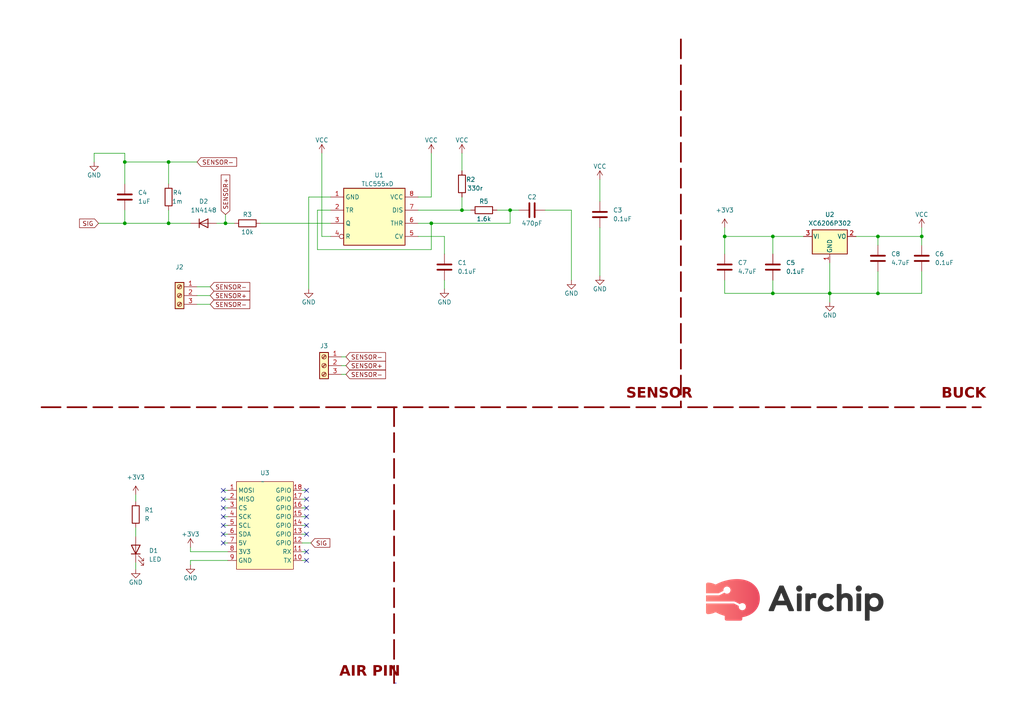
<source format=kicad_sch>
(kicad_sch
	(version 20231120)
	(generator "eeschema")
	(generator_version "8.0")
	(uuid "327951dd-75dc-4883-84d8-56fda21bf9d0")
	(paper "A4")
	(lib_symbols
		(symbol "Connector:Screw_Terminal_01x03"
			(pin_names
				(offset 1.016) hide)
			(exclude_from_sim no)
			(in_bom yes)
			(on_board yes)
			(property "Reference" "J"
				(at 0 5.08 0)
				(effects
					(font
						(size 1.27 1.27)
					)
				)
			)
			(property "Value" "Screw_Terminal_01x03"
				(at 0 -5.08 0)
				(effects
					(font
						(size 1.27 1.27)
					)
				)
			)
			(property "Footprint" ""
				(at 0 0 0)
				(effects
					(font
						(size 1.27 1.27)
					)
					(hide yes)
				)
			)
			(property "Datasheet" "~"
				(at 0 0 0)
				(effects
					(font
						(size 1.27 1.27)
					)
					(hide yes)
				)
			)
			(property "Description" "Generic screw terminal, single row, 01x03, script generated (kicad-library-utils/schlib/autogen/connector/)"
				(at 0 0 0)
				(effects
					(font
						(size 1.27 1.27)
					)
					(hide yes)
				)
			)
			(property "ki_keywords" "screw terminal"
				(at 0 0 0)
				(effects
					(font
						(size 1.27 1.27)
					)
					(hide yes)
				)
			)
			(property "ki_fp_filters" "TerminalBlock*:*"
				(at 0 0 0)
				(effects
					(font
						(size 1.27 1.27)
					)
					(hide yes)
				)
			)
			(symbol "Screw_Terminal_01x03_1_1"
				(rectangle
					(start -1.27 3.81)
					(end 1.27 -3.81)
					(stroke
						(width 0.254)
						(type default)
					)
					(fill
						(type background)
					)
				)
				(circle
					(center 0 -2.54)
					(radius 0.635)
					(stroke
						(width 0.1524)
						(type default)
					)
					(fill
						(type none)
					)
				)
				(polyline
					(pts
						(xy -0.5334 -2.2098) (xy 0.3302 -3.048)
					)
					(stroke
						(width 0.1524)
						(type default)
					)
					(fill
						(type none)
					)
				)
				(polyline
					(pts
						(xy -0.5334 0.3302) (xy 0.3302 -0.508)
					)
					(stroke
						(width 0.1524)
						(type default)
					)
					(fill
						(type none)
					)
				)
				(polyline
					(pts
						(xy -0.5334 2.8702) (xy 0.3302 2.032)
					)
					(stroke
						(width 0.1524)
						(type default)
					)
					(fill
						(type none)
					)
				)
				(polyline
					(pts
						(xy -0.3556 -2.032) (xy 0.508 -2.8702)
					)
					(stroke
						(width 0.1524)
						(type default)
					)
					(fill
						(type none)
					)
				)
				(polyline
					(pts
						(xy -0.3556 0.508) (xy 0.508 -0.3302)
					)
					(stroke
						(width 0.1524)
						(type default)
					)
					(fill
						(type none)
					)
				)
				(polyline
					(pts
						(xy -0.3556 3.048) (xy 0.508 2.2098)
					)
					(stroke
						(width 0.1524)
						(type default)
					)
					(fill
						(type none)
					)
				)
				(circle
					(center 0 0)
					(radius 0.635)
					(stroke
						(width 0.1524)
						(type default)
					)
					(fill
						(type none)
					)
				)
				(circle
					(center 0 2.54)
					(radius 0.635)
					(stroke
						(width 0.1524)
						(type default)
					)
					(fill
						(type none)
					)
				)
				(pin passive line
					(at -5.08 2.54 0)
					(length 3.81)
					(name "Pin_1"
						(effects
							(font
								(size 1.27 1.27)
							)
						)
					)
					(number "1"
						(effects
							(font
								(size 1.27 1.27)
							)
						)
					)
				)
				(pin passive line
					(at -5.08 0 0)
					(length 3.81)
					(name "Pin_2"
						(effects
							(font
								(size 1.27 1.27)
							)
						)
					)
					(number "2"
						(effects
							(font
								(size 1.27 1.27)
							)
						)
					)
				)
				(pin passive line
					(at -5.08 -2.54 0)
					(length 3.81)
					(name "Pin_3"
						(effects
							(font
								(size 1.27 1.27)
							)
						)
					)
					(number "3"
						(effects
							(font
								(size 1.27 1.27)
							)
						)
					)
				)
			)
		)
		(symbol "Device:C"
			(pin_numbers hide)
			(pin_names
				(offset 0.254)
			)
			(exclude_from_sim no)
			(in_bom yes)
			(on_board yes)
			(property "Reference" "C"
				(at 0.635 2.54 0)
				(effects
					(font
						(size 1.27 1.27)
					)
					(justify left)
				)
			)
			(property "Value" "C"
				(at 0.635 -2.54 0)
				(effects
					(font
						(size 1.27 1.27)
					)
					(justify left)
				)
			)
			(property "Footprint" ""
				(at 0.9652 -3.81 0)
				(effects
					(font
						(size 1.27 1.27)
					)
					(hide yes)
				)
			)
			(property "Datasheet" "~"
				(at 0 0 0)
				(effects
					(font
						(size 1.27 1.27)
					)
					(hide yes)
				)
			)
			(property "Description" "Unpolarized capacitor"
				(at 0 0 0)
				(effects
					(font
						(size 1.27 1.27)
					)
					(hide yes)
				)
			)
			(property "ki_keywords" "cap capacitor"
				(at 0 0 0)
				(effects
					(font
						(size 1.27 1.27)
					)
					(hide yes)
				)
			)
			(property "ki_fp_filters" "C_*"
				(at 0 0 0)
				(effects
					(font
						(size 1.27 1.27)
					)
					(hide yes)
				)
			)
			(symbol "C_0_1"
				(polyline
					(pts
						(xy -2.032 -0.762) (xy 2.032 -0.762)
					)
					(stroke
						(width 0.508)
						(type default)
					)
					(fill
						(type none)
					)
				)
				(polyline
					(pts
						(xy -2.032 0.762) (xy 2.032 0.762)
					)
					(stroke
						(width 0.508)
						(type default)
					)
					(fill
						(type none)
					)
				)
			)
			(symbol "C_1_1"
				(pin passive line
					(at 0 3.81 270)
					(length 2.794)
					(name "~"
						(effects
							(font
								(size 1.27 1.27)
							)
						)
					)
					(number "1"
						(effects
							(font
								(size 1.27 1.27)
							)
						)
					)
				)
				(pin passive line
					(at 0 -3.81 90)
					(length 2.794)
					(name "~"
						(effects
							(font
								(size 1.27 1.27)
							)
						)
					)
					(number "2"
						(effects
							(font
								(size 1.27 1.27)
							)
						)
					)
				)
			)
		)
		(symbol "Device:LED"
			(pin_numbers hide)
			(pin_names
				(offset 1.016) hide)
			(exclude_from_sim no)
			(in_bom yes)
			(on_board yes)
			(property "Reference" "D"
				(at 0 2.54 0)
				(effects
					(font
						(size 1.27 1.27)
					)
				)
			)
			(property "Value" "LED"
				(at 0 -2.54 0)
				(effects
					(font
						(size 1.27 1.27)
					)
				)
			)
			(property "Footprint" ""
				(at 0 0 0)
				(effects
					(font
						(size 1.27 1.27)
					)
					(hide yes)
				)
			)
			(property "Datasheet" "~"
				(at 0 0 0)
				(effects
					(font
						(size 1.27 1.27)
					)
					(hide yes)
				)
			)
			(property "Description" "Light emitting diode"
				(at 0 0 0)
				(effects
					(font
						(size 1.27 1.27)
					)
					(hide yes)
				)
			)
			(property "ki_keywords" "LED diode"
				(at 0 0 0)
				(effects
					(font
						(size 1.27 1.27)
					)
					(hide yes)
				)
			)
			(property "ki_fp_filters" "LED* LED_SMD:* LED_THT:*"
				(at 0 0 0)
				(effects
					(font
						(size 1.27 1.27)
					)
					(hide yes)
				)
			)
			(symbol "LED_0_1"
				(polyline
					(pts
						(xy -1.27 -1.27) (xy -1.27 1.27)
					)
					(stroke
						(width 0.254)
						(type default)
					)
					(fill
						(type none)
					)
				)
				(polyline
					(pts
						(xy -1.27 0) (xy 1.27 0)
					)
					(stroke
						(width 0)
						(type default)
					)
					(fill
						(type none)
					)
				)
				(polyline
					(pts
						(xy 1.27 -1.27) (xy 1.27 1.27) (xy -1.27 0) (xy 1.27 -1.27)
					)
					(stroke
						(width 0.254)
						(type default)
					)
					(fill
						(type none)
					)
				)
				(polyline
					(pts
						(xy -3.048 -0.762) (xy -4.572 -2.286) (xy -3.81 -2.286) (xy -4.572 -2.286) (xy -4.572 -1.524)
					)
					(stroke
						(width 0)
						(type default)
					)
					(fill
						(type none)
					)
				)
				(polyline
					(pts
						(xy -1.778 -0.762) (xy -3.302 -2.286) (xy -2.54 -2.286) (xy -3.302 -2.286) (xy -3.302 -1.524)
					)
					(stroke
						(width 0)
						(type default)
					)
					(fill
						(type none)
					)
				)
			)
			(symbol "LED_1_1"
				(pin passive line
					(at -3.81 0 0)
					(length 2.54)
					(name "K"
						(effects
							(font
								(size 1.27 1.27)
							)
						)
					)
					(number "1"
						(effects
							(font
								(size 1.27 1.27)
							)
						)
					)
				)
				(pin passive line
					(at 3.81 0 180)
					(length 2.54)
					(name "A"
						(effects
							(font
								(size 1.27 1.27)
							)
						)
					)
					(number "2"
						(effects
							(font
								(size 1.27 1.27)
							)
						)
					)
				)
			)
		)
		(symbol "Device:R"
			(pin_numbers hide)
			(pin_names
				(offset 0)
			)
			(exclude_from_sim no)
			(in_bom yes)
			(on_board yes)
			(property "Reference" "R"
				(at 2.032 0 90)
				(effects
					(font
						(size 1.27 1.27)
					)
				)
			)
			(property "Value" "R"
				(at 0 0 90)
				(effects
					(font
						(size 1.27 1.27)
					)
				)
			)
			(property "Footprint" ""
				(at -1.778 0 90)
				(effects
					(font
						(size 1.27 1.27)
					)
					(hide yes)
				)
			)
			(property "Datasheet" "~"
				(at 0 0 0)
				(effects
					(font
						(size 1.27 1.27)
					)
					(hide yes)
				)
			)
			(property "Description" "Resistor"
				(at 0 0 0)
				(effects
					(font
						(size 1.27 1.27)
					)
					(hide yes)
				)
			)
			(property "ki_keywords" "R res resistor"
				(at 0 0 0)
				(effects
					(font
						(size 1.27 1.27)
					)
					(hide yes)
				)
			)
			(property "ki_fp_filters" "R_*"
				(at 0 0 0)
				(effects
					(font
						(size 1.27 1.27)
					)
					(hide yes)
				)
			)
			(symbol "R_0_1"
				(rectangle
					(start -1.016 -2.54)
					(end 1.016 2.54)
					(stroke
						(width 0.254)
						(type default)
					)
					(fill
						(type none)
					)
				)
			)
			(symbol "R_1_1"
				(pin passive line
					(at 0 3.81 270)
					(length 1.27)
					(name "~"
						(effects
							(font
								(size 1.27 1.27)
							)
						)
					)
					(number "1"
						(effects
							(font
								(size 1.27 1.27)
							)
						)
					)
				)
				(pin passive line
					(at 0 -3.81 90)
					(length 1.27)
					(name "~"
						(effects
							(font
								(size 1.27 1.27)
							)
						)
					)
					(number "2"
						(effects
							(font
								(size 1.27 1.27)
							)
						)
					)
				)
			)
		)
		(symbol "Diode:1N4148"
			(pin_numbers hide)
			(pin_names hide)
			(exclude_from_sim no)
			(in_bom yes)
			(on_board yes)
			(property "Reference" "D"
				(at 0 2.54 0)
				(effects
					(font
						(size 1.27 1.27)
					)
				)
			)
			(property "Value" "1N4148"
				(at 0 -2.54 0)
				(effects
					(font
						(size 1.27 1.27)
					)
				)
			)
			(property "Footprint" "Diode_THT:D_DO-35_SOD27_P7.62mm_Horizontal"
				(at 0 0 0)
				(effects
					(font
						(size 1.27 1.27)
					)
					(hide yes)
				)
			)
			(property "Datasheet" "https://assets.nexperia.com/documents/data-sheet/1N4148_1N4448.pdf"
				(at 0 0 0)
				(effects
					(font
						(size 1.27 1.27)
					)
					(hide yes)
				)
			)
			(property "Description" "100V 0.15A standard switching diode, DO-35"
				(at 0 0 0)
				(effects
					(font
						(size 1.27 1.27)
					)
					(hide yes)
				)
			)
			(property "Sim.Device" "D"
				(at 0 0 0)
				(effects
					(font
						(size 1.27 1.27)
					)
					(hide yes)
				)
			)
			(property "Sim.Pins" "1=K 2=A"
				(at 0 0 0)
				(effects
					(font
						(size 1.27 1.27)
					)
					(hide yes)
				)
			)
			(property "ki_keywords" "diode"
				(at 0 0 0)
				(effects
					(font
						(size 1.27 1.27)
					)
					(hide yes)
				)
			)
			(property "ki_fp_filters" "D*DO?35*"
				(at 0 0 0)
				(effects
					(font
						(size 1.27 1.27)
					)
					(hide yes)
				)
			)
			(symbol "1N4148_0_1"
				(polyline
					(pts
						(xy -1.27 1.27) (xy -1.27 -1.27)
					)
					(stroke
						(width 0.254)
						(type default)
					)
					(fill
						(type none)
					)
				)
				(polyline
					(pts
						(xy 1.27 0) (xy -1.27 0)
					)
					(stroke
						(width 0)
						(type default)
					)
					(fill
						(type none)
					)
				)
				(polyline
					(pts
						(xy 1.27 1.27) (xy 1.27 -1.27) (xy -1.27 0) (xy 1.27 1.27)
					)
					(stroke
						(width 0.254)
						(type default)
					)
					(fill
						(type none)
					)
				)
			)
			(symbol "1N4148_1_1"
				(pin passive line
					(at -3.81 0 0)
					(length 2.54)
					(name "K"
						(effects
							(font
								(size 1.27 1.27)
							)
						)
					)
					(number "1"
						(effects
							(font
								(size 1.27 1.27)
							)
						)
					)
				)
				(pin passive line
					(at 3.81 0 180)
					(length 2.54)
					(name "A"
						(effects
							(font
								(size 1.27 1.27)
							)
						)
					)
					(number "2"
						(effects
							(font
								(size 1.27 1.27)
							)
						)
					)
				)
			)
		)
		(symbol "Regulator_Linear:XC6206PxxxMR"
			(pin_names
				(offset 0.254)
			)
			(exclude_from_sim no)
			(in_bom yes)
			(on_board yes)
			(property "Reference" "U"
				(at -3.81 3.175 0)
				(effects
					(font
						(size 1.27 1.27)
					)
				)
			)
			(property "Value" "XC6206PxxxMR"
				(at 0 3.175 0)
				(effects
					(font
						(size 1.27 1.27)
					)
					(justify left)
				)
			)
			(property "Footprint" "Package_TO_SOT_SMD:SOT-23-3"
				(at 0 5.715 0)
				(effects
					(font
						(size 1.27 1.27)
						(italic yes)
					)
					(hide yes)
				)
			)
			(property "Datasheet" "https://www.torexsemi.com/file/xc6206/XC6206.pdf"
				(at 0 0 0)
				(effects
					(font
						(size 1.27 1.27)
					)
					(hide yes)
				)
			)
			(property "Description" "Positive 60-250mA Low Dropout Regulator, Fixed Output, SOT-23"
				(at 0 0 0)
				(effects
					(font
						(size 1.27 1.27)
					)
					(hide yes)
				)
			)
			(property "ki_keywords" "Torex LDO Voltage Regulator Fixed Positive"
				(at 0 0 0)
				(effects
					(font
						(size 1.27 1.27)
					)
					(hide yes)
				)
			)
			(property "ki_fp_filters" "SOT?23?3*"
				(at 0 0 0)
				(effects
					(font
						(size 1.27 1.27)
					)
					(hide yes)
				)
			)
			(symbol "XC6206PxxxMR_0_1"
				(rectangle
					(start -5.08 1.905)
					(end 5.08 -5.08)
					(stroke
						(width 0.254)
						(type default)
					)
					(fill
						(type background)
					)
				)
			)
			(symbol "XC6206PxxxMR_1_1"
				(pin power_in line
					(at 0 -7.62 90)
					(length 2.54)
					(name "GND"
						(effects
							(font
								(size 1.27 1.27)
							)
						)
					)
					(number "1"
						(effects
							(font
								(size 1.27 1.27)
							)
						)
					)
				)
				(pin power_out line
					(at 7.62 0 180)
					(length 2.54)
					(name "VO"
						(effects
							(font
								(size 1.27 1.27)
							)
						)
					)
					(number "2"
						(effects
							(font
								(size 1.27 1.27)
							)
						)
					)
				)
				(pin power_in line
					(at -7.62 0 0)
					(length 2.54)
					(name "VI"
						(effects
							(font
								(size 1.27 1.27)
							)
						)
					)
					(number "3"
						(effects
							(font
								(size 1.27 1.27)
							)
						)
					)
				)
			)
		)
		(symbol "Timer:TLC555xD"
			(exclude_from_sim no)
			(in_bom yes)
			(on_board yes)
			(property "Reference" "U1"
				(at 0 10.16 0)
				(effects
					(font
						(size 1.27 1.27)
					)
					(justify left)
				)
			)
			(property "Value" "TLC555xD"
				(at -3.81 7.62 0)
				(effects
					(font
						(size 1.27 1.27)
					)
					(justify left)
				)
			)
			(property "Footprint" "Package_SO:SOIC-8_3.9x4.9mm_P1.27mm"
				(at 21.59 -10.16 0)
				(effects
					(font
						(size 1.27 1.27)
					)
					(hide yes)
				)
			)
			(property "Datasheet" "http://www.ti.com/lit/ds/symlink/tlc555.pdf"
				(at 21.59 -10.16 0)
				(effects
					(font
						(size 1.27 1.27)
					)
					(hide yes)
				)
			)
			(property "Description" "Single LinCMOS Timer, 555 compatible, SOIC-8"
				(at 0 0 0)
				(effects
					(font
						(size 1.27 1.27)
					)
					(hide yes)
				)
			)
			(property "ki_keywords" "single timer 555"
				(at 0 0 0)
				(effects
					(font
						(size 1.27 1.27)
					)
					(hide yes)
				)
			)
			(property "ki_fp_filters" "SOIC*3.9x4.9mm*P1.27mm*"
				(at 0 0 0)
				(effects
					(font
						(size 1.27 1.27)
					)
					(hide yes)
				)
			)
			(symbol "TLC555xD_0_1"
				(rectangle
					(start -8.89 6.35)
					(end 8.89 -10.16)
					(stroke
						(width 0.254)
						(type default)
					)
					(fill
						(type background)
					)
				)
			)
			(symbol "TLC555xD_1_0"
				(pin power_in line
					(at 12.7 3.81 180)
					(length 3.81)
					(name "VCC"
						(effects
							(font
								(size 1.27 1.27)
							)
						)
					)
					(number "8"
						(effects
							(font
								(size 1.27 1.27)
							)
						)
					)
				)
			)
			(symbol "TLC555xD_1_1"
				(pin input line
					(at -12.7 3.81 0)
					(length 3.81)
					(name "GND"
						(effects
							(font
								(size 1.27 1.27)
							)
						)
					)
					(number "1"
						(effects
							(font
								(size 1.27 1.27)
							)
						)
					)
				)
				(pin input line
					(at -12.7 0 0)
					(length 3.81)
					(name "TR"
						(effects
							(font
								(size 1.27 1.27)
							)
						)
					)
					(number "2"
						(effects
							(font
								(size 1.27 1.27)
							)
						)
					)
				)
				(pin output line
					(at -12.7 -3.81 0)
					(length 3.81)
					(name "Q"
						(effects
							(font
								(size 1.27 1.27)
							)
						)
					)
					(number "3"
						(effects
							(font
								(size 1.27 1.27)
							)
						)
					)
				)
				(pin input inverted
					(at -12.7 -7.62 0)
					(length 3.81)
					(name "R"
						(effects
							(font
								(size 1.27 1.27)
							)
						)
					)
					(number "4"
						(effects
							(font
								(size 1.27 1.27)
							)
						)
					)
				)
				(pin input line
					(at 12.7 -7.62 180)
					(length 3.81)
					(name "CV"
						(effects
							(font
								(size 1.27 1.27)
							)
						)
					)
					(number "5"
						(effects
							(font
								(size 1.27 1.27)
							)
						)
					)
				)
				(pin input line
					(at 12.7 -3.81 180)
					(length 3.81)
					(name "THR"
						(effects
							(font
								(size 1.27 1.27)
							)
						)
					)
					(number "6"
						(effects
							(font
								(size 1.27 1.27)
							)
						)
					)
				)
				(pin input line
					(at 12.7 0 180)
					(length 3.81)
					(name "DIS"
						(effects
							(font
								(size 1.27 1.27)
							)
						)
					)
					(number "7"
						(effects
							(font
								(size 1.27 1.27)
							)
						)
					)
				)
			)
		)
		(symbol "VCC_1"
			(power)
			(pin_names
				(offset 0)
			)
			(exclude_from_sim no)
			(in_bom yes)
			(on_board yes)
			(property "Reference" "#PWR012"
				(at 0 -3.81 0)
				(effects
					(font
						(size 1.27 1.27)
					)
					(hide yes)
				)
			)
			(property "Value" "VCC_1"
				(at 0 5.08 0)
				(effects
					(font
						(size 1.27 1.27)
					)
				)
			)
			(property "Footprint" ""
				(at 0 0 0)
				(effects
					(font
						(size 1.27 1.27)
					)
					(hide yes)
				)
			)
			(property "Datasheet" ""
				(at 0 0 0)
				(effects
					(font
						(size 1.27 1.27)
					)
					(hide yes)
				)
			)
			(property "Description" "Power symbol creates a global label with name \"VCC\""
				(at 0 0 0)
				(effects
					(font
						(size 1.27 1.27)
					)
					(hide yes)
				)
			)
			(property "ki_keywords" "global power"
				(at 0 0 0)
				(effects
					(font
						(size 1.27 1.27)
					)
					(hide yes)
				)
			)
			(symbol "VCC_1_0_1"
				(polyline
					(pts
						(xy -0.762 1.27) (xy 0 2.54)
					)
					(stroke
						(width 0)
						(type default)
					)
					(fill
						(type none)
					)
				)
				(polyline
					(pts
						(xy 0 0) (xy 0 2.54)
					)
					(stroke
						(width 0)
						(type default)
					)
					(fill
						(type none)
					)
				)
				(polyline
					(pts
						(xy 0 2.54) (xy 0.762 1.27)
					)
					(stroke
						(width 0)
						(type default)
					)
					(fill
						(type none)
					)
				)
			)
			(symbol "VCC_1_1_1"
				(pin power_in line
					(at 0 0 90)
					(length 0) hide
					(name "VCC"
						(effects
							(font
								(size 1.27 1.27)
							)
						)
					)
					(number "1"
						(effects
							(font
								(size 1.27 1.27)
							)
						)
					)
				)
			)
		)
		(symbol "air_modül:air_module"
			(exclude_from_sim no)
			(in_bom yes)
			(on_board yes)
			(property "Reference" "U"
				(at 0 1.27 0)
				(effects
					(font
						(size 1.27 1.27)
					)
				)
			)
			(property "Value" ""
				(at 0 0 0)
				(effects
					(font
						(size 1.27 1.27)
					)
				)
			)
			(property "Footprint" ""
				(at 0 0 0)
				(effects
					(font
						(size 1.27 1.27)
					)
					(hide yes)
				)
			)
			(property "Datasheet" ""
				(at 0 0 0)
				(effects
					(font
						(size 1.27 1.27)
					)
					(hide yes)
				)
			)
			(property "Description" ""
				(at 0 0 0)
				(effects
					(font
						(size 1.27 1.27)
					)
					(hide yes)
				)
			)
			(symbol "air_module_1_1"
				(rectangle
					(start -7.62 0)
					(end 8.89 -25.4)
					(stroke
						(width 0)
						(type default)
					)
					(fill
						(type background)
					)
				)
				(pin input line
					(at -10.16 -2.54 0)
					(length 2.54)
					(name "MOSI"
						(effects
							(font
								(size 1.27 1.27)
							)
						)
					)
					(number "1"
						(effects
							(font
								(size 1.27 1.27)
							)
						)
					)
				)
				(pin input line
					(at 11.43 -22.86 180)
					(length 2.54)
					(name "TX"
						(effects
							(font
								(size 1.27 1.27)
							)
						)
					)
					(number "10"
						(effects
							(font
								(size 1.27 1.27)
							)
						)
					)
				)
				(pin input line
					(at 11.43 -20.32 180)
					(length 2.54)
					(name "RX"
						(effects
							(font
								(size 1.27 1.27)
							)
						)
					)
					(number "11"
						(effects
							(font
								(size 1.27 1.27)
							)
						)
					)
				)
				(pin input line
					(at 11.43 -17.78 180)
					(length 2.54)
					(name "GPIO"
						(effects
							(font
								(size 1.27 1.27)
							)
						)
					)
					(number "12"
						(effects
							(font
								(size 1.27 1.27)
							)
						)
					)
				)
				(pin input line
					(at 11.43 -15.24 180)
					(length 2.54)
					(name "GPIO"
						(effects
							(font
								(size 1.27 1.27)
							)
						)
					)
					(number "13"
						(effects
							(font
								(size 1.27 1.27)
							)
						)
					)
				)
				(pin input line
					(at 11.43 -12.7 180)
					(length 2.54)
					(name "GPIO"
						(effects
							(font
								(size 1.27 1.27)
							)
						)
					)
					(number "14"
						(effects
							(font
								(size 1.27 1.27)
							)
						)
					)
				)
				(pin input line
					(at 11.43 -10.16 180)
					(length 2.54)
					(name "GPIO"
						(effects
							(font
								(size 1.27 1.27)
							)
						)
					)
					(number "15"
						(effects
							(font
								(size 1.27 1.27)
							)
						)
					)
				)
				(pin input line
					(at 11.43 -7.62 180)
					(length 2.54)
					(name "GPIO"
						(effects
							(font
								(size 1.27 1.27)
							)
						)
					)
					(number "16"
						(effects
							(font
								(size 1.27 1.27)
							)
						)
					)
				)
				(pin input line
					(at 11.43 -5.08 180)
					(length 2.54)
					(name "GPIO"
						(effects
							(font
								(size 1.27 1.27)
							)
						)
					)
					(number "17"
						(effects
							(font
								(size 1.27 1.27)
							)
						)
					)
				)
				(pin input line
					(at 11.43 -2.54 180)
					(length 2.54)
					(name "GPIO"
						(effects
							(font
								(size 1.27 1.27)
							)
						)
					)
					(number "18"
						(effects
							(font
								(size 1.27 1.27)
							)
						)
					)
				)
				(pin input line
					(at -10.16 -5.08 0)
					(length 2.54)
					(name "MISO"
						(effects
							(font
								(size 1.27 1.27)
							)
						)
					)
					(number "2"
						(effects
							(font
								(size 1.27 1.27)
							)
						)
					)
				)
				(pin input line
					(at -10.16 -7.62 0)
					(length 2.54)
					(name "CS"
						(effects
							(font
								(size 1.27 1.27)
							)
						)
					)
					(number "3"
						(effects
							(font
								(size 1.27 1.27)
							)
						)
					)
				)
				(pin input line
					(at -10.16 -10.16 0)
					(length 2.54)
					(name "SCK"
						(effects
							(font
								(size 1.27 1.27)
							)
						)
					)
					(number "4"
						(effects
							(font
								(size 1.27 1.27)
							)
						)
					)
				)
				(pin input line
					(at -10.16 -12.7 0)
					(length 2.54)
					(name "SCL"
						(effects
							(font
								(size 1.27 1.27)
							)
						)
					)
					(number "5"
						(effects
							(font
								(size 1.27 1.27)
							)
						)
					)
				)
				(pin input line
					(at -10.16 -15.24 0)
					(length 2.54)
					(name "SDA"
						(effects
							(font
								(size 1.27 1.27)
							)
						)
					)
					(number "6"
						(effects
							(font
								(size 1.27 1.27)
							)
						)
					)
				)
				(pin input line
					(at -10.16 -17.78 0)
					(length 2.54)
					(name "5V"
						(effects
							(font
								(size 1.27 1.27)
							)
						)
					)
					(number "7"
						(effects
							(font
								(size 1.27 1.27)
							)
						)
					)
				)
				(pin input line
					(at -10.16 -20.32 0)
					(length 2.54)
					(name "3V3"
						(effects
							(font
								(size 1.27 1.27)
							)
						)
					)
					(number "8"
						(effects
							(font
								(size 1.27 1.27)
							)
						)
					)
				)
				(pin input line
					(at -10.16 -22.86 0)
					(length 2.54)
					(name "GND"
						(effects
							(font
								(size 1.27 1.27)
							)
						)
					)
					(number "9"
						(effects
							(font
								(size 1.27 1.27)
							)
						)
					)
				)
			)
		)
		(symbol "power:+3V3"
			(power)
			(pin_names
				(offset 0)
			)
			(exclude_from_sim no)
			(in_bom yes)
			(on_board yes)
			(property "Reference" "#PWR"
				(at 0 -3.81 0)
				(effects
					(font
						(size 1.27 1.27)
					)
					(hide yes)
				)
			)
			(property "Value" "+3V3"
				(at 0 3.556 0)
				(effects
					(font
						(size 1.27 1.27)
					)
				)
			)
			(property "Footprint" ""
				(at 0 0 0)
				(effects
					(font
						(size 1.27 1.27)
					)
					(hide yes)
				)
			)
			(property "Datasheet" ""
				(at 0 0 0)
				(effects
					(font
						(size 1.27 1.27)
					)
					(hide yes)
				)
			)
			(property "Description" "Power symbol creates a global label with name \"+3V3\""
				(at 0 0 0)
				(effects
					(font
						(size 1.27 1.27)
					)
					(hide yes)
				)
			)
			(property "ki_keywords" "global power"
				(at 0 0 0)
				(effects
					(font
						(size 1.27 1.27)
					)
					(hide yes)
				)
			)
			(symbol "+3V3_0_1"
				(polyline
					(pts
						(xy -0.762 1.27) (xy 0 2.54)
					)
					(stroke
						(width 0)
						(type default)
					)
					(fill
						(type none)
					)
				)
				(polyline
					(pts
						(xy 0 0) (xy 0 2.54)
					)
					(stroke
						(width 0)
						(type default)
					)
					(fill
						(type none)
					)
				)
				(polyline
					(pts
						(xy 0 2.54) (xy 0.762 1.27)
					)
					(stroke
						(width 0)
						(type default)
					)
					(fill
						(type none)
					)
				)
			)
			(symbol "+3V3_1_1"
				(pin power_in line
					(at 0 0 90)
					(length 0) hide
					(name "+3V3"
						(effects
							(font
								(size 1.27 1.27)
							)
						)
					)
					(number "1"
						(effects
							(font
								(size 1.27 1.27)
							)
						)
					)
				)
			)
		)
		(symbol "power:GND"
			(power)
			(pin_names
				(offset 0)
			)
			(exclude_from_sim no)
			(in_bom yes)
			(on_board yes)
			(property "Reference" "#PWR"
				(at 0 -6.35 0)
				(effects
					(font
						(size 1.27 1.27)
					)
					(hide yes)
				)
			)
			(property "Value" "GND"
				(at 0 -3.81 0)
				(effects
					(font
						(size 1.27 1.27)
					)
				)
			)
			(property "Footprint" ""
				(at 0 0 0)
				(effects
					(font
						(size 1.27 1.27)
					)
					(hide yes)
				)
			)
			(property "Datasheet" ""
				(at 0 0 0)
				(effects
					(font
						(size 1.27 1.27)
					)
					(hide yes)
				)
			)
			(property "Description" "Power symbol creates a global label with name \"GND\" , ground"
				(at 0 0 0)
				(effects
					(font
						(size 1.27 1.27)
					)
					(hide yes)
				)
			)
			(property "ki_keywords" "global power"
				(at 0 0 0)
				(effects
					(font
						(size 1.27 1.27)
					)
					(hide yes)
				)
			)
			(symbol "GND_0_1"
				(polyline
					(pts
						(xy 0 0) (xy 0 -1.27) (xy 1.27 -1.27) (xy 0 -2.54) (xy -1.27 -1.27) (xy 0 -1.27)
					)
					(stroke
						(width 0)
						(type default)
					)
					(fill
						(type none)
					)
				)
			)
			(symbol "GND_1_1"
				(pin power_in line
					(at 0 0 270)
					(length 0) hide
					(name "GND"
						(effects
							(font
								(size 1.27 1.27)
							)
						)
					)
					(number "1"
						(effects
							(font
								(size 1.27 1.27)
							)
						)
					)
				)
			)
		)
	)
	(junction
		(at 240.665 85.09)
		(diameter 0)
		(color 0 0 0 0)
		(uuid "201ebfe7-84ba-4e04-9ae6-33893bd502bd")
	)
	(junction
		(at 147.955 60.96)
		(diameter 0)
		(color 0 0 0 0)
		(uuid "2313d171-5d1a-4525-be20-98385d477d93")
	)
	(junction
		(at 36.195 46.99)
		(diameter 0)
		(color 0 0 0 0)
		(uuid "3e47630b-d5c1-4dae-a06f-3ce29e4fab74")
	)
	(junction
		(at 48.895 46.99)
		(diameter 0)
		(color 0 0 0 0)
		(uuid "44d17130-dbd3-46ac-911b-5fa4443d7532")
	)
	(junction
		(at 210.185 68.58)
		(diameter 0)
		(color 0 0 0 0)
		(uuid "5e3b67bf-1b61-43bf-a192-7004813b552a")
	)
	(junction
		(at 48.895 64.77)
		(diameter 0)
		(color 0 0 0 0)
		(uuid "67dfdf34-9ecc-4886-aa1f-c30dfffaa8ee")
	)
	(junction
		(at 133.985 60.96)
		(diameter 0)
		(color 0 0 0 0)
		(uuid "7362fb41-1738-4599-83bd-49f7b8fe55cc")
	)
	(junction
		(at 36.195 64.77)
		(diameter 0)
		(color 0 0 0 0)
		(uuid "803f6b2e-c078-447c-b267-436109fd0d3e")
	)
	(junction
		(at 224.155 68.58)
		(diameter 0)
		(color 0 0 0 0)
		(uuid "830ee70a-77e7-4a5c-a653-d62ca93f023d")
	)
	(junction
		(at 65.405 64.77)
		(diameter 0)
		(color 0 0 0 0)
		(uuid "8a2e0763-6150-4a40-9141-f0d96e3b67f2")
	)
	(junction
		(at 125.095 64.77)
		(diameter 0)
		(color 0 0 0 0)
		(uuid "978132fd-0889-4c51-b897-ab46dacded5a")
	)
	(junction
		(at 267.335 68.58)
		(diameter 0)
		(color 0 0 0 0)
		(uuid "a3fbc460-28d9-4a90-9800-7ba0b6e3a262")
	)
	(junction
		(at 254.635 68.58)
		(diameter 0)
		(color 0 0 0 0)
		(uuid "aab30394-e698-4400-8aab-5385a3880df4")
	)
	(junction
		(at 224.155 85.09)
		(diameter 0)
		(color 0 0 0 0)
		(uuid "c0d842d4-8328-4efa-9ec9-51cca8074394")
	)
	(junction
		(at 254.635 85.09)
		(diameter 0)
		(color 0 0 0 0)
		(uuid "c9314552-5869-41d1-a3df-fbe238d80855")
	)
	(no_connect
		(at 64.77 149.86)
		(uuid "02544726-01fd-48a4-8422-562a12db6cb8")
	)
	(no_connect
		(at 64.77 142.24)
		(uuid "08d659db-7406-40a1-b626-e15a5b71260e")
	)
	(no_connect
		(at 88.9 160.02)
		(uuid "0b1994f3-3f00-46ac-9e6a-db0834242309")
	)
	(no_connect
		(at 64.77 147.32)
		(uuid "35101ddb-d20a-4850-9382-c06766fa8a8a")
	)
	(no_connect
		(at 64.77 152.4)
		(uuid "39b6c7f9-e927-45c3-8de7-5b5eb774097a")
	)
	(no_connect
		(at 88.9 147.32)
		(uuid "40259579-28de-46b5-85a0-7654ff0bfc24")
	)
	(no_connect
		(at 88.9 152.4)
		(uuid "49d432c4-14d9-45d0-932b-70a505e2f3ed")
	)
	(no_connect
		(at 64.77 154.94)
		(uuid "4a06e60b-3156-4a1a-8127-db4531747111")
	)
	(no_connect
		(at 88.9 154.94)
		(uuid "62a2c34a-44ae-4961-acbf-e6f47adeb3a0")
	)
	(no_connect
		(at 88.9 162.56)
		(uuid "76358d85-6a48-46f7-aa63-2d8958fd0a47")
	)
	(no_connect
		(at 88.9 142.24)
		(uuid "97c58e5d-8be1-4d60-912e-7c2fb02099cf")
	)
	(no_connect
		(at 88.9 144.78)
		(uuid "9aca0480-29fe-42d1-b80f-5c355b26cd34")
	)
	(no_connect
		(at 64.77 157.48)
		(uuid "a483dd08-db73-46e7-ae6d-c2d6c6e6efe8")
	)
	(no_connect
		(at 64.77 144.78)
		(uuid "f1735f59-5b6c-4821-9919-1d463400d8f9")
	)
	(no_connect
		(at 88.9 149.86)
		(uuid "f5c02599-c456-498e-b856-444907f047f7")
	)
	(wire
		(pts
			(xy 57.15 83.185) (xy 60.96 83.185)
		)
		(stroke
			(width 0)
			(type default)
		)
		(uuid "0058453c-b954-425e-afc6-193097be3e06")
	)
	(wire
		(pts
			(xy 210.185 85.09) (xy 224.155 85.09)
		)
		(stroke
			(width 0)
			(type default)
		)
		(uuid "01d863b9-7616-41b0-a77a-66c6f20c68eb")
	)
	(wire
		(pts
			(xy 210.185 66.04) (xy 210.185 68.58)
		)
		(stroke
			(width 0)
			(type default)
		)
		(uuid "0672659d-17a1-49e4-86b9-bdeff77f457d")
	)
	(wire
		(pts
			(xy 93.345 68.58) (xy 95.885 68.58)
		)
		(stroke
			(width 0)
			(type default)
		)
		(uuid "074b9a80-8242-421a-a9f5-d435f4a7015a")
	)
	(wire
		(pts
			(xy 233.045 68.58) (xy 224.155 68.58)
		)
		(stroke
			(width 0)
			(type default)
		)
		(uuid "07d2be6e-4341-412d-97e6-578304fae6d4")
	)
	(wire
		(pts
			(xy 210.185 81.28) (xy 210.185 85.09)
		)
		(stroke
			(width 0)
			(type default)
		)
		(uuid "09a9899f-113b-47b6-9fc7-06fe39ed72e1")
	)
	(wire
		(pts
			(xy 39.37 153.035) (xy 39.37 155.575)
		)
		(stroke
			(width 0)
			(type default)
		)
		(uuid "0d66d4f0-6e30-4f4d-8b4a-7e369b9d622b")
	)
	(polyline
		(pts
			(xy 197.485 11.43) (xy 197.485 118.11)
		)
		(stroke
			(width 0.5)
			(type dash)
			(color 132 0 0 1)
		)
		(uuid "0ed1da71-8be2-479a-9740-f57160a5f535")
	)
	(wire
		(pts
			(xy 36.195 53.34) (xy 36.195 46.99)
		)
		(stroke
			(width 0)
			(type default)
		)
		(uuid "12b3ad7b-7886-40f5-a1bc-0e1136754a70")
	)
	(wire
		(pts
			(xy 60.96 85.725) (xy 57.15 85.725)
		)
		(stroke
			(width 0)
			(type default)
		)
		(uuid "17196950-946a-408e-b2c0-1bb2ccd68ad1")
	)
	(polyline
		(pts
			(xy 114.3 198.12) (xy 114.935 198.12)
		)
		(stroke
			(width 0)
			(type default)
		)
		(uuid "18aaff8e-301f-4b31-a35e-492ccc8652c0")
	)
	(polyline
		(pts
			(xy 12.065 118.11) (xy 284.48 118.11)
		)
		(stroke
			(width 0.5)
			(type dash)
			(color 132 0 0 1)
		)
		(uuid "1bcbdfe8-9117-4668-83f8-37faf6fe9c49")
	)
	(wire
		(pts
			(xy 100.33 108.585) (xy 99.06 108.585)
		)
		(stroke
			(width 0)
			(type default)
		)
		(uuid "1d9ca4db-8e93-4846-acb4-88d528bcecba")
	)
	(polyline
		(pts
			(xy 114.3 118.11) (xy 114.3 198.12)
		)
		(stroke
			(width 0.5)
			(type dash)
			(color 132 0 0 1)
		)
		(uuid "1deae2d0-0f6f-4953-b5ba-bcb70919647e")
	)
	(wire
		(pts
			(xy 55.245 163.83) (xy 55.245 162.56)
		)
		(stroke
			(width 0)
			(type default)
		)
		(uuid "221391a4-c25c-420c-abd7-514940850af3")
	)
	(wire
		(pts
			(xy 173.99 52.07) (xy 173.99 58.42)
		)
		(stroke
			(width 0)
			(type default)
		)
		(uuid "2d13566a-e00d-449f-857e-47c6a44cd25f")
	)
	(wire
		(pts
			(xy 64.77 152.4) (xy 66.04 152.4)
		)
		(stroke
			(width 0)
			(type default)
		)
		(uuid "2fdb7943-df28-477f-8ae6-30a061bd2f81")
	)
	(wire
		(pts
			(xy 36.195 44.45) (xy 27.305 44.45)
		)
		(stroke
			(width 0)
			(type default)
		)
		(uuid "32008e37-8b77-4771-ad6e-bf365cb24dbd")
	)
	(wire
		(pts
			(xy 121.285 68.58) (xy 128.905 68.58)
		)
		(stroke
			(width 0)
			(type default)
		)
		(uuid "32838e32-ff66-4ae6-9d36-e3e0c0a71b26")
	)
	(wire
		(pts
			(xy 125.095 72.39) (xy 125.095 64.77)
		)
		(stroke
			(width 0)
			(type default)
		)
		(uuid "3acac246-c0a2-4ed4-a913-ba9739c53f23")
	)
	(wire
		(pts
			(xy 48.895 64.77) (xy 55.245 64.77)
		)
		(stroke
			(width 0)
			(type default)
		)
		(uuid "3af54214-594e-4b61-a4e8-614bd49320b2")
	)
	(wire
		(pts
			(xy 88.9 160.02) (xy 87.63 160.02)
		)
		(stroke
			(width 0)
			(type default)
		)
		(uuid "3bf37983-4304-4b91-86fb-fcb0a287021a")
	)
	(wire
		(pts
			(xy 62.865 64.77) (xy 65.405 64.77)
		)
		(stroke
			(width 0)
			(type default)
		)
		(uuid "46f3b1ea-151b-463c-9d45-5eecddbbb60f")
	)
	(wire
		(pts
			(xy 55.245 160.02) (xy 66.04 160.02)
		)
		(stroke
			(width 0)
			(type default)
		)
		(uuid "476e14ff-5a50-43f2-a01e-244e337ba6b2")
	)
	(wire
		(pts
			(xy 147.955 64.77) (xy 147.955 60.96)
		)
		(stroke
			(width 0)
			(type default)
		)
		(uuid "497a987f-dcf2-4ef9-ab48-701560b567d7")
	)
	(wire
		(pts
			(xy 100.33 103.505) (xy 99.06 103.505)
		)
		(stroke
			(width 0)
			(type default)
		)
		(uuid "4c59d130-d44f-4e2b-bf7d-f0abc1ef8a2d")
	)
	(wire
		(pts
			(xy 93.345 44.45) (xy 93.345 68.58)
		)
		(stroke
			(width 0)
			(type default)
		)
		(uuid "4ea71ccb-a81f-4c11-92d7-3f8cd387f03e")
	)
	(wire
		(pts
			(xy 36.195 60.96) (xy 36.195 64.77)
		)
		(stroke
			(width 0)
			(type default)
		)
		(uuid "4f06c25d-054d-4706-9946-c5b5363f67d9")
	)
	(wire
		(pts
			(xy 147.955 60.96) (xy 150.495 60.96)
		)
		(stroke
			(width 0)
			(type default)
		)
		(uuid "54005b7b-a00a-4576-b814-4025e653f628")
	)
	(wire
		(pts
			(xy 125.095 44.45) (xy 125.095 57.15)
		)
		(stroke
			(width 0)
			(type default)
		)
		(uuid "55dc9199-e26d-47c6-9d0c-689bf1730c0d")
	)
	(wire
		(pts
			(xy 39.37 165.1) (xy 39.37 163.195)
		)
		(stroke
			(width 0)
			(type default)
		)
		(uuid "5801b8e3-084a-4c37-8aa7-3d7a7d96178f")
	)
	(wire
		(pts
			(xy 144.145 60.96) (xy 147.955 60.96)
		)
		(stroke
			(width 0)
			(type default)
		)
		(uuid "5a32655f-7e36-44ac-80ea-c6d5ad7e49e9")
	)
	(wire
		(pts
			(xy 88.9 142.24) (xy 87.63 142.24)
		)
		(stroke
			(width 0)
			(type default)
		)
		(uuid "5c4855f6-f3d5-4a0f-8c71-8c3693772dd6")
	)
	(wire
		(pts
			(xy 165.735 81.28) (xy 165.735 60.96)
		)
		(stroke
			(width 0)
			(type default)
		)
		(uuid "5cbbda6e-f178-4564-960e-beb0047254b4")
	)
	(wire
		(pts
			(xy 88.9 162.56) (xy 87.63 162.56)
		)
		(stroke
			(width 0)
			(type default)
		)
		(uuid "6260e5c9-230e-4bb7-ba12-b2988989677d")
	)
	(wire
		(pts
			(xy 95.885 60.96) (xy 92.075 60.96)
		)
		(stroke
			(width 0)
			(type default)
		)
		(uuid "66119ce0-56fe-4684-8a5c-e5c60a7e7ec2")
	)
	(wire
		(pts
			(xy 88.9 144.78) (xy 87.63 144.78)
		)
		(stroke
			(width 0)
			(type default)
		)
		(uuid "6682c640-6657-4a82-85cc-f14b2a15232e")
	)
	(wire
		(pts
			(xy 64.77 157.48) (xy 66.04 157.48)
		)
		(stroke
			(width 0)
			(type default)
		)
		(uuid "67bd65ef-e954-41c2-8fa0-da209980ba67")
	)
	(wire
		(pts
			(xy 267.335 85.09) (xy 254.635 85.09)
		)
		(stroke
			(width 0)
			(type default)
		)
		(uuid "68a01e8f-07c8-4ddb-96c8-0903adbdb275")
	)
	(wire
		(pts
			(xy 210.185 73.66) (xy 210.185 68.58)
		)
		(stroke
			(width 0)
			(type default)
		)
		(uuid "6bee61ca-9c20-4c8f-af7c-c0616c52abc0")
	)
	(wire
		(pts
			(xy 128.905 81.28) (xy 128.905 83.82)
		)
		(stroke
			(width 0)
			(type default)
		)
		(uuid "6e2d9865-3a1b-432d-8aba-1f8386110482")
	)
	(wire
		(pts
			(xy 133.985 60.96) (xy 136.525 60.96)
		)
		(stroke
			(width 0)
			(type default)
		)
		(uuid "7040ac34-d7d7-4c5c-8201-76709bfd2e0c")
	)
	(wire
		(pts
			(xy 240.665 85.09) (xy 240.665 87.63)
		)
		(stroke
			(width 0)
			(type default)
		)
		(uuid "70c846a8-cf44-40db-8167-ae5a20c04ed8")
	)
	(wire
		(pts
			(xy 267.335 66.04) (xy 267.335 68.58)
		)
		(stroke
			(width 0)
			(type default)
		)
		(uuid "72db1a70-52af-484c-abb8-653d6d35b554")
	)
	(wire
		(pts
			(xy 254.635 68.58) (xy 267.335 68.58)
		)
		(stroke
			(width 0)
			(type default)
		)
		(uuid "72e1b879-9f02-49d6-88a5-bd7f5b876fc1")
	)
	(wire
		(pts
			(xy 64.77 149.86) (xy 66.04 149.86)
		)
		(stroke
			(width 0)
			(type default)
		)
		(uuid "74a4aef2-bf60-4ebb-b505-a46775a5e063")
	)
	(wire
		(pts
			(xy 87.63 157.48) (xy 90.17 157.48)
		)
		(stroke
			(width 0)
			(type default)
		)
		(uuid "77fb39b2-92b8-4f06-8a6b-047a6f9f476f")
	)
	(wire
		(pts
			(xy 92.075 60.96) (xy 92.075 72.39)
		)
		(stroke
			(width 0)
			(type default)
		)
		(uuid "790679a2-7fa1-49c5-96ca-f297571122c9")
	)
	(wire
		(pts
			(xy 57.15 46.99) (xy 48.895 46.99)
		)
		(stroke
			(width 0)
			(type default)
		)
		(uuid "7b573d19-6a27-4e57-8c0a-0877c3d42af7")
	)
	(wire
		(pts
			(xy 95.885 64.77) (xy 75.565 64.77)
		)
		(stroke
			(width 0)
			(type default)
		)
		(uuid "7e167a50-d333-4fc1-adb4-2928b2a13199")
	)
	(wire
		(pts
			(xy 125.095 64.77) (xy 121.285 64.77)
		)
		(stroke
			(width 0)
			(type default)
		)
		(uuid "7ee1d8ac-8ddd-41cb-bacc-fc919f772a1b")
	)
	(wire
		(pts
			(xy 88.9 147.32) (xy 87.63 147.32)
		)
		(stroke
			(width 0)
			(type default)
		)
		(uuid "824f871b-1e2b-4578-a574-8d1192e47a6e")
	)
	(wire
		(pts
			(xy 128.905 68.58) (xy 128.905 73.66)
		)
		(stroke
			(width 0)
			(type default)
		)
		(uuid "838d7ccb-6136-4991-893e-7842af0db9bb")
	)
	(wire
		(pts
			(xy 224.155 85.09) (xy 240.665 85.09)
		)
		(stroke
			(width 0)
			(type default)
		)
		(uuid "853a0b1c-ab96-4e6e-b3e8-723e55947bd6")
	)
	(wire
		(pts
			(xy 64.77 144.78) (xy 66.04 144.78)
		)
		(stroke
			(width 0)
			(type default)
		)
		(uuid "8bdad720-f2df-4c2e-87c9-b3bfd9b9c9ba")
	)
	(wire
		(pts
			(xy 248.285 68.58) (xy 254.635 68.58)
		)
		(stroke
			(width 0)
			(type default)
		)
		(uuid "8bf55002-56b2-4fd7-839f-bbc8effbe001")
	)
	(wire
		(pts
			(xy 125.095 64.77) (xy 147.955 64.77)
		)
		(stroke
			(width 0)
			(type default)
		)
		(uuid "93351382-5f9e-43e1-a1d0-6f170c934a8e")
	)
	(wire
		(pts
			(xy 36.195 46.99) (xy 36.195 44.45)
		)
		(stroke
			(width 0)
			(type default)
		)
		(uuid "9b479a0c-0c30-44ce-a77b-1340e291c87f")
	)
	(wire
		(pts
			(xy 267.335 78.74) (xy 267.335 85.09)
		)
		(stroke
			(width 0)
			(type default)
		)
		(uuid "9d838ad5-ea86-4903-a959-bf39a91dfe31")
	)
	(wire
		(pts
			(xy 48.895 60.96) (xy 48.895 64.77)
		)
		(stroke
			(width 0)
			(type default)
		)
		(uuid "a16d01e6-85be-4249-856b-e7b332e56844")
	)
	(wire
		(pts
			(xy 254.635 68.58) (xy 254.635 71.12)
		)
		(stroke
			(width 0)
			(type default)
		)
		(uuid "a3a3a56d-95a8-4198-9663-f4186710fd0b")
	)
	(wire
		(pts
			(xy 88.9 154.94) (xy 87.63 154.94)
		)
		(stroke
			(width 0)
			(type default)
		)
		(uuid "a5ae4831-6bf4-4aaf-945a-c159af09d9f5")
	)
	(wire
		(pts
			(xy 210.185 68.58) (xy 224.155 68.58)
		)
		(stroke
			(width 0)
			(type default)
		)
		(uuid "a625050c-8ce8-42db-82a9-2de2c893e4d8")
	)
	(wire
		(pts
			(xy 36.195 64.77) (xy 48.895 64.77)
		)
		(stroke
			(width 0)
			(type default)
		)
		(uuid "aadb50cc-e20b-41bf-a56d-a64125aa6872")
	)
	(wire
		(pts
			(xy 89.535 57.15) (xy 89.535 83.82)
		)
		(stroke
			(width 0)
			(type default)
		)
		(uuid "ae1c0352-b3c6-4d25-9365-cc44466333aa")
	)
	(wire
		(pts
			(xy 121.285 60.96) (xy 133.985 60.96)
		)
		(stroke
			(width 0)
			(type default)
		)
		(uuid "b01e8bbf-9453-4d35-a8f9-856a76b2b17f")
	)
	(wire
		(pts
			(xy 28.575 64.77) (xy 36.195 64.77)
		)
		(stroke
			(width 0)
			(type default)
		)
		(uuid "b0577c39-8301-46a3-9b2a-bab7e28afad9")
	)
	(wire
		(pts
			(xy 55.245 158.75) (xy 55.245 160.02)
		)
		(stroke
			(width 0)
			(type default)
		)
		(uuid "b3110e42-933c-49df-b032-10abfc24a46b")
	)
	(wire
		(pts
			(xy 88.9 149.86) (xy 87.63 149.86)
		)
		(stroke
			(width 0)
			(type default)
		)
		(uuid "b53dd8ea-c3fb-497b-9e3e-98a5d0376900")
	)
	(wire
		(pts
			(xy 65.405 64.77) (xy 67.945 64.77)
		)
		(stroke
			(width 0)
			(type default)
		)
		(uuid "b6dff334-5b7f-4f1e-93b9-deae99dbc8ee")
	)
	(wire
		(pts
			(xy 39.37 143.51) (xy 39.37 145.415)
		)
		(stroke
			(width 0)
			(type default)
		)
		(uuid "b884e8e5-641e-4799-b1d8-57203bcd7b6c")
	)
	(wire
		(pts
			(xy 60.96 88.265) (xy 57.15 88.265)
		)
		(stroke
			(width 0)
			(type default)
		)
		(uuid "ba88e6f4-ff05-4cf9-978c-06fa321ab2c7")
	)
	(wire
		(pts
			(xy 254.635 85.09) (xy 240.665 85.09)
		)
		(stroke
			(width 0)
			(type default)
		)
		(uuid "bab166d2-a75f-442f-a6f7-da0664a62329")
	)
	(wire
		(pts
			(xy 64.77 142.24) (xy 66.04 142.24)
		)
		(stroke
			(width 0)
			(type default)
		)
		(uuid "bcfbd45f-c99e-4395-b36f-a5171786973b")
	)
	(wire
		(pts
			(xy 27.305 44.45) (xy 27.305 46.99)
		)
		(stroke
			(width 0)
			(type default)
		)
		(uuid "bf83e3d1-66b3-49eb-b16d-eb79583a67dd")
	)
	(wire
		(pts
			(xy 254.635 78.74) (xy 254.635 85.09)
		)
		(stroke
			(width 0)
			(type default)
		)
		(uuid "c0508f08-e186-41ff-8ed8-aecc00b7fc45")
	)
	(wire
		(pts
			(xy 64.77 154.94) (xy 66.04 154.94)
		)
		(stroke
			(width 0)
			(type default)
		)
		(uuid "c4f1dbe7-8d27-475b-81ad-662524119e21")
	)
	(wire
		(pts
			(xy 158.115 60.96) (xy 165.735 60.96)
		)
		(stroke
			(width 0)
			(type default)
		)
		(uuid "c7572418-bad9-4684-a4f6-3eb17a7f8f7b")
	)
	(wire
		(pts
			(xy 224.155 68.58) (xy 224.155 73.66)
		)
		(stroke
			(width 0)
			(type default)
		)
		(uuid "cc237542-6a23-4c92-acd5-d361a6f47185")
	)
	(wire
		(pts
			(xy 92.075 72.39) (xy 125.095 72.39)
		)
		(stroke
			(width 0)
			(type default)
		)
		(uuid "cc2cf4f5-024d-445f-a2ab-61f42d671fdd")
	)
	(wire
		(pts
			(xy 100.33 106.045) (xy 99.06 106.045)
		)
		(stroke
			(width 0)
			(type default)
		)
		(uuid "cd0a6492-dea9-48a7-859e-bde6f7e9d099")
	)
	(wire
		(pts
			(xy 55.245 162.56) (xy 66.04 162.56)
		)
		(stroke
			(width 0)
			(type default)
		)
		(uuid "ce7fb07e-9ec1-4c59-8921-0634cad9c4ac")
	)
	(wire
		(pts
			(xy 133.985 44.45) (xy 133.985 49.53)
		)
		(stroke
			(width 0)
			(type default)
		)
		(uuid "d12b11a4-71f2-4e12-a877-6114e6d9bb91")
	)
	(wire
		(pts
			(xy 224.155 81.28) (xy 224.155 85.09)
		)
		(stroke
			(width 0)
			(type default)
		)
		(uuid "d261c7fe-0f4b-40f9-a663-ceed44d08068")
	)
	(wire
		(pts
			(xy 240.665 76.2) (xy 240.665 85.09)
		)
		(stroke
			(width 0)
			(type default)
		)
		(uuid "d38658df-f8cf-4c9d-aba2-1837f09ee2be")
	)
	(wire
		(pts
			(xy 173.99 66.04) (xy 173.99 80.01)
		)
		(stroke
			(width 0)
			(type default)
		)
		(uuid "d5b48f16-37f0-46eb-a40c-fa934ec6c357")
	)
	(wire
		(pts
			(xy 133.985 57.15) (xy 133.985 60.96)
		)
		(stroke
			(width 0)
			(type default)
		)
		(uuid "da60f849-e2d8-4922-aab5-c866f170f780")
	)
	(wire
		(pts
			(xy 267.335 68.58) (xy 267.335 71.12)
		)
		(stroke
			(width 0)
			(type default)
		)
		(uuid "e289a300-3920-4729-a8b6-eefdb9fdc687")
	)
	(wire
		(pts
			(xy 88.9 152.4) (xy 87.63 152.4)
		)
		(stroke
			(width 0)
			(type default)
		)
		(uuid "e310cf35-00c1-4e8b-b720-301a9098c117")
	)
	(wire
		(pts
			(xy 48.895 46.99) (xy 48.895 53.34)
		)
		(stroke
			(width 0)
			(type default)
		)
		(uuid "e5a62b3b-25dd-420b-ba74-007182093a2d")
	)
	(wire
		(pts
			(xy 95.885 57.15) (xy 89.535 57.15)
		)
		(stroke
			(width 0)
			(type default)
		)
		(uuid "e9047ac0-7e7a-47ef-8c88-6d95727b341e")
	)
	(wire
		(pts
			(xy 36.195 46.99) (xy 48.895 46.99)
		)
		(stroke
			(width 0)
			(type default)
		)
		(uuid "ec4103ac-da0d-4ab2-aa3f-0cee580fd1e2")
	)
	(wire
		(pts
			(xy 64.77 147.32) (xy 66.04 147.32)
		)
		(stroke
			(width 0)
			(type default)
		)
		(uuid "f07048ba-3b4e-4e18-8ffb-485270dd6edd")
	)
	(wire
		(pts
			(xy 125.095 57.15) (xy 121.285 57.15)
		)
		(stroke
			(width 0)
			(type default)
		)
		(uuid "f447e400-80fa-47d0-80fb-b06dacbb1e67")
	)
	(wire
		(pts
			(xy 65.405 62.23) (xy 65.405 64.77)
		)
		(stroke
			(width 0)
			(type default)
		)
		(uuid "f9a3ba39-3658-42c0-a151-1e829a8b874b")
	)
	(image
		(at 230.505 173.99)
		(scale 0.303838)
		(uuid "53e8cce1-79f1-4dc8-9489-af1e45d693d3")
		(data "iVBORw0KGgoAAAANSUhEUgAAB9AAAAHVCAYAAACpJWDwAAAABHNCSVQICAgIfAhkiAAAIABJREFU"
			"eJzs3XeYnGW9//F3SEKyCS0hARUVBCSKYvuiqKiAokRasKAeRUn4WSghFUTNsYAiICGNA6gQEBso"
			"TfEg6hFE8KjouRFsIAgiiEJCEwhJKJnfH88sKdtmdmfmnvJ+XddcuzzPPfd8dpjMzj6fpwxDkjrQ"
			"ox+ZPhzYnBKbA5sDW5S/dt82BbqATSkxFugqwSbl5SOBzYqZSpsAI4CNgTHFIjYFNuo3QKnXpSuB"
			"J8oDHgWeLsHjwBOUeILi+5XACuAx4N/l77tvD5eXPUiJh4AHgYc2P//MFZU+L5IkSZIkSZIkSZ1s"
			"WO4AklQLj3706E2BZ1NiIvAcYCKw5Tpft4TS+PL3W1GU4X0V2esrrfel95UDLKp+TGn9YZXM2ff8"
			"TwIPQel+4F5gObAMuJcS3cvuA+4G7tv862c9XeWjSZIkSZIkSZIktQULdElN7bGPHb0J8FxKbAPP"
			"3J4LbFOCZwFbU3wdDQxQNA+t7G7hAr3vhT0XPV0qCvV/lG/3UBTrdwJ3UOLOLb5x1oNVppEkSZIk"
			"SZIkSWoJFuiSsnnsYzOGUZTf2wLbQWnb8vfdt+fRfar0SntqC/R+xleWtYKn8BHgb8CdULoduLV8"
			"u22Lb3z5H1XllCRJkiRJkiRJaiIW6JLq6rHDZ4wCdijftn/m+xI7AC+guHZ4WT/VrQV6depboPe3"
			"YAUlbgP+AtwC/An4I3DbFt/88lP9TS1JkiRJkiRJkpSbBbqkIVtxxIzhJXg+8CJgJ0pMAiYBO1Gc"
			"br2nattvC/Tq5CvQ+5rgSYpC/Q/An4GbgN9t8c0v39Pfw0mSJEmSJEmSJDWSBbqkiq04YubGFCX5"
			"zlDaGXgp8EJgp9K6R5IPukC2QN9wQBsV6H1ZTokbgN+VKL4Ct4/71per/YklSZIkSZIkSZKGzAJd"
			"Ug8rjpw5HNgReDnwUkq8FNi5vGx4MWr9frPU53/0wQK9ogEdUKD39vw+BKXfAL8Grgd+M+5bX3mg"
			"ylklSZIkSZIkSZKqZoEudbgVR84cR1GUvxx4WfnrzkDXM4MqKGMt0Ac350ADOrRA722S2yhxPfAL"
			"4FrglnHf/opHqUuSJEmSJEmSpJqyQJc6yIqjZj4LCOAVQFBiV+B5A97RAr2foRbo1U3Q95wDFOgb"
			"Lrof+F/gOopC/Xfjvv2Vp6p8ZEmSJEmSJEmSpPVYoEttasVRs7YCXg2l3Vhbmj9nvUGVFp0W6P0M"
			"tUCvboK+56yyQN/QI8DPgauAqyjxp3EXeIS6JEmSJEmSJEmqjgW61AYenz5rLMUR5bsBrwZeU4Jt"
			"i7XVldKVj7NAr8WcAw2wQB/kvCXuo7tMhx+Nu+Ar/6wylSRJkiRJkiRJ6kAW6FILenz6rB2B1wOv"
			"A3YHXgJstG7BWOrlux4s0C3Q27dA39BNULoCuBL41bgLvvp0FbNJkiRJkiRJkqQOYYEuNbnHp88a"
			"TXFUeXdh/npgYq+DLdAt0Psd39EF+roLHwZ+AlxeKnHF+Au/+nAVM0uSJEmSJEmSpDZmgS41mceP"
			"nrUZRUn+Jkq8CdgVGFXRnS3QLdD7HW+B3mNJiacorp3+PeD74y/86t1VPIokSZIkSZIkSWozFuhS"
			"Zo8fPXs88CZgTyi9AXglsBEwpNLUAn0ok/Q+xgK9t5UtX6BvKAEXAxeNv/Crt1fxiJIkSZIkSZIk"
			"qQ1YoEsN9viM2ZsDb6TEXsBbgJfxzL/FDdo8C/R+V1mgVzu/BXqPJf3PeQNwEXDB+Au/+vcqHl2S"
			"JEmSJEmSJLUoC3SpzlbOmD26BG+kKMv3ojgl+0YVFXwW6P2uskCvdn4L9B5LKp/zeuACSlww/jtf"
			"XVZFEkmSJEmSJEmS1EIs0KUaWzlj9jCKo8rfVr69oQSjewy0QK8ukAV6dSzQK1pYRYHePcVTwP8A"
			"3wC+N/47X11Z5QySJEmSJEmSJKmJWaBLNbBy5uxnUWIfisL8rcDEdddXXvRaoFcz3gK92vkt0Hss"
			"Gdrz+ihwMZTOG/+ds6+rciZJkiRJkiRJktSELNClQVg5c/Zw4HXAZGBf4JVV99QW6NUFskCvjgV6"
			"RQuHWKCvu/BW4Bzg/PHfOdtTvEuSJEmSJEmS1KIs0KUKrZw5ZyLw9uJWmgxssd4AC/Tq5rVAr2iA"
			"Bfog5218gd7tKeByYCnwo/HfOXtNlY8gSZIkSZIkSZIyskCX+rFy1pyXAAdS4gDgtTzzb6a6cs8C"
			"fXBzDrTKAr3a+S3Qeyyp1/NauIMSZwHnjv/u2Q9W+UiSJEmSJEmSJCkDC3RpHStnzRkJvAk4AJgC"
			"bAcMuTS0QB/cnAOtskCvdn4L9B5L6lugd69aBVwInDH+u2f/X5WPKEmSJEmSJEmSGsgCXR1v5aw5"
			"YyhOzX4QRXG+eY9BFugDLrRAH9ycAw2wQB/kvM1VoK/r1yVYAFy25XfPfqrKR5ckSZIkSZIkSXVm"
			"ga6OtHLWnPHAfsA7gcnA6H7vYIE+4EIL9MHNOdAAC/RBztu8BXr3or8Di4ClW3737EerTCFJkiRJ"
			"kiRJkurEAl0dY+XsOVtRFObvosSewIiK72yBPuBCC/TBzTnQAAv0Qc7b/AV6t0cocTawaMuLzv5H"
			"lWkkSZIkSZIkSVKNWaCrra2aPXc8lN4BHFyCvYHhQA3KSAt0C/TazDnQAAv0Qc7bOgV694IngfOB"
			"U7a86Oy/VplKkiRJkiRJkiTViAW62k5RmvMO4GDgLVAaAYMoePsdb4FugV6bOQcaYIE+yHlbr0Dv"
			"tga4CEonbXnROTdVF06SJEmSJEmSJA2VBbrawqo5c7uAAynxfoprmm+8du0GRWSP/6iABfqACy3Q"
			"BzfnQAMs0Ac5b+sW6Osu/D5w/JYXnfO7irJJkiRJkiRJkqQhs0BXy1o1Z+4IitOyf4DiiPOx/ZVb"
			"FuiVZqh0nAV6LeYcaIAF+iDnbY8CvZtFuiRJkiRJkiRJDWKBrpazas7cXYEPAe8DJq630gK9l28t"
			"0KufpPcxFui9rbRAb0CB3u0y4D+3vOicP/f9gJIkSZIkSZIkaSgs0NUSVs2Zuw3FkeaHAjv3OdAC"
			"vZdvLdCrn6T3MRbova20QG9ggV6sKPFN4DNbXnzOnX0/sCRJkiRJkiRJGgwLdDWtVXPnjqHEQRSl"
			"+d7ARgPeyQK9l28t0KufpPcxFui9rbRAb3CB3r3qSeAM4MQtLz7n/r4HS5IkSZIkSZKkaligq+ms"
			"mjs3gP8HvJ8Sm1d1Zwv0Xr61QK9+kt7HWKD3ttICPVOB3u0R4FRgwZYXn/N433eSJEmSJEmSJEmV"
			"sEBXU1g195hxUDqEojh/+TMralhuWaBXmqHScRbotZhzoAEW6IOct3MK9G73AMcB397y4nOq/akk"
			"SZIkSZIkSVKZBbqyWTX3mGHAHsBHgXdCaVSPQRbo1bFAt0Dvd7wFeo8l7VOgd7semLXlxef8ut9R"
			"kiRJkiRJkiSpVxboarjVxxwzHvhQqcTHgBetXVO7Iq63hRbolWaodJwFei3mHGiABfog5+3cAr3b"
			"tynx8S0vOeeeikZLkiRJkiRJkiTAAl0NtPqYY14LHA68B+jqWVxZoFugW6BvOMACfZDzWqBDiceA"
			"40uwaMIl5zxV4b0kSZIkSZIkSepoQyrQ1xz/qS1KJV4KTAK2ADZdZ/VqYOUG3z9MiVXl7x8CHgAe"
			"HH78F1eitrT6mGO6gPcDR7Putc3prbiyQLdAt0DfcIAF+iDntUBf93n9E3DUhEvO+XmF95QkSZIk"
			"SZIkqWNVXaCvOf5TOwAfBPYHXlUqVTlH70XBKuBBYBlwLyXuBu4F/gncDdwJ/G34CSc9Xm1e5bH6"
			"mGO2A44EPgyM622MBXoFCy3Q+11lgV7t/BboPZZ0RoHe7ZvA3AmXnLOswhkkSZIkSZIkSeo4FZff"
			"a46ftxuU/pOiOH9GXcqHvue8F7ijBHcAtwA3A3+mxO0jPn/Sk1UmUY2tPuaYYcCewAzgQGCj/sZb"
			"oFew0AK931UW6NXOb4HeY0lnFehQ7Kw2F0rnT7hkabU/vSRJkiRJkiRJbW/AAn3N8fMmAqcChzas"
			"fBhgzl7Kh6eAW4Eby7ffQemGEZ8/+cEq02kQVh97zCjgEErMBl5S6f0s0CtYaIHe7yoL9Grnt0Dv"
			"saTzCvTulVcBH51wydI7KpxNkiRJkiRJkqSO0G+Bvub4eXsAFwDPLpY0bYHe16i7gV+Xb78Cbhjx"
			"+ZNXDxxSlVh97DETKE7TfhSwVbWlmQV6BQst0PtdZYFe7fwW6D2WdG6BDrAS+AywcMIlS5+ucFZJ"
			"kiRJkiRJktpanwX6muPnTQWWst5puFuuQN/QE8ANlPg5cA3wixFfOPmx/h9NG1p97LEvgtJs4EPA"
			"6GdWWKBXfvdKF1qg97vKAr3a+S3Qeyzp7AK92/XAoRMuWfqXCmeWJEmSJEmSJKlt9Vqgrzlh3uGU"
			"OKvnmpYv0Ddc9TTwf8DVwI+BX474wsleS70Pq4899nXAJ4H9odTztWOBXvndK11ogd7vKgv0aue3"
			"QO+xxAK920pKfApYMuHSpWsqfARJkiRJkiRJktpOjxJ0zQnz3gV8l9K6R553a7sCfUOPAj+lKNN/"
			"OOILJ9/df5L2t/rYY4cBkymK8zeuXTP00swCvYKFFuj9rrJAr3Z+C/QeSyzQN1x0LTB1wqVL/1bh"
			"o0iSJEmSJEmS1FbWK9DXnDDvhcDvgLFZy4d8BfqG424AvleC74088eQ/VHivtrD648eOoMTBwCeA"
			"l/UcYYFe2WP3s8oCvbpAFujVsUCvaKEFeq+LHgOmT7h06fkVPpIkSZIkSZIkSW3jmQJ9zQnzhgO/"
			"BnYF8pYPzVOgr/vlDihdClw48sRTUoUztJzVHz92Y+CDwCcpsUPfIy3QK3vsflZZoFcXyAK9Ohbo"
			"FS20QO930XeAwydcuvThCh9RkiRJkiRJkqSWt26BfhTwX8+ssUDvpXx45rvbKIqFb4888ZSbK5yt"
			"qZWL88OATwHPA+pTRK473AJ94IUW6P2uskCvdn4L9B5LLNAHmvcu4JAJly69rsJHlSRJkiRJkiSp"
			"pQ0DWHPCvC7gb8DWz6yxQO+vQF/X74CvUZTp91c4c9N44uPHdgEfKcExdBfn3SzQ+xlvgW6BXps5"
			"BxpggT7IeS3Qa/m6XQN8Hvj8hEuXPl3ho0uSJEmSJEmS1JK6C/TpwOnrrbFAr7RA7/YkJS6nKNOv"
			"HPnFU5q6ZHiiOOL8YxRHnD+rYUXkusMt0AdeaIHe7yoL9Grnt0DvscQCvZp5r6bEByZctvTeChNI"
			"kiRJkiRJktRyugv03wGvWG+NBXq1Bfq6q/8BnA2cPfKLp/yrwkdriCeOO3YEJaYBn2adI84t0Kud"
			"1wLdAr02cw40wAJ9kPNaoNfrdXsf8N4Jly39eYUpJEmSJEmSJElqKcPWnDBvEnBLjzUW6EMp0Ls9"
			"BXwfOHPkF0+5usJHrYsnjjt2I+AQ4DOU2GHD9Rbo1c5rgW6BXps5BxpggT7IeS3Q6/m6XQN8Fjhx"
			"wmVLq30GJUmSJEmSJElqasN6PX07WKCvM24IBfq6/gAsoMS3R550yhMVJqiJJ4479h3AicCLgbxF"
			"5LrDLdAHXmiB3u8qC/Rq57dA77HEAr26edcf8wPgkAmXLX2kwkSSJEmSJDWliBgBvACYAIzKHKfb"
			"CuDelNLduYNIktRphq05Yd4FwPt6rLFAr3WB3j3mPuC/gC+PPOmU+ytMMihPHPfxNwCnQOn1G2To"
			"JVYvLND7GW+BboFemzkHGmCBPsh5LdAb9br9C3DQhMuW9jyTjSRJkiRJTS4i9gSmA5OBsXnT9Ole"
			"4BJgUUrpr7nDSJLUCYatOWHejcDLe6yxQK9Xgd5tBXAOcOrIk065p8JEFXniuI/vDJwMHNBrMAt0"
			"C/Rq57dA72eoBXp1E/Q9pwX64Ofsb1wDXrePAodOuGzpZZUFkyRJkiQpr4gYT7Ft9h25s1ThSeAk"
			"4ISU0tO5w0iS1M6GrTlh3oPAuB5rLNDrXaB3exJK5wGnjjzpS0Pag/CJ4z6+HfBp4FBgeJ8PaoFu"
			"gV7t/Bbo/Qy1QK9ugr7ntEAf/Jz9jWvc67b0WeDzEy47t9pnVZIkSZKkhomI5wI/A3bMnWWQvge8"
			"J6X0ZO4gkiS1q2FrTphX8bZ1C/S6FOjdC9cAl1Oc3v1nI0/60poKZuOJT3x8I2B3SnwY+ADrFed9"
			"PKgFugV6tfNboPcz1AK9ugn6ntMCffBz9jeugQU6wIXAtAmXnbuqgtkkSZIkSWqoiOgCrgd2yZ1l"
			"iM5KKR2ZO4QkSe3KAr2CB2pQgb6uB0rwI+CXlLgFuJPilO9PABOArYGXArsB+wDPrqrxskC3QK92"
			"fgv0foZaoFc3Qd9zWqAPfs7+xjW4QAe4vgQHTbzs3HsrmFGSJEmSpIaJiJOAT+TOUSN7p5Suyh1C"
			"kqR2ZIFewQNlKNCrL80s0PsZb4FeyfhK5+1roQX64OYcaIAF+iDntUDPWaBTgruAAyZedu7vK5hV"
			"kiRJkqS6i4hxwN3A2NxZauR/U0pvyB1CkqR2tFHuAJIkqe08H7hu+UGH7Z07iCRJkiRJZe+mfcpz"
			"gN0jYvvcISRJakcW6JIkqR42A364/KDDDskdRJIkSZIk4E25A9TBHrkDSJLUjizQJUlSvYwEvrH8"
			"oMPa5fpykiRJkqTWtWPuAHXwgtwBJElqRxbokiSp3k5aftBhpy8/6LBhuYNIkiRJkjpWV+4AdbBZ"
			"7gCSJLUjC3RJktQI0ymORh+RO4gkSZIkSZIkSX2xQJckSY3yAeDS5Qcd1o57/UuSJEmSJEmS2oAF"
			"uiRJaqQDgCuWH3TY5rmDSJIkSZIkSZK0IQt0SZLUaHsBP7FElyRJkiRJkiQ1Gwt0SZKUw2uwRJck"
			"SZIkSZIkNRkLdEmSlMtrgGuWTzlsYu4gkiRJkiRJkiSBBbokScrrFcDVluiSJEmSJEmSpGYwIncA"
			"SZLU8V5KUaK/ceL3z304dxhJklSZiNgaeBEwCdgR2AzYpHwDeKx8ewS4DbgVuCWldF/j00qSJKmV"
			"RcSmwE4Unz93AsYDmwJblIesZu1nz7uAvwC3AH9PKT3d8MCSWpoFuiRJagYvBX68fMphb5v4/XP/"
			"nTuMpPYSEeOA/wAmA7sA4/ImesYqig07vwC+lVJKmfNI/YqI5wBvA/YE9ga2GeQ89wA/Ba4BfpxS"
			"+leNIkqSJKlNRMRYYC/gLeWvLwOGDWKqRyPiWuBq4Kcppd/XLqWkdjVszQnzSr2u6XVpz4Wl3u/d"
			"t0rmHWDOHqsrzFrp/BuOK224YCjzVvq8VjPngOMGfn6rfQorn6SfGSr5H1nD11dpwHHVzFtd1sqf"
			"3+r+LfR394pet0N6fZX6/q8a/lvob1XDXrc93gtqN+dAA6p+L+h3fGVZq3sKa/fvtp9XVPXz5vwd"
			"NsCqfL/DBphkyK/bXt51Bvce87/A2yZ+/9zHK7y3JPUpIoYBc4BPA5tnjlOJK4DpKaU7cweRukXE"
			"JsA7gA9RbLwczEbL/pQoyvRvAJemlFbUeH5JkgCIiBuBl+fOUWOLU0qzcoeQaiUiNqLYWfNDwLtY"
			"e2ajWroZ+DrwzZTSP+owv6Q24DXQJUlSM9kd+O/lUw7ryh1EUmuLiDHAfwPzaY3yHGA/4IaI2Ct3"
			"ECkiJkTEicA/KDYw7k3ty3PKc761/Bj3RMQXImJCHR5HkiRJTSoiRkbEVIpTrl8FHEp9ynOAFwMn"
			"AXdFxIURsUudHkdSC7NAlyRJzWYv4ILlUw4bnjuIpNZUPvL8ImDf3FkGYRxweUS029FRahERsUVE"
			"zAfuBD5FY3dA2RyYB9wZEadGxBYD3UGSJEmtKyI2iogPA7cD5wEvbODDDwPeC/w+Ir4XES9u4GNL"
			"anIW6JIkqRlNAb66fMq0ehzpJqn9HUVrlufdNgEujIiNcwdR54iIYRFxKHAbMBcYmzHOWOAY4LZy"
			"JkmSJLWZiNgV+C1wNvC8zHGmAH+IiNPK116X1OEs0CVJUrM6DDgxdwhJrSUiNgU+lztHDbyI4n1Q"
			"qruIeDZwJfA1oJlOnz4B+FpEXFnOKEmSpBZXPl37F4FfA6/KnWcdw4E5wB8jYvfcYSTlZYEuSZKa"
			"2SeXT5k2K3cISS3l/wFb5g5RI3Mjwr/ZVFcR8RbgJmCf3Fn6MRm4KSLenDuIJEmSBi8ingtcB3yS"
			"orBuRtsB10bEJ8uXB5PUgdwYI0mSmt3C5VOmvTt3CEnNLyKGAzNz56ihHSmKQ6kuIuJo4CfAxNxZ"
			"KjAR+J+ImJ47iCRJkqoXEbsBCdgtd5YKbAR8EfhORHTlDiOp8SzQJUlSK/jG8inTXpc7hKSmN4Xi"
			"aIF2MiN3ALWf8vXOvwQsobW2C2wEnB4Rp3g0kCRJUuuIiAOAnwFb5c5SpYOBqyJi89xBJDVWK/2h"
			"LEmSOtdo4PLlB07bPncQSU1tTu4AdbBPREzKHULto1w8nwkcmzvLEHwcONMSXZIkqflFxIHAJUCr"
			"Hsn9OuBqS3Sps1igS5KkVjEB+OHyA6eNzx1EUvOJiF2B3XPnqBNPWa1aOgU4PHeIGjgcOCl3CEmS"
			"JPUtIiYDFwMjc2cZolcBP4mIsbmDSGoMC3SpuTwN3Az8ADgdmAccAUwD3gt8sPz9TOBE4Dzg58C/"
			"coSVpAwmARcvP3DaiNxBJDWd2bkD1NHUiNgsdwi1vvI1z1v5yPMNHec10SVJkppTRLwSuIjWL8+7"
			"vQa4MCKG5w4iqf7c+Czl9SjwU4oS/JfA78ecvmj1YCZ6fPqsrYAA9gD2Al4NeEpDSe1oL2ARHpEp"
			"qSwitgHekztHHW1CsRPl4txB1Loi4s0Uvz/bzeKI+FNK6We5g0iSJKkQEVsC36P4W6ad7E9xYNsn"
			"cgeRVF/D1pwwr9Trml6X9lxY6v3efatk3gHm7LG6wqyVzr/huNKGC4Yyb6XPazVzDjhu4Oe32qew"
			"8kn6maGS/5E1fH2VBhxXzbzVZd1g1b+BSyhxIXDNmNMXPlllmoqsOGrW1sCBUHo/Ranes0wf0uur"
			"1Pd/1fDfQn+rGva67fFeULs5BxpQ9XtBv+Mry1rdU1i7f7f9vKKqnzfn77ABVuX7HTbAJEN+3fby"
			"27L+v8M+OvHy886u8FEktbGIOIn234DxV2BSSmlN7iBqPRHxbOAmYGLuLHWyHNglpXRf7iCSpOYV"
			"ETcCL8+do8YWp5Rm5Q4hrSsihgE/BCbnzlJHB6aUfpA7hKT68Qh0qXFuoDgt+3fHLFn4eL0fbOwZ"
			"i+4DzgbOXnHUzO2BjwIfAbx2sKR2ccbyA6fdMvHy867LHURSPhExBvhY7hwNsCPFBqgf5g6ilnQu"
			"7VueQ/GznQfsmzuIJEmSOJr2Ls8BlkbES1JKy3MHkVQfXgNdqr9rgb3HLFkYY5Ys/FojyvMNjT1j"
			"8R1jz1j8CWBbYC6wrNEZJKkORgIXLztw2ja5g0jK6lBgXO4QDTIjdwC1nog4lPbfgAnw9oj4UO4Q"
			"kiRJnSwitgO+mDtHA0ykOFhOUpuyQJfq5xZg/64lC/cYs2ThVbnDAIw9Y/FjY89YvADYATgeWJk5"
			"kiQN1VbARcsOnDYydxBJjVc+NWAnnbJyn4iYlDuEWkdEbA6cmjtHA80v/8ySJEnKYxEwNneIBnlv"
			"RLwldwhJ9WGBLtXeKoprcO7StWThFbnD9KZcpH8O2Bm4MnMcSRqq1wHzc4eQlMW+wE65QzTY9NwB"
			"1FI+SXufun1DEyn+FpMkSVKDRcQewJTcORpsQXnHbkltxgJdqq3fAi/rWrLwlK4lC5/KHWYgY89c"
			"fOfYMxfvC0wDHsmdR5KGYMayA6e9N3cISQ03O3eADKZGxGa5Q6j5RcQEOnOHi6PLP7skSZIa67O5"
			"A2TwMjpvpwGpI1igS7VzKvD6riULb8sdpFpjz1z8NeBVwA2Zo0jSUCxdduC0F+UOIakxImIXoBNP"
			"l7cJxc6P0kBm0Dmnz1zXWDpzxwFJkqRsIuK1wF65c2QyL3cASbVngS4N3Urg3V1LFn68FY4678vY"
			"MxffDuwOfDN3FkkapLHAhcsOnDY6dxBJDdGJR593mx4R/i2nPkXEGIoCvVPNioiu3CEkSZI6yCdz"
			"B8hoV6+FLrUfN7pIQ3Mf8MauxQsvyR2kFsaeuXjV2DMXf5DOPN2OpPbwcrweutT2ImIr4P25c2S0"
			"IzA5dwg1tYOAzXOHyGhz4B25Q0iSJHWCiJgI7Js7R2ZTcweQVFsW6NLg3QO8oWvxwpQ7SK2NPXPx"
			"CcBRuXNI0iAdtezAaQflDiGpro4ERuUOkVknH12sgR2aO0AT+GDuAJIkSR3i/cCI3CEye2dEbJI7"
			"hKTasUCXBuce4E1dixf+NXeQehl75uIzKTZOS1IrOnfZgdOelzuEpNqLiFHAEblzNIF9ImJS7hBq"
			"PhGxNbB37hxN4G3ls1VIkiSpvj6QO0ATGAO8M3cISbVjgS5V735gz67FC+/IHaTexp65+Czg2Nw5"
			"JGkQxgFfW3bAtGG5g0iquQ8AlmKF6bkDqCm9Ff/Wh+I5eFvuEJIkSe0sIrYEds2do0n42VNqI/5R"
			"LVVnFTClnY8839DYMxfPB07PnUOSBuHNeIpjqR3Nyh2giUyNiM1yh1DT2St3gCayZ+4AkiRJbW4v"
			"wIMXCm/JHUBS7VigS9X5aNfiBb/MHSKD2cBVuUNI0iCcsuyAaS/OHUJSbUTE3sAuuXM0kU2AablD"
			"qOm44W4tT2UvSZJUX+68udazIuJFuUNIqg0LdKlyZ3UtXvCN3CFyGHvW4qeB91Fc+12SWsko4JvL"
			"Dpg2MncQSTXh0ec9TY8I/64TABExHtg2d44msm1EjMsdQpIkqY15+vb1+XxIbcINLVJl/gTMyR0i"
			"p7FnLb4fOAQo5c4iSVV6FTAvdwhJQxMRk4B9c+doQjsCk3OHUNPwiJeefE4kSZLqZ1LuAE1mp9wB"
			"JNWGBbo0sKeBD3UtXrAqd5Dcxp61+BpgSe4ckjQIn1x2wLSX5g4haUhJ6ZcxAAAgAElEQVRm4rX1"
			"+jIjdwA1DTdg9uRzIkmSVAcRsTWwee4cTcadN6U2YYEuDWxB1+IFN+QO0UQ+BdyVO4QkVWlj4Lxl"
			"B0wbnjuIpOqVT0t9aO4cTWyf8hH60va5AzShF+QOIEmS1KZ2zB2gCfl5XGoTFuhS//4FnJA7RDMZ"
			"e9bix4G5uXNI0iDsSodfjkNqYR8FxuQO0eSm5w6gprBp7gBNyKOiJEmS6sPPnj352VNqExboUv/m"
			"dS1a8FjuEM1m7FmLLwZ+kTuHJA3C8csOmOoe0lILiYiRWA5XYmpEbJY7hLLbIneAJuRGTEmSpPrY"
			"JHeAJuROBVKbsECX+nYr8I3cIZrYvNwBJGkQuoAzc4eQVJWDgW1yh2gBmwDTcodQdm7E7MnnRJIk"
			"qT78nNWTz4nUJizQpb6d2LVowVO5QzSrsWctuRa4LncOSRqEty47YOp7c4eQVLHZuQO0kOkR4d94"
			"nW1N7gBNyOdEkiRJjeJnT6lNuHFF6t0/gQtzh2gBp+QOIEmDtGjZAVM91bHU5CLiDcCuuXO0kB2B"
			"yblDKCsvP9WTz4kkSVJ9PJI7QBN6NHcASbVhgS717uyuRQueyB2iBVwJ/C13CEkahGcBJ+YOIWlA"
			"s3IHaEEzcgdQVm7E7MmNmJIkSfXh56ye3HlTahMW6FJPJWBp7hCtYOxZS9bgcyWpdR257ICpL88d"
			"QlLvIuIFwDty52hB+0TEpNwhlM2DuQM0oQdyB5AkSWpT7rzZ079zB5BUGxboUk8/61q04O7cIVqI"
			"p7qX1Ko2AhbnDiGpT0fj3yuDNT13AGVzR+4ATcgzZkmSJNXHrbkDNCGfE6lNuEFK6uni3AFaydiz"
			"ltwO/DZ3DkkapD2WHTD14NwhJK0vIjYDPpw7RwubWn4O1Xluzh2gCfmcSJIk1UFK6SFgee4cTcYC"
			"XWoTFuhST1fkDtCCfpg7gCQNwanL9p/alTuEpPUcBmyaO0QL2wSYljuEsrgtd4Am5EZMSZKk+vlL"
			"7gBN5pbcASTVhgW6tL6buxYtuCt3iBb049wBJGkItgXm5g4hqRARw4GZuXO0gekR4d97HSal9Ahu"
			"tFvXn1NKj+YOIUmS1Mauzx2gyfwmdwBJteEGFWl91+UO0KJ+C6zMHUKShuATy/afunXuEJIAmAJs"
			"lztEG9gRmJw7hLK4KneAJvKz3AEkSZLanJ+31rojpXRn7hCSasMCXVrfr3IHaEVjz1ryFF4HXVJr"
			"Gwt8JncISQDMyR2gjczIHUBZuBFzLXcmkCRJqq+fA0/nDtEk/BwutRELdGl9N+YO0MJuyh1Akobo"
			"Y8v2n/rC3CGkThYRuwK7587RRvaJiEm5Q6jhfgo8kTtEE3gCuDp3CEmSpHaWUnoMz+ra7YrcASTV"
			"jgW6tNYa4M+5Q7SwP+YOIElDNBw4KXcIqcPNzh2gDU3PHUCNlVL6N3B57hxN4Pvl50KSJEn19fXc"
			"AZrAQ8APc4eQVDsW6NJa93QtWuCRGoN3R+4AklQD71q2/9TdcoeQOlFEbAO8J3eONjQ1IjbLHUIN"
			"50ZMnwNJkqRGuRhYmTtEZhemlFbnDiGpdizQpbXuzh2gxd2VO4Ak1cjxuQNIHWo6MCJ3iDa0CTAt"
			"dwg13I+Ae3OHyOhfwI9zh5AkSeoEKaVHgYty58js3NwBJNWWBbq0VidvYKqFZbkDSFKN7LNs/6mv"
			"zR1C6iQRMQb4WO4cbWx6RPi3XwdJKT0JnJI7R0ZfKj8HkiRJaoxTgFLuEJn8JKX0f7lDSKotN6JI"
			"az2SO0Ar2+SsJQ/TuR+SJLWfk3MHkDrMocC43CHa2I7A5Nwh1HDnAA/kDpHBA8BXc4eQJEnqJCml"
			"PwOX5s6RyUm5A0iqPQt0aa1/5w7QBtwJQVK72GPZ/lP3zB1C6gQRMQyYlTtHB5iRO4AaK6X0GPCl"
			"3DkyOCWl9HjuEJIkSR3oC3TeAVbXpJSuyR1CUu1ZoEuSJPXus7kDSB1iX2Cn3CE6wD4RMSl3CDXc"
			"EuBvuUM00N8ofmZJkiQ1WErpRmBp7hwNVAJm5w4hqT4s0KW1xuQO0AZ8T5HUTvb0WuhSQ7jBoXGm"
			"5w6gxkoprQKOzJ2jgY5IKa3OHUKSJKmDfQK4P3eIBjm9vNOApDZk2SWtNTZ3gDawae4AklRjn8od"
			"QGpnEbEL8JbcOTrI1IjYLHcINVZK6UfAeblzNMB5KaUf5w4hSZLUyVJKDwBH5M7RALcD83KHkFQ/"
			"FujSWhboQ/DYETM2z51BkurggGX7T31Z7hBSG/Po88baBJiWO4SymEmxka9d/RWYkTuEJEmSIKV0"
			"Me29A+eTwAdSSo/lDiKpfizQpbW2yh2gxT03dwBJqpNP5g4gtaOI2Ap4f+4cHWh6RPh3YIdJKT0K"
			"vBN4PHeWOngceKcbMCVJkprKUcBNuUPUydyU0vW5Q0iqLzecSGttnztAi3te7gCSVCcHL9t/6ra5"
			"Q0ht6EhgVO4QHWhHYHLuEGq8lNLvgUOANbmz1NAaiqN//pA7iCRJktZKKa0EDgTuzZ2lxr6SUjo9"
			"dwhJ9WeBLq219cpZc7yG9+BZoEtqV8OBo3OHkNpJRIyiM66L16w81XWHSildBkzPnaOGjkopfS93"
			"CEmSJPWUUroLeDvwSO4sNXI5xZH1kjqABbq0vh1zB2hhu+QOIEl19JFl+091Jyupdj6Al8/JaZ+I"
			"mJQ7hPJIKZ0FfCJ3jho4NqX05dwhJEmS1LeU0o3A22j9Ev0HwMEppadzB5HUGBboUuFfFEdBeeq/"
			"wds1dwBJqqPNgP+XO4TURmblDqC2OgpZVUopnQIcTmuezn0NcHhKaX7uIJIkSRpY+XrhewHLcmcZ"
			"pIuBd6eUnsgdRFLjWKCr0z0AfBzYoWvRgi93LVrwVO5ArWjFETNGAK/MnUOS6mzWsv2nDs8dQmp1"
			"EbE3nrmmGUyNiM1yh1A+KaWvAAcBj+XOUoXHgCnl7JIkSWoRKaUbgNcCN+fOUqUvAe+xPJc6jwW6"
			"OtUK4ASK4vzUrkULVuYO1OJeAYzOHUKS6mxbYL/cIaQ24NHnzWETYFruEMorpfQDYDdaY0Pmn4HX"
			"pJT+O3cQSZIkVS+l9DfgNcBFubNU4FHgvSml41JKpdxhJDWeBbo6zWpgMbBd16IFn+1atODfuQO1"
			"if1zB5CkBjkidwCplZWvu71v7hx6xvSI8G/CDpdS+jPF5ZjOyJ2lH2cAu6aUWqHolyRJUh9SSo+l"
			"lN4DHEZRUjejXwCvSCl9N3cQSfm4sUSd4mlgKbBT18IFs7oWLbg/d6A2MyV3AElqkH2W7T91h9wh"
			"pBY2ExiWO4SesSMwOXcI5ZdSejylNB3YA/hT7jzr+CPwppTS9JSSZw2TJElqEyml84AXA5fmzrKO"
			"h4HpwB4ppTtyh5GUlwW6OsF3gZ27Fi74cNfCBXflDtNuVhwx43kUp3CXpE4wDDg8dwipFUXEeODQ"
			"3DnUw4zcAdQ8UkrXUny2Pxy4O2OUu8sZXplSui5jDkmSJNVJSumelNK7gL2AazNGWQEsBHZMKZ2R"
			"UlqTMYukJmGBrnb2I+BVoxcueO/ohQtuzR2mjU3NHUCSGuyw+/abOip3CKkFfRQYkzuEetinfGp9"
			"CYCU0lMppa8AOwDTgEb+LXVr+TG3Tyl9JaX0VAMfW5IkSRmklK5JKe1BcTakHzXwoR8Gvghsl1Ka"
			"k1J6oIGPLanJjcgdQKqDXwCfGr3wNI9UqLMVR8zYCPhw7hyS1GDjgYOA7+QOIrWKiBhJcSo8Nafp"
			"wNG5Q6i5pJSeBL4WEecDrwM+BLwX2KLGD/UwcCHwjZTSL2s8tyRJklpE+WxI10bEdsAHy7cX1vhh"
			"nqIo6b8OXJ5SWl3j+SW1CQt0tZMbgXmjF572w9xBOsi+wPNzh5CkDA7DAl2qxsHANrlDqE9TI2Je"
			"SumR3EHUfFJKJeCXwC8jYgbwGuAtFKfa3BUYW+WUjwEJuLp8+01K6YnaJZYkSVIrSyndCXwe+HxE"
			"vJjis+eewBuArauc7ingFuAq4BrgZymlf9cqq6T2ZYGudnAb8BngO6MXnlbKHabDHJM7gCRl8tb7"
			"9pv6/K2v+NpduYNILWJ27gDq1yYUp81enDuImlu56P5F+XY8QEQ8F9iJ4uigTSleT91HqT9MUZg/"
			"SvF3260ppX80OLYkSZJaVErpZuBm4L8AImILYFL5Np7ic+cmFF3XCtZ+9ryLojj/W/nMSpJUFQt0"
			"tbK7gROAr41ecJrXxmuwFUfM2JPiujSS1ImGAVMpfg9J6kdEvIHiKFU1t+kRcXpKaU3uIGot5UL8"
			"HxRHk0uSJEl1k1J6GLi+fJOkutkodwBpEB4A5gCTRi847RzL82xOzB1AkjI79L79pg7LHUJqAbNy"
			"B1BFdgQm5w4hSZIkSZKUm0egq5U8AiwAThu94LTHcofpZCuOmHkQlF6fO4ckZbY98FrgV7mDSM0q"
			"Il4AvCN3DlVsBvDD3CEkSZIkSZJyskBXK1gFnAGcPHrBaffnDtPpVhwxc1NgSe4cktQkPoAFutSf"
			"o/GsV61kn4iYlFL6S+4gkiRJkiRJubgxS83saeArwA6jF5x2jOV50/g88LzcISSpSbznvv2mjswd"
			"QmpGEbEZ8OHcOVS16bkDSJIkSZIk5WSBrmZUAi4AXjR6wWmHj15w2j9zB1JhxREzd6c4kkySVJgI"
			"7J07hNSkDgM2zR1CVZta3vlBkiRJkiSpI3kKdzWbHwCfHn3aaTflDqL1rThi5jjgW7jjjSRt6P3A"
			"lblDSM0kIoYDM3Pn0KBsAkwDFucOIkmSJEmSlINFmJrFz4HXjz7ttAMtz5vPiiNmbkRRnm+bO4sk"
			"NaED79vv0I1zh5CazBRgu9whNGjTI8K/FSVJkiRJUkfyCHTldgPwqdGnzf9x7iDq18nA23OHkKQm"
			"tRnwZuBHuYNITWRO7gAakh2Bt+H7miRJkiRJ6kAeVaBcbgbeDexqed7cVhw5czpwbO4cktTkDs4d"
			"QGoWEbErsHvuHBqyGbkDSJIkSZIk5WCBrka7m+Kaii8bfdr8S0afNr+UO9BgrZw5e1TuDPW24siZ"
			"HwBOz51DklrAgfftd+jw3CGkJjE7dwDVxOSIeGHuEJIkSZIkSY1mga5GuQ+YBew4av78r42aP/+p"
			"3IEGa+XMObFy5uwfA79bOXP2c3PnqZcVR878EPD13DkkqUVMAN6UO4SUW0RsA7wndw7VxDBgeu4Q"
			"kiRJkiRJjWaBrnr7N/CfFMX54lHz5z+RO9BgrZw5Z+eVM+dcDPwfxTUhXwz8fOXM2ZPyJqu9FUfO"
			"nAucj+8RklSNA3IHkJrAdGBE7hB19tXcARpoWkRsmjuEJEmSJElSI7X7xi3lswpYDJwyav78h3KH"
			"GYqVs+Y8nxInAIcAG56ed3vgVytnzn5n1+KF1zQ8XI2tOHLmSGAJcHjuLJLUgvYH5uQOIeUSEWOA"
			"j+XOUWd/AGYC7wK2zJylETYFpuIlfSRJkiRJUgfx6FLV2pPAmcD2o+bP/0Qrl+crZ83ZeuWsOYuB"
			"vwKH0rM87zYO+OnKGbOPXTlj9rCGBayxFUfO3Aa4CstzSRqsF96336FeL1id7FCKz0Xt7KyU0iqK"
			"M/V0iukR0bKfcSVJkiRJkqrlEeiqlaeBbwHHj5o//47cYYZi5aw5WwDHUhxdNLbCuw0HvgTstXLG"
			"7A93LVn4z3rlq4cVR848GDiLzjiSSpLqaX9gYe4QUqOVC9ZZuXPU2WPAN8vfn0XnnHFiJ2Af4Ee5"
			"g0hSpSJic+A5FDt2jQPGU/zdPgroAh4FnqK47NwT5a//BO5JKbXspedUfxHxzGsopfR07jxSq4iI"
			"EcBWwERgc2Cz8teR5SFblL+uBFaXv19B8f78b+Bh4IGU0v2NyixJtRIRmwFbU7zXbV7+ukl59ejy"
			"7Qng8fKyFRQHq64EHuy+pZRa9oDVVmSBrqF6iOIInMWj5s+/M3OWIVk5a04XRWl+HGs/tFXr7cAf"
			"Vs6YfSxwXteShaVa5auHFUfOfDbFBuApubNIUpuwQFen2peiaG1nX08pPQqQUvprRFwNvDlzpkaZ"
			"gQW6pCYTESOBXYCXAS8GJgEvBJ7P2g2Sg5n3PuBu4HbgT8BNwG9SSvcONbOaQ0SMBp63zu25wLNZ"
			"u8PFurdRFNtPexxgEREAJeCR8qLHWLuR+4Hy14eAfwB3AX8H7kopPVCfn0zKKyImUrwvTwJ2KN+2"
			"o9ihaasaPcZqih2e/gXcAdwK3Fb++qeU0up+7i5JdVHeSWgnis+kLyzfXgBsQ/E5Y0yNHqcE3M/a"
			"zxbdt78DfwFucWfQ2hm25oR5vRd8vS7tubBUbT1YybwDzNljdYVZK51/w3GlDRcMZd5Kn9dq5hxw"
			"3MDPb4WxngbuA/4Ipd9RbES7btSp81t6j9uVs+ZsDHwY+DTwrF4HVfKi67nol8DsriULfzO0hLW3"
			"4qiZXcBRlPhPij2e+lfBC6TU96pBzznQqmqnqHyS3sdU/GY56J+/54Cq3wv6HV9Z1uqewkH+/L2M"
			"7+cVVf28OX+HDbAq3++wASYZ8uu2l9+WOX+H9bty6K/bnq+dZxasBsZvfcX5j284QmpnEfFT4C25"
			"c9TZLimlP3b/R0S8C7g4Y55GKgGTUkq35Q4iqXNFxJbAG4E9gd0pivONGxjh78A1wNXAlSml5Q18"
			"bA1CRDyXYkP2hreaFHlD8DjFDhp/Lt/+WP7615TSUzmDtbuIuBF4ee4cNbY4pdTwM0FFxARgN+B1"
			"wKspntetG51jA08BNwO/A34D/AL4Q0ppTdZUktpKRAwHXkLx/rcbxfvfSyh2usvtaYpLEnd/vrgR"
			"+FVK6V9ZU7WoYWtOmNf7kbYW6Bbo6y98ctSpp66oME1LWDlrzkbAIcDnKPYG6tvQSsOLS3DimCUL"
			"b6wuYe2tOGrmCGAqxc+8zdBeXxbotZhzoAEW6IOc1wLdAr3flXUt0AH22fqK839S3YxS64qIXYDf"
			"585RZ9ellN607oLykY93k39DYaMsSSnNzB1CUueIiI0oSpn9KM50EnkTrWcN8CtgKXBBSmlV5jwd"
			"r1zm7Qq8pnx7NfmL8mqtAm6geG39BvhlSukfeSO1Fwv0wYuIcRQ7ML2F4ixML673Y9bII8B1wE+A"
			"H6aU/po5j6QWU/5M+kqK97+9KYrzQZ/tKJO7gV8D1wPXAsmdiwY2LHcAqdFWzp4zjBJTgBOBnSu6"
			"0xBLw/KqK4EzgCvHLFnY0DenFUfN3Br4WPn2nA2DDcgCvZ+hFujVTdD3nBbog5+zv3EW6BUurG2B"
			"ftrWV5x/THUzSq0rIs4FpuXOUWf/kVK6cMOFEfF54D8z5MnhUWCb7tPYS1I9RMQwiiN5Dgb+g+K0"
			"2s3uTuCjKaX/yR2kk0TEeOBNFBuy96LS7Tut51/AVcBPgf9JKf0zc56WZoFenYjYnuKyjwcCb6A9"
			"Lgd7O/B94CLg+pRStVuGJHWA8jXLJ1O8B04GxudNVHMPUpxV6ScUny/uzBunOVmgq6OsnD3nLcCJ"
			"lNitqjvWpkDvdhdwASW+Peb0hXU7WmvFUbM2BfaD0juBg4CRAwXrkwV6P0Mt0KuboO85LdAHP2d/"
			"4yzQK1xY2wL9pq2vOP8V1c0otaaI2Iris00znKqsXpYBz+vtOmIRsS3FtRc3aniqPGaklE7PHUK1"
			"VS4s96TYOPQqiiM2R+fMtI5VFP8Gb6DY2H1Nu23oLp+W/H0UBeALgC3zJlrPgxSnLb8a+G5K6b56"
			"PVBEPAc4lGKHrBfW63HqaA1weErp7NxB2llEvIpi+8a+FEeCdcrv33X9kaJM/2+K98SWvqxio1mg"
			"D6z8fvy+8u3VtZq3Sd0NfBs4N6V0a+4wnSQiXkjxGns98Dya52jep4EHgFuAHwOXppRW5o1UWxGx"
			"MbA/8HZgF4rPnj17gzxWAP+kOFL64pTSTY188IjYlOJzxgcoPps38lJBuf0R+B7FZ/4/5A7TLCzQ"
			"1RFWzZ6zWwm+SHGKoRqUkUMq0NddeDfFteSvAX4x5vSFd1WZ7BmPT5/VRYmg+ODxphK8Fdi4lkVc"
			"fwst0Ac350ADLNAHOa8FugV6vyvrXqADbLX1Fed7XUy1vYj4HPDZ3Dnq7IsppXl9rYyIH1BsgOgE"
			"twIvarcCs5NFxO7AfwGtsuPXjcD0lNL/5g4yVBExmuL9cxbNs8NCf1YDZwKfTinV7PJuEfFG4Gjg"
			"ncDwWs2bSQk4KKV0ee4g7aJ8jdE9KXbwOYiiZNFay4HLgYuBq1JKT2bO0/Qs0HsXESMoPs9+lOJI"
			"y07sDK4FzqYoj3rsOKvaKO+gsZDiTDOt8Dp7gOKMY19ph7+BIuJ9wJdond+nV1LsxF23Sy+UT8++"
			"D8VOnAfQGp/L6+12is8W30wp/TF3mJxa4U1KGrRVs+fuDKUvAlOqLnj7HV+zAn3DhQ9RXEP0NuAu"
			"SvwT+DfwMPBUedAmwKbARGA7YPvy15dQWnsqpV6qrKoyV5C17/+yQK94zoEGWKAPcl4LdAv0flc2"
			"pEA/eOsrzr+4ulml1hIRoyiOPm+164tWYw2wfUrp730NiIj9gR80LlJ2b08p/Sh3CA1dRMwG5tN6"
			"R3CuAeamlBblDjJY5Y3H/01xBG2ruZnifaDP98WBlDdUTqHYIP2qWgVrEvcDO6WUHsodpJVFxMuB"
			"D1IcAfaszHFaxUMUp6Q+L6X069xhmpUF+voiYgJwOHAkrXHJjEb4F8XOhV9OKT2YO0w7iYjXU5xR"
			"aELuLINwKfDBlNLjuYMMRnmHtLOAj+TOMgiPAe9LKV1Ry0kjYhvg/5Vvz6/l3G3m/4BzgQtSSg/n"
			"DtNoFuhqS6tmz90e+BxwCJSGwSAK3n7H161Ar3jOgR7IAn0ok/Q+xgK9t5UW6BboPVdaoAOwZOsr"
			"zp9Z3axSa4mIw4CluXPU2eUppSn9DSgXQX+jc/7ovjKltG/uEBqaiJgOtPrp+I9KKZ2ZO0S1ImJz"
			"4FfAi3NnGYLbgdemlO6v5k7lywW8F/gMrf3zD+TzKaXP5A7RasrXNJ8KfIj2Kzgb7c8UG7u/kVJa"
			"ljtMM7FAL0TEjsCxFP/ePNqydysoivT51f6+U0/lHaOuBTbLnWUIfkBxppk1uYNUKyLOBj6cO8cQ"
			"PAlMTildPdSJImJXijNAvYfmOXV9K1hFsSPJkpTS9bnDNEqr7Wku9WvV7LnPXjV77hkU1yn5IO4k"
			"IknKY4/cAaQGqNm1FpvYWQMNKG9A+WoDsjSLyeVrFqpFlTdgLsydowYWRcTLcocYhP+i9cvjHYBz"
			"qrlDROxDcS37C2j9n38gh+UO0Eoi4uURsRT4B3Aa7Vdu5rAzxRlG7omIb5XLAomI2DEivkax3fSj"
			"WJ73ZyxwHHBnRJxU3gFOg1A+c9l3ae3yHIrTe8/OHaJa5dO2t3J5DkXRfUFEjBvsBBHxtoj4GfBb"
			"ijPcWJ5XZzTwfuDXEfG/EfHu8uU/2poFutrCqjlzx62aM/dkij3hj8Q3QElSXrvct++h/oGtthUR"
			"ewO75M5RZ3cAP6lw7FLWXm6n3Q0DpucOoSH5EtAOGztGUvwsLSMiXg0ckjtHjUyJiD0HGhQRkyLi"
			"SuBHwCvqnqo5bFM+ulN9iIiNyhterwVupNjpoCtzrHY0gmJj928j4tqIOKh85hx1mIjYOiLOpCjO"
			"DwWGZ47USsYCnwBui4iPlU+FreocAeyUO0SNfC4itsgdolIRsTEt9nm5H1sBn6z2ThExOSJ+DfwY"
			"2LPWoTrU6ykuG/PXiJgZEW37Gc4PTWppq+bM3WTVnLnzKE6beRz+wSVJag4bAbvnDiHVUSccff7l"
			"Sk/Pl1K6F/henfM0k2kRsWnuEKpeROwEvC13jhrap8WKyiNyB6ixo/paERFjIuJk4A/A5MZFahov"
			"yh2gGUXEiIh4P/BHig2vb8wcqZO8EbgM+EtETO2Eo8ZUHPkbEZ8C/krxO8jyd/AmAl8GboiI1+YO"
			"02L6/LzQgjahuPRBq5gCPC93iBr6SPmMBgOKiNeVd9S7EtitvrE61rbAIuCOiDiqvMNGW7FAV0ta"
			"NWfuxqvmzJ1B8QHwC4BH+UmSms3rcweQ6iEiJgHtfg3s1RTXDq3Gl+sRpEltSnGdWrWediwyW+n9"
			"qJWyVmKf3o7Ei4g3A7+n2Mm9U88OZzm5jnJxPpXi6Ndv0f6n8W9mOwLnAbdExH94RHr7Kp8x6g/A"
			"iRSln2rj/7N332F6lmXC/7+BAFLSUBMU1gWpouDqiR1XVkUQdLGyP+UVk4DApiCQuLr2vuvaXpUk"
			"hJqgFNeugIqi2MB2oaCCBRSwICIliUCo+f1xT3xDSJlJ5rnPu3w/xzGHJjPzPF/S5pn7vK/r2hu4"
			"JCI+EhH+uq7H0NFPbbrZcTja9Hru+dkBo2wisM4bWCLi0RHxWeASvFGvLttRHVN1dUQc06Wb9HyR"
			"pFZZfsKcsctPmDOVanD+EWBKbpEkSWv15OwAaUBeS7WNd5d9spRy8wg/5xvAbwYR01CzIqLrfw66"
			"6HHZAQPQiv+miHg43fv+dRyw48ofRMSWETEPuIjqnHSJiDiEasX5Gfjnokl2Bs4Gfh4RL8uO0eiJ"
			"iIdGxCeArwG7Zvd01BjgWKq/Pw7o1m3v7IABaNNRZq14nTxCj13TTw7tfvRO4ErgxfUmacg/AAuA"
			"n0VEJ27ecICuVlh+wpwxy0+Y81Kqu9jPoFtbj0iSuunJNx70aodL6pSI2Jbq3MSuWzDSTyilrAAW"
			"DqClqXYDDsiO0Ig9PDtgAB6WHTBM22YHDMg4gIh4AnAZMCM3pzH+lh2QLSKeFBHfoTriZPfsHq3V"
			"Y4BPRcTFEfH47BhtnIg4mOra6WHZLT3xj8DFEfGOLq24HGVdPPapTa/puvja/0H/TUPD2quAtwDD"
			"2uJdA7UHcEFEnD+0g2FrOUBX4y0/Yc4BwI+AT+M2X5Kk9piAFwvVPUcBW2VHDNhPSynf38DPPYNq"
			"+/e+ODY7QCPWxRu72nJdY8vsgEGJiKOAS/Hc71Utzw7IEhFTht0bTjMAACAASURBVFa//hDYN7tH"
			"w/YsqrOdTxraMUMtMnTW+YnAecAjs3t6ZhPgrcA3I2K77BjV4iHZASPQxdf+f/9vGtpx40zgAuBR"
			"eUlai4Oodup4X0S06e/N37XlG0310PI5c562/IQ5FwNfASI5R5KkDfGU7ABptETEZsCs7I4azNvQ"
			"Tyyl3AJ8ahRbmu7AoXMNJfXXR6l233C1zwP1bgV6RGwSEUdTnXPu6td22gQ4Gvh1RBzpUS2t8Wjg"
			"B8DM7JCe2xcoEeE1AKkGQztu/AJ4VXaL1mks8B9U27o/KztmpBygq3GWz5mz9/I5c74IXEJ1B6wk"
			"SW21T3aANIpeDmyfHTFgS4BzNvIxRrz9e4uNoR83VUhaO89+XbPbswPqFBF7A98FTgImJudo400E"
			"TgG+FhE7ZcdovV4IuP1+MzwS+HZEONCTBuchq+y4MSU7RsO2C9WRFydFxPjsmOFygK7GWD5nzi7L"
			"58w5G/gp1Ys/SZLa7p+yA6RRdHx2QA0Wl1I2auhRSrkE+Pko9bTBtIjo4tmGkrQxerGFe0RsGhFv"
			"oDp272nZPRp1z6FaMfbaiPAasjQ8mwNnRsR/ZodIHfU63HGjzY4GroiIp2eHDIcvfpRu+Zy5j1w+"
			"Z+5JVNt8vYJuns0hSeqnx9940Kv9uqbWi4h96ceOCqO1erxPq9DHAVOzIySpYZZlBwza0MrkbwH/"
			"RTUwUjdtDfxf4KKI8GxtafjeGxEf8ygEadQ502y/f6TareNNEbFpdsy6+IdNaZbPmfuw5XPmvh+4"
			"hurOk0b/ZZEkaQOMozqTTmq747IDavDNUsovR+mxPkG/tu+d5cVBSXqATn8NiIhpwBXAM7JbVJv9"
			"qFaMHZwdIrXILGC+r5Ml6UE2Bd5NdYPeDtkxa+MAXbW7a+7ciXfNnft2qsH5XOAhuUWSJA2U27ir"
			"1YZWmL04u6MG80frgUopS4GzR+vxWmA34IDsCElqiPtLKfdkRwxCRDwkIk4HTge2ye5R7R4KnBcR"
			"H4oIdx2QhucYYEHTV1lKUpJnASUinpkdsiYO0FWbu+bOfejQ4Pxa4G3A+NQgSZLq8fjsAGkjzab7"
			"3zfcAHxhlB/zpFF+vKY7NjtAkhqik9u3R8SjgUuBadktSnc81darj8gOkVriaPr3vYEkDddkqpXo"
			"R2eHrK7rF8LUAHfNnfuUu+bOXQT8kWpwPiG3SJKkWu2ZHSBtqIgYDxyZ3VGDk0d7tWAp5TLgR6P5"
			"mA13YETsmh0hSQ3Que3bh7btLrizkv6fpwA/ioh9skOkljgyIt6eHSFJDbUZcFJELGjSLjdjswPU"
			"PXfNnTuG6puqlwCvAHbOLZIkKdVjsgOkjTAdGJcdMWD3AacM6LFPAp40oMdumjFU5zy+NjtEkpLd"
			"lR0wmiJiNvB/cRGOHmx74DsRMb2Uck52jNQCb4uIP5RSTs0OkaSGOgbYJSJeOnQ0XioH6Npod71u"
			"7lhgL1bwFOAZwPOotl2QJEmw640HvXrslAsW35sdIo3E0Dl9fRiGfrGU8scBPfa5wIfozw5M0yLi"
			"zaWUTm5fLEnDlH6xbzQMvQ74EB7RoXV7CHB2ROwJvLWUsiI7SGq4hRHxu1LKRdkhktRQzwW+GRHP"
			"L6X8JTNk7P3vfNOL1vieNb7cefBPrhjpy6LhPO56HvNB7x5m63Aff/WPW7H6T2zM4w7313Ukj7ne"
			"j1v/r+8wssZQXfjbDHg4rHgksAOwO7AL3owhSdLabEb1tfKX2SHSCB0C7JgdUYP5g3rgUsodEbGY"
			"/gwfxgFTgY8ld0hSpjuyAzZWRGxFdRPYC7Nb1BpvBnaIiNeUUrxxWFq7TYBPRkSUUq7LjpGkhnoi"
			"cElEHFBKuSYrYizwuawnlyRJ6onH4ABd7XNCdkANfg0MevXHQvozQAeYFREnugJNUo8tzw7YGBEx"
			"ATifaodBaSSmAg+NiH8rpdyZHSM12EOBz0bEvv5dkaS12hn4XkTsX0r5WUaA5xdJkiQN3i7ZAdJI"
			"RMQ+9OPC+YJBD3pLKVcC3x7kczTMbsAB2RGSlKi1W7hHxMOBC+nHawANxguB8yNiXHaI1HBPBD6c"
			"HSFJDTcF+EZE7JXx5A7QJUmSBm/n7ABphI7PDqjBncDimp5rYU3P0xR9WnEvSatr5RbuETEZ+Abw"
			"5OwWtd6/AF8f2s1A0todHREvyI6QpIZ7GElDdAfokiRJg+cAXa0REdsDh2Z31ODcUsqtNT3Xp4Gb"
			"anquJjgwInbNjpCkJHdlB4zU0Mrz7wCPy25RZzwZuDAitskOkRrutKEbmCRJa7dyiL5HnU/qAF2S"
			"JGnwHKCrTWYBY7MjajCvricqpdwNLKrr+RpgDNWfI0nqoyXZASMxtEr461RHcEij6cnAFyNiq+wQ"
			"qcEmAwuyIySpBR4GfC0idqjrCR2gS5IkDd6jbjzo1ZtlR0jrM3SB8+jsjhr8qJRSan7Ok4CBnrfe"
			"MNM8/1RST92ZHTBcQ1/3vwLsnd2izvoX4JyI2DQ7RGqwl7iVuyQNyw7ABXUdE+MAXZIkafA2pXqR"
			"JzXdq4FJ2RE1mF/3E5ZSfku1wq8vxgFTsyMkKcHy7IDhiIjNgS8BT81uUef9K/Ce7Aip4U50twZJ"
			"Gpa9gM8PvZYdKAfokiRJ9XCArkaLiDHAcdkdNbgVODfpuWsf3CebNfTnSpL6pC1buJ8KPDs7Qr0x"
			"NyL2zI6QGuwfgbdkR0hSS+wHLB709QYH6JIkSfVwgK6mO4h+nH96Rikla3XgecCfkp47w27AAdkR"
			"klSzxm/hHhFvAl6V3aFe2RSYmx0hNdxxEfEP2RGS1BL/H/Cfg3wCB+iSJEn18BthNd3x2QE1WZD1"
			"xKWUe4FTsp4/ybHZAZJUs0Zv4R4RhwLvzu5QL700IsZmR0gN9hDgXdkRktQi74qI5w/qwR2gS5Ik"
			"1WP77ABpbSJiL+A52R01uLCUcnVyw2nAfckNdTowInbNjpCkGjV2C/eI2AdYnN2h3hoP+JpAWrfD"
			"I2Lv7AhJaolNgLMjYpdBPbgkSZIG75HZAdI6uPq8JqWU31Nt5d4XY4BZ2RGSVKNGrkCPiEnAp6hW"
			"OEpZJmcHSA03BnhrdoQktchE4PMRseVoP7ADdEmSpHo4QFcjRcRk4JXZHTX4A/Cl7IghC7MDajYt"
			"IsZlR0hSTRo3QI+IMcCZwI7JKdIW2QFSC7wkIh6THSFJLfJY4EOj/aAO0CVJkurxsOwAaS1m0I+L"
			"mSeXUpqydfpXgd9lR9RoHDA1O0KSanJbdsAavB54QXaEBNyYHSC1wBiqf7clScN3TEQcMpoP6ABd"
			"kiSpHm5XqMaJiC2Af8/uqME9wCnZESuVUu4HTs7uqNmsoRWQktR1jVqBHhHPAN6d3SEBfwOuzI6Q"
			"WuKwiNghO0KSWub0iNh+tB7MAbokSVI9Jt540Ks3y46QVnMY/bi543OllD9nR6zmdKrBfl/sBhyQ"
			"HSFJNWjMAD0itgEWA5tmt0jAF0opfXrtI22MscBR2RGS1DLbAotG6+Z9B+iSJEn1mZAdIK3muOyA"
			"mizIDlhdKeUvwGezO2p2bHaAJNWgSVu4vx/YOTtCAlYAH8yOkFrmNRHhTfiSNDLPBaaPxgM5QJck"
			"SarP+OwAaaWIeC6wV3ZHDa4spVycHbEWJ2UH1OzAiNg1O0KSBuyu7ACAiDgAOCa7Qxoyr5Tyk+wI"
			"qWW2A16UHSFJLfTBiHjExj6IA3RJkqT6bJMdIK3C1ef5vgX8MjuiRmOAWdkRkjRIpZQ7sxsiYjzV"
			"USFSE3wDmJMdIbXUEdkBktRCE4D5G/sgDtAlSZLqs3V2gAQQEbsDB2V31OB24MzsiLUppawAFmZ3"
			"1GxaRIzLjpCkAVmaHTDkXcAjsyMk4EvAC0spd2eHSC21f0RMzo6QpBZ6UUS8ZGMewAG6JElSfVyB"
			"rqZ4LdVq4K47q5TSlGHG2iwG0lcr1mgcMDU7QpIGZHl2QEQ8AZiZ3SEBZwAvLqXckR0itdgmwKHZ"
			"EZLUUh+MiC039JMdoEuSJNXHAbrSRcS2wKuzO2qy0Vt2DVop5Vbgf7M7ajYrIvpwA4ek/km9ISoi"
			"NqE6umTTzA4J+B/giFLKfdkhUgcclh0gSS21I3DChn6yA3RJkqT6OEBXExwFbJUdUYNLSimXZ0cM"
			"U5PPaR+E3YADsiMkaQCWJD//kcBTkhukE0oprx86qkbSxntqRDwiO0KSWuqNEbH9hnyiA3RJkqT6"
			"uBpIqSJiM2BWdkdNWjOULqX8AGjLsH+0HJsdIEkD8NesJ46IbYB3Zj2/BNwDvKqU8uHsEKmDDs4O"
			"kKSW2gr47w35xLGjHCJJkqS1cwW6sr0c2KA7b1vmr8CnsiNGaAFwUnZEjQ6MiF1LKb/JDpGkUXRF"
			"4nPPBaYkPr/67U7gpaWUL2eHKNUtwJ+Am4BbgWWrvX9LYDyw3SpvGp4XAKdmR0gakfuAG4Abqf5N"
			"vBW4Yw0fNw6YCEwCHkH1es4jz0bXYRHxP6WUn43kkxygS5Ik1ccV6Mp2fHZATU4rpdyVHTFCZwMf"
			"oD832oyh2g3htdkhkjSKzst40ojYjmqArg33J+Ay4Brg2qG331Fty78EWF5K+fsZ9xGxBTCB6mL3"
			"JOAfht52Bh4DPBaYXFt9rpuBF5RSvp8dotrcDRTgUuCnwC+AX5VSbh/JgwztnPEY4HHAM4D9qP4O"
			"6cH2j4gtWvg9jtQHd1PtKPcj4Mqht98AN5RS7hvpgw3tHLg91dFne1K9pnjK0P/3uuKGGQO8C3jR"
			"SD7JAbokSVJ9tswOUH9FxL7APtkdNVgBLMyOGKlSyrKI+Djw79ktNZoWEW8upay+OkmS2uiXwDeT"
			"nvutwNZJz91Wvwa+AnwH+E4p5caRfPLQEOsvQ28ADxoeR8Q/Ak8H9gWeD+y0McEN9QfgeaWUq7JD"
			"NHB/Bj4NfBm4uJSyplWUI1JK+RvVwOlHwBkAEfFo4FDgMKrBuipbAU8DLk7ukFRdc7gU+BpwEfDD"
			"0by5pZRyD//vZr4LV/58RGxN9briucDzgH8arefsiUMi4omllMuG+wkO0CVJkuqzRXaAeu247ICa"
			"fLmU8rvsiA10Mv0aoI8DpgIfS+6QpNFwfCnl/rqfNCIeBbym7udtqcuBc4HP1HGESCnlOuA64ByA"
			"iNiD6jidw4DdB/38NbiKanj+h+wQDcy9wBepXqN+fUNWUo5UKeW3VGfV/ndEPA34D+AQ3M4Y4Jk4"
			"QJcyfYdq57jPjfTGu9EwtMvH14beXh8ROwIvpXpd8YS6e1rqvcCBw/1gB+iSJEn12Tw7QP0UETsB"
			"L87uqMmC7IANVUr5aURcSrW6pC9mRcSJpZQV2SGStBHeV0r5StJzvwGv763LHcCZwKmllJIZUkr5"
			"JdX2oe+KiKcCM4B/o53fI3yfatv2m7NDNBDLgVOAD5RSrs+KKKVcCrw4IvYE3g8clNXSEM+i+jdE"
			"Un1uodrh7rRSyjXZMasqpVwLfBD4YETsDRwDHI67Eq3LARHxpFLKj4bzwb7AliRJkrpvNrBJdkQN"
			"rgUuyI7YSAvp1wB9N+AAqm10JWkk7qM6o3rlmdV/otpO+6ah990G3A8sHfr4zam2wH0YsAPVdto7"
			"UW0RvDFba78P+M+N+PwNFhGPAKZlPHcL3Ax8GDipiUPeofPCvx8Rr6c6v/5o2nPB+8vAy0ZjC281"
			"0mLgLaWU32eHrFRKuRI4OCJeBJwETElOyvL0iBhbSrk3O0Tqgd8D/wUsKqXcmR2zPqWUK4AZEfEm"
			"qtcUc4GH5lY11uuojgpZLwfokiRJUodFxHjgyOyOmizM2D53lH2S6oL/pOyQGh2LA3RJ63cV8F2q"
			"la+XAVeWUu4ejQeOiElUW1/uAzyDapvc9f07fBXVtu1fHY2GDXQ88JDE52+iO4APAB8spSxd3wdn"
			"K6XcAMyJiPcB76Dajn/T3Kp1+jhwxND5rOqWXwJHllK+lx2yNqWUz0fEJcBZVGcA982WwN5UXwMl"
			"DcZfgLdTrTgfldeZdSql3Ep1BMaJwGupdiraJreqcV4SETsN5+g/B+iSJEn18dw2ZZhOddZ0190N"
			"nJ4dsbFKKcsjYjH9ObMe4MCI2LWO82gltcq9wEXAp4GvDPKc5aGLjd8YeiMiNqEaUjwLeCrwaGAL"
			"qm08rwDOBy7KvGlraOg/I+v5G+ps4D9KKX/MDhmpUspfgH+PiI9RHUfzz8lJa/JhYI7HrnTSPGBu"
			"KWV5dsj6lFL+EhEHAh8BZmb3JHgCDtClQbiX6uvcu9twA976lFL+BrwnIk6jWkk/NbeoUTYFTqDa"
			"qXGdHKBLkiTVpy3bMqojImJTqruO++BTQxefu+Ak+jVAHwPMoj9/ViWt26+ojrP4eCnlrxkBQ4Px"
			"nw69fSSjYRim4WvLlX4PHJV4Dv2oKaVcGRH7Ue0e9AFgfG7R3/1HKeX92REadXcAU0spn8oOGYlS"
			"yn3ArIhYStIRGomeCJyWHSF1TKHaXeXy7JDRVkr5MzAtIs4ETgZ2SU5qimkR8bZSyi3r+qA+nIMo"
			"SZIk9dUhwI7ZETVZkB0wWkopvwIuzu6o2bSI6MNOCZLW7gfAvwKPKaV8OGt43gZDK+T7uPJyTf4X"
			"2LsLw/OVSikrSimnAI8HLknOuR+Y5vC8k24EntG24fmqSilvBD6U3VGzJ2YHSB1yP/Be4KldHJ6v"
			"qpTyTaodLFq/a98o2Ro4fH0f5ABdkiRJ6q4TsgNqckWTz2vcQJ25IWCYxuG2clJf/RZ4KfC0UsqX"
			"3B56WA6g2la+z+4BZpZS/q2Uclt2zCCUUq6l2sr9PUkJdwKHlFIWJT2/Bue3wL6llJ9mh4yCucAX"
			"siNq9LjsAKkj/go8r5TyplLKvdkxdSil/K2UcgRwGNXX+L47cn0f4ABdkiSpPn/LDlB/RMQ+wDOy"
			"O2rSxWHz56lWBvXJrIgYkx0hqTb3Ua36eVwp5bMOzkdkVnZAsr8CzymlzM8OGbRSyn2llDcDLwaW"
			"1fjUtwH7l1LOq/E5VY8/AgeUUq7ODhkNQ187XgVck91Sk20i4pHZEVLLXQ48qZRyUXZIhlLK2cDT"
			"geuzW5I9NiKevq4PcIAuSZIkddPx2QE1WQZ8IjtitJVS7qZ/26vtRrWqUlL3XQf889CqH1fAjEBE"
			"/CPw/OyORNdRrZz9TnZInUopnweeSj0Xu/8IPLODu/sIllDdGNGJ4flKpZRlwCuptmPug12zA6QW"
			"u4jqNei12SGZhnYgeTrws+yWZEet650O0CVJkqSOiYjtgUOzO2pyZimlq7s7nAz0bUXmsdkBkgbu"
			"YiBKKdlnO7fVYUBfd+u4hmp4/qvskAyllCuphuiXDfBpfk11LvbPB/gcynEf8NJSylXZIYNQSvkh"
			"8NHsjprslh0gtdSXgINKKUuzQ5qglPJH4JnAD7NbEh0aEdus7Z0O0CVJkqTumQWMzY6oSRe3bwf+"
			"fvbpV7I7anZgRLiqRuquc6m2Dr45O6TFXpUdkOQaYL9Syh+yQzKVUm4Ang18cwAP/yOqGxSuG8Bj"
			"K9+be7Bd8duBPnx92SU7QGqhLwEvG9rpTUNKKUuA59HfIfqWVMfkrJEDdEmSpPrcnh2g7ouIrYCj"
			"sztq8u1Syi+yIwbspOyAmo3Bs32lrjoT+D9euNxwEfEkYI/sjgQ3Ud140evh+UpDF7tfAFwwig97"
			"IfAvpZSbRvEx1RxfB96XHTFoQ3833p3dUYMdsgOklvk6Ds/XapUhetevrazN/7e2dzhAlyRJqk9f"
			"zmRTrlcDk7IjajI/O6AG5wN9GxhMi4hx2RGSRtVngemllPuyQ1ru/2QHJLiTarvVa7JDmqSUcgfV"
			"iqkvjcLDfRJ4YSnFm327aQkwtZTSl2OBFtL9VeiPyA6QWuRyHJ6v19AQ/UDgj9ktCZ4XEduu6R0O"
			"0CVJkupzR3aAui0ixgDHZXfU5Ebgc9kRgzY0bDo5u6Nm44Cp2RGSRk2hWnnu8HwjRMQmwKHZHQmO"
			"KqX8ODuiiYaGAS9j47Zz/yjwCgcLnfaGoXNue6GUcicwL7tjwLbPDpBa4q/AIUPDYa3H0E4/LwLu"
			"ym6p2Vjg5Wt6hwN0SZKk+rgCXYN2ELBbdkRNTu3Rxd7TgL4NnmYN3RAiqd1uAV48NNDQxnkSsF12"
			"RM1OLKV8IjuiyYZeC70A+OoGfPobSymv7dHK5D66jP7diAlwKt3+3tsBurR+9wOHllKuyw5pk6Gb"
			"Fo/J7kiwxnPQHaBLkiTVx20RNWjHZwfU5H6q7Rl7oZTyJ+AL2R01243qHDZJ7XZkKeX32REdcUh2"
			"QM1+DrwuO6INhrZzfwHV2c/3DONTbgD+tZTyXwMNUxPMKaV0eZC8RkNfdy7K7higrSNi8+wIqeHe"
			"XUrZmB1aequUsgg4K7ujZvtFxNar/6QDdEmSpPq4hbsGJiL2Ap6T3VGTL/VwINObGwZWMSs7QNJG"
			"OauU0vmjNmrUpwH6vcBhpZTl2SFtUUq5t5TyFmB3qkH6r4BVV5bfBXyL6qif3Uopo3F2uprta6WU"
			"i7MjEn0yO2DAJmYHSA32Q+Bd2REtNwO4NjuiRlsAz139J8cmhEiSJPWV25dqkPqy+hxgQXZAgq8B"
			"1wA7Z4fU6OCI2LmUck12iKQRuw04ITuiKyJiV2DP7I4avb+UckV2RBuVUn4HvAV4S0RsQbXt/13A"
			"LT06+kaVd2YHJPsS1U0kXT0SaALwl+wIqYHuBqaVUu7NDmmzUsrSiDiaDTsipq0OZrWd/1yBLkmS"
			"VB9XoGsgImIy8MrsjppcQzVM7pWh80n7tgp9DK5Cl9rqPaUUL+yPnudnB9Tod7hqbFSUUu4qpVxX"
			"Svmzw/PeubSU8t3siExDX4Muy+4YIFegS2v2P6WUK7MjuqCUciH92sr9oNV/wgG6JElSfTwDXYMy"
			"g2rLqT5Y0MezHIecQXVHfZ9Mj4htsiMkjcjvgROzIzrm2dkBNfqPUoq7Nkkb56PZAQ3R5fOPH3RW"
			"ryR+D7w3O6JjXkd/rmVuHxF7rPoTDtAlSZLqsyw7QN0ztD3nv2d31OQuqiFyL5VS/gp8OrujZuOB"
			"w7MjJI3IBzy7evRExCbAP2d31ORS4DPZEVLL3QR8NjuiIbq8Cr8vN09LI/Gf3oQ3ukopNwDvy+6o"
			"0X6r/sABuiRJUn2WZAeokw4DJmdH1OTcUsot2RHJTsoOSDA7Irp6fqXUNTcDp2RHdMwTgUnZETV5"
			"y9CRJZI23Cfcsv/vfpQdMEBbZgdIDfNT4OzsiI76MNVr/D7Yb9UfOECXJEmqjyvQNQjHZQfUaEF2"
			"QLZSyneAX2R31GwPYP/sCEnDcoYrf0bdftkBNflBKeWi7AipAxwgDSml/An4a3aHpFq8w5vwBqOU"
			"8jfgA9kdNXnmqj9wgC5JklSfpdkB6paIeC6wV3ZHTS4rpfwgO6IhFmYHJJidHSBpWE7ODuigZ67/"
			"QzrBM0uljXdNKeXH2REN8/PsgAEZmx0gNcgvgS9kR3TcicBt2RE1eGRE7LLyBw7QJUmS6nHzlAsW"
			"358doc7p0+rz+dkBDXImcEd2RM0OjoidsyMkrdMPSim/yY7ooKdkB9TgOuC87AipA76YHdBAv80O"
			"GJBtsgOkBvmIq88Ha2gVel9ulP37a28H6JIkSfX4S3aAuiUidgcOyu6oyRLgnOyIpiilLAHOze6o"
			"2RhgVnaEpHU6KzugayJie2BKdkcNTiqleKOptPG+lB3QQFdnB0gaqNuobjDX4M0D+vB6LVb+Hwfo"
			"kiRJ9fhTdoA657VUQ8U+WFRK6duK6/Xp43nw0yPC1TZSc7nycfT1YfX5/cCi7AipA+4Evpcd0UB+"
			"Hy5129leK6hHKeV64MLsjhrss/L/OECXJEmqx43ZAeqOiNgWeHV2R436OCxep6HzLS/L7qjZeODw"
			"7AhJa3RFKeW67IgOivV/SOt9vZTy5+wIqQO+V0q5Ozuigfz3Req207MDeqYPv95PiIhNwAG6JElS"
			"Xf6YHaBOOQrYKjuiJt8opfwqO6Kh+ngu/OyI6MvOC1KbfC07oKP2Wf+HtJ5b/0uj49vZAQ11U3aA"
			"pIH5VSmlZEf0zHnA7dkRA7YNsBs4QJckSarLDdkB6oaI2Ix+nQU9Lzugwc4FlmVH1GwPYP/sCEkP"
			"cnF2QEc9JjtgwO6nuhAraeP9IDugoZZmB0gamM9mB/RNKeVO+vHabU9wgC5JklSX67MD1BkvB7bP"
			"jqjJn/BM3bUqpdwOLM7uSDA7O0DSg3w3O6BrImIb4B+yOwbsu6WUW7IjpI74YXZAQzlAl7rLAXqO"
			"z2QH1GB3cIAuSZJUFwfoGi3HZwfU6JRSyr3ZEQ13cnZAgoMjYufsCEl/9+tSym3ZER20e3ZADc7P"
			"DpA64nr/HV4rz4WXuukm4LLsiJ76OtUuQl22O8DY7ApJkqSecICujRYR+9KP81BXeltEvC07Qo0z"
			"huoYgz7dTCI12Y+zAzpqz+yAGnwjO0DqiCuyAySpZheWUro+xG2kUsqtEfED4GnZLQPkCnRJkqSa"
			"3DXlgsU3ZkeoE47LDpAaYvrQ9saS8v0sO6Cjur4CfRnwk+wIqSN+mR3QVK7Mlzrrm9kBPXdxdsCA"
			"7QEO0CVJkurw2+wAtV9E7AS8OLtDaojxwOHZEZIAuDI7oKN2yg4YsEtLKfdlR0gd8evsAEmq2SXZ"
			"AT333eyAAZsYERMdoEuSJA3eNdkB6oTZeAOstKrZETEmO0KSA/QB2SE7YMDc+l8aPX6/KalPbsWd"
			"N7Jdmh1Qg+29ACdJkjR4V2cHqN0iYjxwZHaH1DB7APtnR0g9dz9wXXZER3V9gF6yA6QO+VN2gCTV"
			"6CellBXZEX1WSrkVuDa7Y8B2cIAuSZI0eA7QtbGmA+OyI6QGmp0dIPXc70sp92RHdFTXB+iXZQdI"
			"HXJjdoAk1ejy7AAB3f99cIAuSZJUAwfo2mARsSnw2uwOqaEOjoidsyOkHrshO6CLImIKsHl2xwAt"
			"x50LpNFy99BKQEnqi59lBwjo/u/D9mPxBaukbtoc2Gro9KmHMQAAIABJREFUf7dMbpGkq7ID1GqH"
			"ADtmR0gNNQaYBRyfHSL11E3ZAR21XXbAgP3GrVelUeO/w5L6xkUqzdD134dHjN3kre/ZMbtCkgZp"
			"2Wtmbw08Etge2J3qvMwnAE+iGrJL0iDdPuWCxddnR6jVTsgOkBpuekS8pZTyt+wQqYfcNngwHpod"
			"MGC/yQ6QOsSdQCT1ja8jmqHrA/SJY7MLJGnQxp3ysdupvrD+Brh45c8ve82sTYHHA88DDgT2BTZN"
			"SJTUba4+1waLiH2AZ2R3SA03HjgcmJ8dIvXQzdkBHTUpO2DArs0OkDrkr9kBklSju0spf86OEAC/"
			"yw4YsEkO0CX11rhTTrwPuGzo7b+XHTlrMvASqguwT8tsk9QpDtC1MdyWWhqe2RGxwC2Bpdo5uBmM"
			"rg/QXTErjZ67sgMkqUa+hmiOvwArqI5V66KJm2QXSFJTjDv1xL+MO/XEk8adeuLTqVamLwSWJ2dJ"
			"ar+fZweonSJie+DQ7A6pJfYA9s+OkHrIAfpgdH2A/ofsAKlD7skOkKQaOUBviFLKvVRD9K6a5ABd"
			"ktZg3KknXjHu1BOPAR4NfAC4PTlJUntdnh2g1poFuGOUNHyzswOkHvL7pMHo+gC9yxdbpbr577Ck"
			"PrkpO0AP0OWbaV2BLknrMu7UE28Yd9qJrwN2Bj6Kd/ZKGrmfZgeofSJiK+Do7A6pZQ6OiJ2zI6Se"
			"8fujwdgqO2DAbs0OkDrk/uwASarRkuwAPUCXfz+2cIAuScMw7rQTbxx/2omvBXYBFgP3JSdJaocb"
			"p1yw+MbsCLXSq+n+6jNptI2h2rlBUn3uzQ7oqK6eJbnSbdkBUocszQ6QpBp1eWDbRp3+/XCALkkj"
			"MP60E68ff9qJU4G9gc8k50hqPlefa8QiYgxwXHaH1FLTI2Kb7AipR/6WHdBRE7IDBqzTF1slSdLA"
			"ePNms9ydHTBA4xygS9IGGH/aiVeOP+3ElwH7ABdm90hqrJIdoFY6CNgtO0JqqfHA4dkRkqR1ckc3"
			"SZK0Ibx5s1nuyg4YoE0coEvSRhh/2rwy/rR5BwD/Anw/u0dS4/wwO0CtdHx2gNRys4d2cpA0eF7E"
			"HIxNswMGqZTiCnRJkrQhXIHeLHdmBwySA3RJGgXjT5t38fjT5j0NOAS4IrtHUmP8ODtA7RIRewHP"
			"ye6QWm4PYP/sCKknvIg5GOOyAyRJkqQ+c4AuSaNo/Gnzvgg8ATgMuCY5R1KuP025YPEfsyPUOq4+"
			"l0bH7OwASdoIy7MDJEmSGmiL7AA9QKdv+nSALkmjbPzp8+4ff/q8s6lWP/07cENykqQcbt+uEYmI"
			"ycArszukjjg4InbOjpCkDeQAXZIk6cG2zA7QA3T52KF7HKBL0oCMP33eveNPn3cSsDPwOuDm5CRJ"
			"9fpudoBaZwbeTS2NljHArOwISdKDRUSXL7ZKkqTBeUh2gB5gq+yAAbrDAbokDdj40+fdOf70eR+g"
			"GqS/E7g9OUlSPb6XHaD2iIgtqHYtkTR6pkfENtkRkrQBuv49Y6e3+5QkSQMzPjtAD9Dp3w8H6JJU"
			"k/Gnz1sy/vR5bwN2BD6C2/JJXbYcuCw7Qq1yGDA5O0LqmPHA4dkRkrQB7skOGLAJ2QGSJKmVfA3R"
			"LF3+/bjTAbok1Wz86fP+Ov6MeccBuwOnAfclJ0kafT+acsHiu7Mj1CrHZQdIHTU7IsZkR0jSCHX9"
			"deTE7ABJktRKD88O0AN0+ffjVgfokpRk/Bnzrh9/xrwjgT2B/83ukTSqvp0doPaIiOcCe2V3SB21"
			"B7B/doQkjdCt2QED5q47kiRpQ+yQHaDK0FGED83uGKDbHKBLUrLxZ8z79fgz5v0b8ETgy9k9G+ku"
			"4E/Ab4HLgZ8D1wE3Afcndkl1uyg7QK3i6nNpsGZnB0jSCHV9gP7I7ABJktRKkyNi0+wIAfCI7IAB"
			"u3VsdoEkqTL+jHk/AQ5aOm3mM4H3AvsmJ63LzcClVGc8XwFcA/x24sdPWrq2T7jt/xwzBtgOeDSw"
			"K/AEYB8ggC0GHSzV6C6qvx/SekXE7sBB2R1Sxx0cETuXUq7JDpGkYer6AH377ABJktRKmwL/AFyb"
			"3CHYKTtgwG5zgC5JDTP+jHnfAZ65dNqMg4D3AP+UnASwAvgecB7VKvmfTfz4ghUjeYCJnzhpBXDD"
			"0Nv3gEUAtx12zEOApwH/OvT26FGrlnJ8f8r5i5dnR6g1Xgt4PrM0WGOAWcDx2SGSNExdH6Dvmh0g"
			"SZJaa2ccoDfBLtkBA+YKdElqqvFnzL9gybQZXwb+DXgnORcZfgecCnxi4pkLrh/EE0w866TlwDeH"
			"3o6/9bBjnga8GjgM2GYQzykN2DeyA9QOEbEt1b93kgZvekS8pZTyt+wQSRoGB+iSJElrtjsendgE"
			"u2cHDNgfPQNdkhpswhnzV0w4Y/65wJ7Aa4Df1/TU36VaDb7LxDMXvHdQw/M1mXTWSZdOOmvhMVTb"
			"+s2hOlNdapOvZAeoNY4CtsqOkHpiPHB4doQkDdMN2QED9pjsAEmS1Fp7ZQcI6P7vw5/G3v/ON719"
			"je9a48a8D/7JFSPawHeYj7uex3zQu4fZOtzHX/3jVqz+ExvzuMP9dR3JY67349b/6zvSX8LhP8g6"
			"HmE4v5Gj+OdrxXo/biSPO7LW4f/6juzvwro+fVh/bjfqz9eKtf9oFP8urOtd63mIu4AlwF+AnwFX"
			"jzvlY/cNo6yRJiyafy9w6pKpM84CjgHeBDx0AE/1I+A/J565IP0uvklnLVwKfOjWw44+kWrI9Fbg"
			"4blV0nrdDPw4O0LNFxGbUW0pLak+syNiQSllpK+yJaluNwD3UZ3z2UXbRsSjSim13agtSZI6ownH"
			"nar7vw9/HAu8LbtCkmpwx7LXzPo68Hngs+NOOXFJdtCGmLBo/p3Ah5dMnXEK1ersE6hWVG2sG4HX"
			"UW3V3qiLypPOWng3cOKtrzz6TKoh+nF090KS2u9rU85ffH92hFrh5VQ7bUiqzx7A/sCF2SGStC6l"
			"lPsi4gZgh+yWAdoHcIAuSZJGau+IGFtKuTc7pK8iYntgcnbHgP3BLdwl9cVWVFuSnw78ftlrZn1w"
			"2WtmPSq5aYNNWDT/bxMWzX8HsDPwQWD5RjzcImCPCWcu+PiEhg3PVzXp7IVLJ529cC4QwOXZPdJa"
			"fDU7QK1xfHaA1FOzswMkaZj+kB0wYE/ODpAkSa20FfCE7Iie2zc7oAa/d4AuqY/GUa3c/tWyI2d9"
			"eNmRsx6WHbShJiya/9cJi+bPBXYBFlJt8zdctwIvmXDmgmkTzlxw20ACB2DS2Qsvp7rY8r7sFmk1"
			"K4AvZ0eo+SJiX6pVV5Lqd3BE7JwdIUnDcF12wIDtlx0gSZJa6xnZAT339OyAAbuplHK7A3RJffYQ"
			"qu3Ar1125Kx3LDty1oTsoA01YdH8P05YNP8Yqq1Jz2H9J9FfBjxhwpkLPjfwuAGYdPbCuyedvfAN"
			"wAuB1gz/1Xnfn3L+4huzI9QKrj6X8owBZmVHSNIwdH2Avk9EjMuOkCRJrfTs7ICee052wID9EsAB"
			"uiTB1lRna1+z7MhZc5cdOWvL7KANNWHR/KsnLJr/SqptbM5by4d9Bth3wuIFrb8gM+nshecBTwN+"
			"l90isfa/c9LfRcROwIuyO6Semx4R22RHSNJ6/DI7YMA2pfsXXyVJ0mA8OyI2z47oo4jYAXhsdseA"
			"/QYcoEvSqh4KvB+4etmRs45ZduSssdlBG2rC4vmXT1g8/4VU29l8a5V3fQw4dMLiBXfmlI2+SWcv"
			"/CXwFOCn2S3qvS9kB6gVjsXX4FK28cDh2RGStB5XZQfU4AXZAZIkqZW2Bv45O6KnDswOqMFV4MU7"
			"SVqTRwILgF8uO3LWK5cdMau1/1ZOWDz/kgmL5+9H9YVt7oTFC46dsHjB/clZo27S2QtvojpD74fJ"
			"Keqv3045f/EvsiPUbBExHjgiu0MSALMjYkx2hCStQ9dXoAP8a0Rsmh0hSZJa6WXZAT3Vh1/3X4MD"
			"dElal52Bs4CfLDti1guzYzbGhMXzvzph8YIPZncM0qSzFy4Bngdcnt2iXvpUdoBa4QjAsz6lZtgD"
			"2D87QpLWppRyG3BDdseAPRx4bnaEJElqpUMiwhlnjSJiW/pxBM/PwQG6JA3H3sAXlx4x69KlR8za"
			"LztGa7fKEP3a5BT1jwN0rdPQ6qpjszskPcDs7ABJWo8+bOP+yuwASZLUStvhTdF1+zegtcfeDtOt"
			"pZTfggN0SRqJpwLfXHrErK8uPWJWZMdozSadvfAvwEHAkuwW9cb1U85fXLIj1HgvAnbMjpD0AAdH"
			"xM7ZEZK0Dj/ODqjByyNiYnaEJElqpenZAT3Th1/vv1/jdYAuSSP3PODHS4+Y9emlR8zcMztGDzbp"
			"nIVXAVOzO9Qbn84OUCscnx0g6UHGALOyIyRpHfowQN8SODw7QpIktdKLImJydkQfRMQ/Aftkd9TA"
			"AbokjYKXAlcsPWLmoqVHzHxUdoweaNI5Cz8PfCi7Q71wdnaAmi0ingQ8I7tD0hpNj4htsiMkaS1+"
			"kB1Qk9meYSpJkjbA5sAx2RE9cVx2QE1+svL/+OJUkjbOpsCrgauXHjHzI0uPmDklO0gP8Ebg59kR"
			"6rRfTTl/kdu3a3368k2G1EbjceWjpIYqpVwP/CW7owa7AC/OjpAkSa00IyK2zI7osoh4BPCK7I6a"
			"/P0GVgfokjQ6NgOOBa5ZOn3mu5dOn+kZbg0w6ZyFdwHTgPuzW9RZrj7XOkXEDsCh2R2S1ml2RIzJ"
			"jpCktfhRdkBN3uy/xZIkaQNMAY7Ojui411Ot9u+660op1678gQN0SRpdWwNvAn63dPrMNyydPtO7"
			"35JNOmfhj4H52R3qLAfoWp+ZwNjsCEnrtAewf3aEJK3Ft7IDavJPwEuyIyRJUiu93lXogzG0+rwv"
			"Nyg84HW3A3RJGoyJwH8Bv106feaMpdNn9uEOrSZ7K3BbdoQ655Ip5y+6OjtCzRURW9OfbzKktpud"
			"HSBJa/HN7IAavTci/N5ZkiSN1HbAa7MjOurtwEOyI2rynVV/4ABdkgZrO2AecNXS6TMPXzp9pv/u"
			"Jph0zsJbgXdnd6hzzsgOUOMdDkzKjpA0LAdHxM7ZEZK0BpcBt2ZH1GQ3vKFJkiRtmDdGxOTsiC6J"
			"iL2AI7M7anTxqj9wkCNJ9Xg0sBj42dLpM1+0dNpMz3ar33zg5uwIdcYdwP9mR6i5ImIT4LjsDknD"
			"NgaYlR0hSasrpdxPf7ZxB3hbRGyfHSFJklpnHPCB7IiuiIgxVAsD+zJHvq6U8oCdRvvyHy5JTbEn"
			"8Dng0qXTZj47O6ZPJp1z8p3Ah7I71BmfmXL+oqXZEWq051OtopLUHtMjYpvsCElag4uyA2o0Djgp"
			"O0KSJLXSqyJi/+yIjjgKeGZ2RI3OX/0nxmZUSJJ4CnDR0mkzvwG8cfwZ836QHdQTJ1Odh75Fdoha"
			"7/TsADXe8dkBCQ4rpZydHaHRERGfBw7J7qjZeKqjF+Znh0jSas4HPpYdUaMXRMSrSymLs0PaKCIe"
			"TvX17ABgL2BL4B7gGuCbwKJSyq/yCiVJGqhTI2LvUsqS7JC2iogdgf/J7qjZgwborkCXpFzPBr6/"
			"dNrMzy+dNnPP7Jium3TOyX/Fbbe18a6iX9toaoSGzoh6TnZHzW4GPpMdoVF1cnZAktlDW9VJUmOU"
			"Un4HXJHdUbN5EbFrdkSbRMTYiHgrcC3VFrb7A9sBE4CHUd3I/wbgqog4IyImZbVKkjRAjwIWZEe0"
			"VURsCpxFdYN5X9xJdZPhAzhAl6RmOAT4+dJpMxcvnTbz0dkxHffx7AC13slTzl+0IjtCjdbH1eeL"
			"Syl3ZUdoVH0F+F12RII9qAYOktQ0n88OqNnWwKciYqvskDaIiAnAhcA7gPX9mo0BpgKXRcQuA06T"
			"JCnDKyLiqOyIlnov8PTsiJp9vZRy5+o/6QBdkppjDNU2a79cOm3GvKXTZjwiO6ijLgL+nB2h1roT"
			"ODM7Qs0VEZOBw7I7EvR1tXJnlVLuB07N7kgyOztAktbgC9kBCR5PtQ2rO4OsQ0RsDnwO+JcRfuqO"
			"wMUO0SVJHXViRDwtO6JNIuJlwH9kdyRY442qDtAlqXk2A2YA1yyZNuO/l0ybMTE7qEsmnXPy/cB5"
			"2R1qrf+dfN6iW7Ij1GgzgM2zI2r2Lc/R7KzTqM5M7ZuDI2Ln7AhJWlUp5TLg99kdCV4BvD07oqki"
			"YhOqbVZHOjxfaXscokuSumkz4At+bzc8Qzcb9HHR0N2s5UhCB+iS1FxbAq8Hrl0ydcablkydsU12"
			"UIdckB2g1vpIdoCaKyK2oBqg942rzzuqlHIj/dsyGKpdgWZlR0jSGpydHZDkrRFxdHZEQ30MeNlG"
			"PoZDdElSVz0c+HJEPDw7pMkiYlfgi1TziL75cillyZre4QBdkppvAvBu4OolU2ccu2TqjL6tbByE"
			"bwGeYa2R+u7k8xb9JDtCjXYY1TdnfXIza7lTV52xIDsgyfSI8OZFSU3Tx1VBK82PiD4ek7NWEfHf"
			"jN7Nmw7RJUldtSvwDYfoazb0tf+bwMOyW5Kcu7Z3OECXpPaYQrX69TdLps6YumTqjE2zg9pq0jkn"
			"3wL8IrtDrePqc63P8dkBCRaXUu7KjtBAXQz8OjsiwXjg8OwISVpVKeVKoGR3JNkEODMijsgOyRYR"
			"Y4aG568f5Yd2iC5J6qrHUQ3Rt8sOaZKI2IPqe/7tk1Oy3E618n6NHKBLUvs8CjgD+NmSqTP8xnbD"
			"9fXCkzbM9fRzG2MNU0Q8l+obsr5x+/aOK6WsAE7K7kgyOyLGZEdI0mo+nh2QaBPg1Ih4U3ZIlojY"
			"lOrr8mgPz1faHvhuROw1oMeXJCnL44BLvFGsEhFPBb5Lf4fnAJ8spdyxtnc6QJek9noMsEV2RIv9"
			"NDtArfLRyectujc7Qo3Wx9Xn3yql/Co7QrVYDPRxp4E9gOdmR0jSas4G7smOSPbuiDg9Inp1vFlE"
			"bAV8EjhqwE81hWqVnkN0SVLX7AT8ICKenR2SKSJeCXwDeGh2S7KF63qnA3RJaq8VwNXZES3mr52G"
			"awnreUGlfouI3YHnZ3ckcPV5T5RSbqG6YN9Hs7IDJGlVpZSbgE9ldzTANOBbEbFDdkgdIuKRwLeB"
			"l9b0lA/DIbokqZu2BS6MiDl923EsIjaLiA8CZwFbZvcku7yU8sN1fYADdElqr99PWDS/j6vBRstv"
			"swPUGvMnn7fob9kRarTjgF590wXcDHwmO0K16uuNRC+MiJ2yIyRpNR/LDmiIpwJXRMSLskMGKSKe"
			"A1wGRM1P7RBdktRVmwIfAC6IiMnZMXWIiF2BS4ETslsaYr2LQhygS1J7XZ8d0HI3ZgeoFe4CPpod"
			"oeaKiG2Bw7M7EiwupXgTV4+UUi4BrsjuSDAGV6FLaphSyveBkt3REJOAz0XEJyKiU9uQRsQWEfEu"
			"4EKqbdUzOESXJHXZgcBVEdHZ6zoRsWlEzAEup/6b8Zrqb8An1vdBDtAlqb2WZAe02aRzTr4ZuC+7"
			"Q423aPJ5i/6cHaFGOxrYKjsigdu391NfV6FPj4itsyMkaTWuQn+gw6gugB8ZEa2/3hkR+1DdJPFm"
			"8q/fOkSXJHXZtsDiiLgoIvbOjhlNEfHPwI+pVtv3fcv2VZ1cSlm6vg/KfgEmSdpwt2cHdIDbcmtd"
			"7gHemx2h5oqIzYCZ2R0JvlVK+VV2hFJ8gn5+7ZwIvCo7QpJWcy7gjZ4P9HDgFODHEXFgdsyGiIjJ"
			"EbEQ+CHw2OyeVThElyR13bOBn0TEKRHxqOyYjRERe0bEp4FvAf+U3dMw9wIfGc4HOkCXpPZygL7x"
			"7s8OUKN9fPJ5izwqQetyKLB9dkQCV5/31NAd2udkdySZHRFjsiMkaaWho1Tel93RUE8AvhwRl0TE"
			"C9rw73dETIyItwO/AY6iOkKkaRyiS5K6bhPgSODqiDg5IvbMDhqJiHhqRPwv8HPgpdk9DfXJUsqw"
			"rvc6QJek9nL78Y3nr6HW5j7gv7Ij1HjHZQckuBn4THaEUi3IDkiyJ9WKBElqklOovjZrzZ4GfIlq"
			"a/fZEbFtdtDqImLniPgQcC3wNmB8btF6OUSXJPXBZsBrgF9ExIUR8bKI2CI7ak0iYlxETI+IHwCX"
			"Ai+nmTfiNcX7h/uBYwdZIUkaqM2yAzrAX0OtzScmn7fo6uwINVdE7Avsk92RYPHQijf1VCnlJxHx"
			"I+BJ2S0JjgUuyo6QpJVKKbdHxAfwxs/12R34KPCBiPg81c2AF5RSUo4liYgJwIuBVwLPpX0XuVcO"
			"0Z9dSvlZdowkSQO2/9DbLRHxGeCzwDczr41ExDbAAcBLgBcBW2W1tMwXSimXD/eDHaBLUnv5hXHj"
			"+WuoNbkHeEd2hBrv+OyAJG7fLqhWofdxgP7CiNiplPK77BBJWsV84PXAxOyQFtic6gieQ4HlEfEd"
			"4KtU54P+tJRy7yCeNCLGAnsD+wEHAc8camkzh+iSpL7ZlmpV+muAZRHxbeDrwHeBy0sp9wzqiSNi"
			"S6ojap4FPAfYF2jkiviGG9H1XgfoktRek7MD2uzWVxw1ccUKV6BrjU6ffN4ihyNaq4jYieoO3775"
			"VinlV9kRaoRPAh8GJmSH1GwMMAuYkx0iSSuVUpZGxHsYwXaUAuAh/L8VZQB3RsRPgJ8BVwK/Bq4H"
			"rh/uSvWIGAf8A/AoYGeq4z/2AoJu3rztEF2S1FfjgIOH3gDuiojLgV9QvY74DfAH4A+llBuH84AR"
			"sQkwhep1xA5UO+jsQXUT3uOATUfzP6CHPllK+clIPsEBuiS115TsgJbz109rshxXn2v9jgU2yY5I"
			"4OpzAVBKuSMiFlP9Xeib6RHx1lLK7dkhkrSKj1Hd4POP2SEttiXw9KG3B4iIu4FbgNuB1YfpE4Ct"
			"gUn08zqrQ3RJkqrV4E8eenuAiAC4FVhK9Tpi1R1vNqd6HTERGD/wyv66D3jnSD+pjxf+JKkrHr1k"
			"6oy2nZXWJLtlB6iR5k0+b9EN2RFqrogYDxyR3ZHgZqrzQqWVFmYHJJkIvCo7QpJWNXQG55uyOzps"
			"c2A7qlXlj1/tbUfg4fRzeL7SyiH6XtkhkiQ11CSqGx0fywNfRzyGasW5w/PBWlxKuXKkn+QAXZLa"
			"a3Oq7eG0YXbPDlDj3Aq8JztCjXcE1VZdfXPG0MV5CYChbz6/nd2RZHZEeBOjpKY5GyjZEeoth+iS"
			"JKmJlrGBN5o6QJekdnt8dkCLPSY7QI3znsnnLbo1O0LNFRGb0s8tq6G/q421bn39c7En8OzsCEla"
			"VSllBf19naJmcIguSZKa5t2llD9vyCc6QJekdntidkCLRXaAGuU64MTsCDXei6i26eybb5RSrs6O"
			"UCN9BrgpOyKJQypJjVNKuQQ4JbtDveYQXZIkNcXVwP/d0E92gC5J7fbM7IA2uvUVR20L7J3doUb5"
			"z8nnLXJ7aq3P8dkBSfq6yljrMbSt/6LsjiQvjIidsiMkaQ3eQH9vblIzOESXJElNcFwp5e4N/WQH"
			"6JLUbk9fMnXGFtkRLfTPgGeXaqXvAedmR6jZIuJJwDOyOxLcBHw+O0KNdjKwIjsiwRhgVnaEJK2u"
			"lHILMCe7Q73nEF2SJGX6ZCnl/I15AAfoktRuWwLPyo5ooedmB6gxVgDHTj5vUR+HPxqZ47IDkiza"
			"mLt11X1D2/t/PbsjyfSI2Do7QpLW4BPAhdkR6r2VQ/Sds0MkSVKv3AzM3tgHcYAuSe13SHZAm9z6"
			"iqM2AV6S3aHGOGPylxZdlh2hZouIHYBDszuSnJwdoFY4KTsgyUTgVdkRkrS6UsoKYDpwa3aLeu9h"
			"wOciYvPsEEmS1BuvLaVs9JFGDtAlqf1evmTqjM2yI1pkP+AR2RFqhCXAG7Mj1AozgbHZEQm+MbS6"
			"WFqfLwI3ZEckmR0RHgsjqXFKKX8EZmR3SMBe9Hc3J0mSVK8LSilnjcYDOUCXpPZ7OHBAdkSLvCI7"
			"QI3xpslfWnRjdoSabWh75qOzO5IszA5QO5RS7gVOze5Isifw7OwISVqTUsq5wLnZHfr/27vzMLnq"
			"Ot/j70ASEhglZLtedVCv3HFQ3O5xYRx11FEQ3HB0FAgkLqMxkTUkgKCOgCwJJlFQCQlJcBJkNwsq"
			"GAQ3UBG+CrLpCIgg+4ROsyUdkq77x2kkZOlUpav7W8v79Tz1hJxT/atPmqqu0/U5v98R8HlPOJMk"
			"Sf3sYcpVmOrCAl2SWoMzC6rQccBnRwLjsnOoIQRwVnYINYXxwC7ZIRI8AizNDqGmMg/ozg6R5LDs"
			"AJLUi8nA3dkh1PZ2Bf5fdghJktTSJkRE3SZLWaBLUmt4b+cnJv9Ddogm8FlgeHYIpasAk8Zedm67"
			"Fj2qUlEU29G+y02eGxFrs0OoeUTEvcAPsnMk+UBRFC/LDiFJmxMRHcBHga7sLGp7b8gOIEmSWtas"
			"iLiingNaoEtSaxgEfCE7RCPrOOCzQ4FDsnOoIXx77GXnXp8dQk1hH6BdT06amx1ATWlOdoAkg/AY"
			"Q1IDi4gADs3Oobb3wuwAkiSpJQX90I1YoEtS6xjX+YnJzn7assnAi7JDKN29wHHZIdQ0jswOkOTq"
			"iLgjO4Sa0hXAX7JDJPlUURQ7ZYeQpC2JiHnAudk51NZc3UiSJNXb/wAf6Y9VFC3QJal1DAFOzQ7R"
			"iDoOmDgC+GJ2DjWEyWMvO/ex7BBqfEVRvBr41+wcSc7ODqDmFBHdtO/qBSOAg7NDSNJWTAauyw6h"
			"tlW3a5JKkiQB64B/j4h+OZHfAl2SWsvHOz8x+S3ZIRrQccCo7BBKd8HYyxZ+PzuEmka7zj5/BFia"
			"HUJNbQHwdHaIJIcWRTEoO4QkbUlErAY+CNydHEXt6WfZASRJUkuZEhE/7a/BLdAlqfWc3Tlh8pDs"
			"EI2i44CJrwemZOdQuv8BDssOoeZQFMVYYFx2jiTn9seyV2ofEfEg7XsSxiuBd2WHkKTeRMTDwL5A"
			"Z3YWtZXbI+JP2SEkSVLLmB8RZ/bnA1igS1Lr2QPIsN9ZAAAgAElEQVQ4PjtEI+g4YOIQYCGwfXYW"
			"pZs49rKFj2SHUNOYDAzNDpGkXZffVn3NyQ6QyJO1JDW8iLgd+Ajtu2KIBt4p2QEkSVLLuByY2N8P"
			"YoEuSa3pi50TJu+ZHaIB/Cfw2uwQSvfdsZct/F52CDWHoih2oCzQ29HVEXFHdgi1hJ8A/50dIskH"
			"iqJ4WXYISdqaiLgKOBDozs6ilncFcF52CEmS1BKuAz4aEev7+4Es0CWpNW0PXNg5YfLI7CBZOg6Y"
			"+D6ciS+4H2cDqjbjgDHZIZKcnR1ArSEiKrTv82kQcEh2CEmqRkRcAnwiO4da2q3AuJ5jA0mSpL74"
			"E/CBiHhqIB7MAl2SWteuwAWdEya33fLlHQdMfDmwODuHGsKnxl62cGV2CDWVI7MDJHmE9r1utfrH"
			"uUBXdogknyqKYqfsEJJUjYhYRPuuvqP+9WfgvRHxaHYQSZLU9O4D3h0RA3aJTgt0SWpt7wG+nR1i"
			"IHUcOHEM8ANgRHYWpTtj7GULf5QdQs2jKIp3A3tk50hybkSszQ6h1tHzYflF2TmSjAAOzg4hSdWK"
			"iLOAI7JzqKXcB+wVEX/NDiJJkprefcA7IuKegXxQC3RJan2f7Zww+cTsEAOh48CJzwd+CLwiO4vS"
			"3Qwckx1CTaddZ58DzM0OoJY0JztAokOLohiUHUKSqhUR3wA+g9dEV9898yH3HdlBJElS00s7rrBA"
			"l6T28KXOCZOOzQ7RnzoOnPh3lMsPvyE7i9J1AePGLl+4JjuImkdRFK8A9snOkeRqP+BUf4iIX1Ke"
			"0NSOXgm8KzuEJNUiIs4BxgFPZ2dR07I8lyRJ9XI3iccVFuiS1D5O7Zww6eTsEP2hZ9n2q4B3ZmdR"
			"Qzhi7PKF7VrYaNsdAbTrbNGzswOopbXzLPTDsgNIUq0i4gLgI8Dq7CxqOncC/2x5LkmS6uBG4J8y"
			"jyss0CWpvRzXOWHSuZ0TJg3NDlIvHQdOfAnwM+BN2VnUEC4cu3xhO5c12gZFUYwExmfnSPII5eod"
			"Un9ZDDyVHSLJB4qieFl2CEmqVURcBrwNeDA7i5rGjZTl+V+yg0iSpKZ3FeXM89RjUQt0SWo/E4Ar"
			"OydMekF2kL7qOHDie4AAds/OooZwF+V1G6VaTQR2zA6R5NyIWJsdQq0rIh4DzsvOkWQQcEh2CEna"
			"FhERlCcp35SdRQ1vBeWH3A9lB5EkSU3vImDfiOjMDmKBLknt6e3A7zrHT2rKa3N2HDhx+44DJ34J"
			"uAIYlZ1HDaEL+NjY5Qsfzw6i5lIUxRDg89k5Es3NDqC20M6XCfhUURQ7ZYeQpG0REfcCbwW+n51F"
			"DeubNMiH3JIkqemdAOzfKBM9LNAlqX29ALiqc/ykr3eOn9Q0My87Dpy4O3AtcCK+j+lZk8cuXxjZ"
			"IdSUPga8KDtEkqu9RqUGQs8sxuuzcyQZARycHUKStlVEPAF8CPgy0J0cR41jHTApIg6NiPXZYSRJ"
			"UlN7AtgvIr4SEZXsMM+weJAkHQ7c3jl+0gezg/Sm48CJwzsOnPhlymurvTk7jxrKvLHLFy7IDqGm"
			"dUR2gERnZQdQW2nnWeiHFkUxKDuEJG2riOiOiJOAvYBHsvMo3Upg74iYkx1EkiQ1vT8Bb46IZdlB"
			"NmaBLkkC2BVY1jl+0tWrxk8qssNsqGPcxO07xk38NOWb6QnA0ORIaizXA4dmh1BzKorircAbsnMk"
			"eQhouF9O1NLOB9p1eddXAk152RxJ2lBEXAW8jnJFMLWnnwOvjYirs4NIkqSmdyHwxoi4LTvI5lig"
			"S5I29E7ghlXjJ12xavykt2cG6Rg3cXjHuImfBW4BzqF9l1jWlj0EfGTs8oVd2UHUtI7MDpBoQUQ8"
			"nR1C7SMingIWZedIdFh2AEmqh4i4H/gX4FigIa5PqQHRDZwEvCsi7ssOI0mSmtqTwCcjYv+IaNgT"
			"7QdnB5AkNaS9gb1XjZ/0e2AucMGI/zpr5UA8cMe4z+0BlYOAzwAjB+Ix1ZTWAv82ZvnCe7ODqDkV"
			"RfFiYL/sHEkqlCcmSQPtLOCQ7BBJPlAUxd9HhO9bkppezzWvpxdFcTnwX8BrkyOpf90PjO9ZgUCS"
			"JKkvAtg/Iu7IDrI1FuiSpN68Bvgm8PVV4yddSYXlwBUjFp11d70eYNW4zw0GXleBfYCPAXvUa2y1"
			"tM+NWb7wl9kh1NQ+RvuuxvTjiLgrO4TaT0TcVhTFNcBbs7MkGAR8HPhadhBJqpeI+H1RFG8GvgQc"
			"DQxJjqT6OweYFhGrsoNIkgScAbyA8jMdNZcu4ETg9GZZEdECXZJUjcGUBfc+AKsOnvQX4Fqo/A64"
			"CbgTuGfEojnrehtk1UGf2xH4B+AVwO7AnlR4K7BTP2ZX65k1ZvnChdkh1PTekh0g0dnZAdTWzqI9"
			"C3SAf8YCXVKLiYgu4ItFUXwX+BbwjtxEqpO7gYkRsSI7iCRJG+iIiMOLovghcCbwvOxAqsovgM9E"
			"xB+zg9TCAl2StC1e0nM7cINt3asO/txKKqykPKPsMcr3mR17bi/Agxr13WWUs1ukvto1O0CSh4Dl"
			"2SHU1i6lnDUwKjtIghdnB5Ck/tKzysi7gIMoTxYamxxJ22Y9ZSHxpYh4IjuMJEmbExHfKYriJ5Qn"
			"aO+bnUdbtAo4FpgbEZXsMLWyQJck1ct2wJiem9QffgscMGb5wvXZQdQShmYHSLKgWZbKUmuKiK6i"
			"KBYA07KzJGiEpY17XS2oSTXLzzSLKLW8ng9GFxVFcRlwPHAIMCw3lWqwAjgiIm7PDtKPurMD9IO1"
			"2QGUwuOKPE9mB1ApIu4B3lcUxThgNn4m3UjWU57c8JWIWJkdZlu163UfJUlSc7kXeP+Y5Qv9RUX1"
			"8mB2gAQVyutYStnmZgdI8lB2AFrzZ1+z/JseyQ7QT/4nO4AaT0SsiohplJfu+g7lMYga1x3AByNi"
			"7xYvzwEeyA7QDxrh+KLRNW1504tmOa5oxeOEh7MD6Lki4jzKY44zKYtb5boCeHVEHNrM5TlYoEuS"
			"pMb3GLDvmGULW/HDDuWJ7AAJfhwRd2WHkCLiDuDK7BwJGuHnzu+yA/SDpvg3RUQncGd2jjp7KCL+"
			"mh1CjSsi7omITwCvA5Ylx9Gm7gUmAa+KiMuywwyQpnjPqFEjHF80uhuyA9RZN3Bjdogqtdr3HsrV"
			"EdVgIqIjIg6jPOb4cXaeNnUdsHdE7NMqJ+RZoEuSpEa2BvjAmGULb8kOopazJDtAgjnZAaQNtOPz"
			"sRF+7nyf1pqVsY7y39QslmYHqDMLUVUlIn4fEfsBrwYupDWX0W4mf6UszneLiDkR0U5LgLfaz+GV"
			"wLXZIZpAq71f/aTnxLyGFxEPAr/JzlFnjXBMry2IiFsi4j3Au2nNEzga0XXAPhGxZ0SsyA5TTxbo"
			"kiSpUXUD48YsW/jz7CBqPRFxA3BNdo4BdDut94GhmttSyudlu7g2Iq7PDhERDwGLs3PU0eKIaKZl"
			"NM+kea7ZvjXdwDeyQ6i59HyovT/lMqsLKE+W1cD5IzAZ+Ic2LM6Bv/0O8LPsHHV0ZkS0yvtKf1pE"
			"ay0lPjM7QI1mZQeoo3uBi7NDaOsi4irgTcCHaZ4VG5rNVTxbnF+RHaY/WKBLkqRGNXnMsoXfyw6h"
			"lnYo0C4fHB4aEc72UsPoeT4eQntcF/dp4LDsEBs4DujIDlEHHZT/lqYREX8BTsnOUSdfj4jbskOo"
			"OUXEHRHxaeDFwDHA3bmJWt6PgfcDu0fEWRGxOjtQssNpjd8B7gBOzw7RDCLiCeDI7Bx1sjwiLs8O"
			"UaOLKIu2VnBYO5581KwiohIRSyPi9cA+uGJHPXRRngT5moh4d6sW58+wQJckSY3oC2OWLTg7O4Ra"
			"W0TcSDkLp9V9oefsa6mhRMTVwLHZOQbA5yOiYa6VGBH3Ax+nuWdCPw18LCIeyA6yDU4CfpAdoo9+"
			"AnwhO4SaX0SsjIgZwMuBDwE/pLUuM5HpUeBblB9wvycifhAR7XDS2lZFxE3A57Jz9NFjwIcj4qns"
			"IM0iIhZTviaa2W3AJ7ND1KrnZ89BwJ3ZWfrotIhwVbcmFRFXRMRbgTdSrsjVzL8LZbgL+CKwa0R8"
			"OiJuzg40ECzQJUlSo5k+ZtmC07JDqD1ExHzgYMqzaFvNeuDIiPD1pIbVU5wcQXkt61bTBUyIiHnZ"
			"QTYWEVdSzsJYmZ1lG6ykXCrwx9lBtkVErAf+jeZdSn8J8H5nX6meIqI7IpZHxPuAF1HOFG2YE4+a"
			"SDdwOfDvwAsj4pB2+YC7VhGxkPJ3gGa8jMDdwNsj4pbsIE3oUKBZfze6FnhHRDyaHWRb9FwL/R1A"
			"JEfZFt3AlyLCkwdbQETcEBEHA7tSrmbV7Cd29Kcnge8A/wLsFhEnN9nls/psUPeJx2/+7MPNbt10"
			"Y6XWcxerGXcrY26yu8qs1Y6/8f0qG2/oy7jVfl9rGXOr99v697fWb2H1g/QyQjX/I+v4/Kps9X61"
			"jFtb1uq/v7W9Fnr78qqet316flW2/Lc6vhZ62zVgz9tNfhbUb8yt3aHmnwW93r+6rLV9C+v3uu3l"
			"GVX7uJnvYVvZlfcetpVB+vy83cxPnW37GfPtMcsWfL7Kr5TqpiiK3YDplNfHGpQcpx5WAEf3zLCR"
			"Gl5RFK8BZgB7Z2epgwplyXhsRPwpO0xviqJ4AeWS4gcBQ5LjbM3TlNcwPa7nWu5NryiKDwNfBV6Z"
			"naUKdwD/CZzvLFYNlKIoXgl8DNgPeG1ynEbVDfyU8n3n0iZdmSNNURT/l/L440M0/u8ATwLfBr4a"
			"EY9lh2lmRVG8nfJ3vz2zs1ThAcpjtTkR0fQnnBZFMYTy5NmjgdHJcarxU8pj+uuyg2yLoijuBl6S"
			"naPOToiIr9RrsKIoBlEWxOOBjwDPr9fYTWoNcAXwPWBpRDyenCeVBXoVD2SBXuVOC/Tqv7zajRbo"
			"ve6yQK91fAv0TbZYoNc2bv8X6AuBT49ZtsAPZZWmKIoXAvtSfkg7CtgxN1HVVlPOyrwZuDIi7krO"
			"I22ToiheBuwFvJryNTg8N1HVnqJ8Dd4EXB4R9yXnqUlRFKMoZ6QXwBjg73IT/c0TwCOUs5Uuj4hm"
			"nDHfq54P7d4EvBPYDdiZxjiZYR3QSblc48+Aay3OlakoipdQlpwfAt5GY7xOsjwJXE1Zmi9r1hmp"
			"jaQoihcD76Xxfgd4DHgQ+A1wRc+1vFUnRVG8ivK4c3fK998dchMB5UkxncA9wDXATyOi5ZaaLopi"
			"KPCvwFuAv6f8/jfCSSxrgFWUy+WviIg/JOfpEwv02hRFsQPlCd0HUP5utHN/PE4DWgX8CLgY+JHv"
			"Nc+yQK/igSzQq9xpgV79l1e70QK9110W6LWOb4G+yRYL9NrG7d8C/bvA+DHLFnjNQ0mSJElbVBTF"
			"TpQl+juAdwOvp7UvU7kOuA74MXAVcJ2XUZAkbY0F+rbrWS3hrcAHKUv13fv7MQfQ08CvgCt7bjf0"
			"XGZKGxmcHUCSJLU9y3NJkiRJVYmIJymXF70CoCiKnSlnMb6RckWHNwD/Ky1g391PWZj/BriesjB3"
			"NpgkSQOkZ+WHn/TcKIrif1OumvAOymOOf6QxVk2oxsOUxxW/pjy2+FXPsZS2wgJdkiRlsjyXJEmS"
			"tM0iohO4vOcG/G1J7jdQfsD9j5Qzx3YHnpeRcQs6KZcJ/kPPn7cDv4uI+1NTSZKk54iIB4DFPTeK"
			"ohjBsyftvRp4DfAKYPusjJQzy585prgNuAX4bUTcnZipqVmgS5KkLPOASZbnkiRJkuopIv4K/HXj"
			"7T0zyF5Cec3dXYEX99xeAOyywW14Hx7+SaBjg9sDwL09eZ65/TkiHu7DY0iSpCQRsQpY0XMDoCiK"
			"ocDLgd16/vw/lMcXzxxnjAV22saHXAU8SnlcsRK4h/LY4p4NbndHxLptHF+bYYEuSZIynAV8fszS"
			"BbVeiV6SJEmStknPDLIHKJcx3aKiKHagLNKH9WzamXKp1kGUs9gf69m+DnhmefWngI6eZV8lSVIb"
			"iYi1lKvJ3L6l+xRFsT0wgvJYYsQGu54PPA5UgPU9/w3lMcajEdHdH5nVOwt0SZI00KaPWbrg2OwQ"
			"kiRJkrQ5EdEFPJidQ5IktY6IWE85g3xldhZt3XbZASRJUlv5kuW5JEmSJEmSJKlROQNdkiQNhG7g"
			"c2OWLpiXHUSSJEmSJEmSpC2xQJckSf3taeDAMUsXXJIdRJIkSZIkSZKk3ligS5Kk/vQYsN+YpQt+"
			"kh1EkiRJkiRJkqStsUCXJEn95a/AvmOWLrg5O4gkSZIkSZIkSdXYLjuAJElqSTcBe1qeS5IkSZIk"
			"SZKaiTPQG18FuB9YB3QBuwBjUhNJktS7K4CPj1m64LHsIJIkSZIkSZIk1cICvfE8CaygLB9+Cfxp"
			"6Gkzuja8w9pjjx4CvAp4M7AXsC8wbIBzSpK0Od8EjhizZMH67CCSJEmSJEmSJNVqMOXMZov0fHcC"
			"ZwLnDjl1Rmdvdxx62oyngRt7bmevPfbovwP2B44FXt7fQSVJ2ox1wKGjlyyYkx1EkiRJkiRJkqRt"
			"NRjowCXBM/0eOBW4eMipM7Zptt7Q02Y8AZyz9pijFwIHACcBL61bQkmSetcBfHT0kgVXZweRJEmS"
			"JEmSJKkvBgN3YIGe4dfAKcD3h5w6o1KPAYdOn7EeWLz2mKMvAj4PHA+MqsfYkiRtwc3AfqOXLLgr"
			"O4gkSZIkSZIkSX01GLgF+KfsIG2iG1gCzB5y6vRr++tBhk6fsRaY3TMjfRowBa+RLkmqv/OB/xi9"
			"ZP5T2UEkSZIkSZIkSaqHwcDPgc9kB2lxTwDzgW8MOXX6nwfqQYdOn7EKOH7tMdO+CXwZ+DQwZKAe"
			"X5LUstYDx4xeMn9mdhBJkiRJkiRJkuppMLCCcmb0dslZWtEtwFnAoiGnTH88K8TQ6ac/AExae8y0"
			"GcB/AgcB22flkSQ1tQeAj49eMv8X2UEkSZIkSZIkSaq3QQDdJx7/Q2Cf5+zZ7FW5N91YqfXq3dWM"
			"u5UxN9ldZdZqx9/4fpWNN/R+/7XAJcBZQ06Zfk2VjzSg1h49bXfKIv1j9DwHav0WbnZnjc+FTZ87"
			"fR+zt39IZav3q2Xc2rJW//2t7bXQ25dX9byt8bXQ28aav791eN0O2PN2k58F9Rtza3eoPPev1av2"
			"m1Nr/H583fbyjKp93Mz3sK3synsP28og1T1vrwYOGL1k/sNVppAkSZIkSZI0wIqiuBt4SXaOOjsh"
			"Ir6SHULtYXDPn3PYuEBXrQI4FzhvyCnTO5Kz9GrojNNvB/Zfe/S0EymXdv9bkS5J0mZ0AycDJ4xe"
			"Mn99dhhJkiRJkiRJkvrLMwX6ZcBNwGsTszSjB4DzgYVDTp5+S3aYWg2dcfptWKRLknp3P3DQ6O/N"
			"/0l2EEmSJEmSJEmS+tt2ANt9+eQKMCU5S7N4FDgbeBfw4iEnTz+qGcvzDQ2dcfptO8w4fX9gD+BC"
			"ypmGkiQtB15jeS5JkiRJkiRJahfPmW3cfeLxi4CDAK+BvsH9KvAwsBwqlwJXDTl5+tNVjtCUuo6e"
			"thtwLBXGA0M2fy+vgV7dY/eyy2ug1xbIa6DXxmugV7XRa6BvcdMaYCrw7dHfm1/rd0mSJEmSJElS"
			"Iq+BLvXN4I3+PhnYE9gtIUujuQNYBiwFfjnk5NPaZlb2DjNOvwP4j65p006kXJlgIjAsN5UkaYAE"
			"5ZLtf8gOIkmSJEmSJEnSQNvketfdJx6/O3ANFUZueveWnoG+GrgaWAH8cPBXT7uj9xTto2vatNHA"
			"4ZQnWPQ8L5yBXt1j97LLGei1BXIGem2cgV7VRmegP2fTeuAU4KTR35vf0iutSJIkSZIkSa3MGehS"
			"32xSoAN0n3j8m6mwAnj+c/e0VIG+Hvg18NOe2zWDv3ramt4fub11TZu2E/ApYApUXrrJHSzQq//y"
			"ajdaoPe6ywK91vEt0DfZYoH+jD9SYcLo782/rsrRJUmSJEmSJDUoC3SpbzZboAN0n3D8q4HLgRc9"
			"u7WpC/Qngd8Av6bCzykL8yd6fyRtTte0aYOh8lHK6+MWf9thgV79l1e70QK9110W6LWOb4G+yRYL"
			"9PXAdOCk0ZfO9yQySZIkSZIkqQVYoEt9s8UCHaD7hOPHAIuBvcotTVOgr4PK7ZTXcf0N8Cvg5sEn"
			"nba+ypSqUte0qW8HjgD2o9L782ljFuhVbLRA73WXBXqt41ugb7KlvQv0W4FPjL50/g1VjihJkiRJ"
			"kiSpCVigS32z1cKz+4TjBwHjgdOhMmbj/Q1QoD9IhduBW4DfA78Dbhl80qldNSZTH3RNm/oyKhxO"
			"ucT786r5Ggv0KjZaoPe6ywK91vEt0DfZ0p4FehdUTgFOHX2p1zqXJEmSJEmSWo0FutQ3Vc8Y7j7h"
			"+B2h8lngcOClz2wfoAL9EeBO4M/AXZXyv/8I3Db4xFNX1ZhA/ahr6tTnU5bonwd26+2+FuhVbLRA"
			"73WXBXqt41ugb7Kl/Qr0q4FJoy8957+rHEWSJEmSJElSk7FAl/qmpiW3AbpPOG4Q8Hbg/cA7KxX2"
			"AHaoeoDyk/xuoAN4tLxVHgVWAg9Tzij/K/BAz+2e7U88dXWtOZWra+rU7SiX/j8E2JfNPNcs0KvY"
			"aIHe6y4L9FrHt0DfZEv7FOgrganAd0Zfek6t/2pJkiRJkiRJTcQCXeqbmgv0ja3/ynHbAbsCuwA7"
			"b7DrceCZa46vBtYAnVR4avsTTlnb18dV8+iaOvXlwGTgk5TPE8AC3QK9xkAW6LWxQK9qYxsU6JUK"
			"zAWOG33pOY9W+ZWSJEmSJEmSmpgFutQ3fS7QpWp1TZ06DPg4MBH4Jwv0KjZaoPe6ywK91vEt0DfZ"
			"0toF+nXAIaMuPeeGKr9CkiRJkiRJUguwQJf6ZnB2ALWPHb72tTXAd4DvdE2d+lrKIv0g4HmpwSSp"
			"tTwEfAE4d5TLtUuSJEmSJEmSVBMLdKXY4WtfuwmYvOaoqUdTzkr/D2DP3FSS1NS6gNnAKaMuOefx"
			"7DCSJEmSJEmSJDUjC3SlGjbza08A84H5a4466lXAp4HxwKjUYJLUXC4Cjhl1yTl3ZweRJEmSJEmS"
			"JKmZWaCrYQybOfNWYMqao446FvgQ8Elgb2C71GCS1Lh+QVmc/yo7iCRJkiRJkiRJrcACXQ1n2MyZ"
			"a4GLgYvXTDnqfwMHA58Ads/MJUkN5BbgC6MuOef72UEkSZIkSZIkSWolFuhqaMNmzXwAmAHMWDPl"
			"qDcCE4ADgJGpwSQpx93AV4BFoy45pzs3iiRJkiRJkiRJrccCXU1j2KyZ1wPXr5ly1JHAXsCBlEu9"
			"75QaTJL6373AKcCCUZecszY7jCRJkiRJkiRJrcoCXU1n2KyZTwM/AH6wZspROwIfpCzT9waGZmaT"
			"pDp7EJgOfHvUxRbnkiRJkiRJkiT1Nwt0NbVhs2Y+BVwAXLBmylEjgY9QLvH+DmBQYjRJ6ot7KYvz"
			"BaMuPmd1dhhJkiRJkiRJktqFBbpaxrBZMx8F5gHz1hx51AuB/SlnphepwSSpencCpwKLnHEuSZIk"
			"SZIkSdLAs0BXSxo2e+b9wCxg1pojp7wc+HdgP+DNqcEkafN+C8wELhp18bx12WEkSZIkSZIkSWpX"
			"FuhqecNmz7oTOA04bfWRU/6eskj/CPA2YLvMbJLa3grg9FEXz/txdhBJkiRJkiRJkmSBrjYzfPas"
			"e4EzgTNXHzFlLPAB4KPAu4ChmdkktY21wPnArFEXzft9dhhJkiRJkiRJkvQsC3S1reFfn/UwMB+Y"
			"v/qIKTsD7wf+DXgvsGNmNkkt6UHgLGDOqIvmPZwdRpIkSZIkSZIkbcoCXQKGf31WJ3AecN7qI6YM"
			"B/YC9gXeB7woM5ukpvcr4FvAxSMvmrc2O4wkSZIkSZIkSdoyC3RpI8O/Pms1sKznxuojpryOZ8v0"
			"PfG66ZK27glgMXD2yIvm3ZgdRpIkSZIkSZIkVccCXdqK4V+fdSNwI3DK6sOnjAL2oSzU3wvskplN"
			"UsP5LTAPOG/khfMezw4jSZIkSZIkSZJqY4Eu1WD4N2atpJxVunj14UduD7yFZ2envzozm6Q0j1Je"
			"AmL+yAvn3ZQdRpIkSZIkSZIkbTsLdGkbDf/G7PXAL3puX1h92JGV5EiSBs56YAXwHWDpyAvndSXn"
			"kSRJkiRJkiRJdWCBLklS9W6gXIXi/JEXzn04O4wkSZIkSZIkSaovC3RJknr3R+BiYPHIC+f+MTuM"
			"JEmSJEmSJEnqPxbokiRt6i7gAuCCkRfMvTk7jCRJkiRJkiRJGhgW6JIklW4BlgJLR14wN7LDSJIk"
			"SZIkSZKkgWeBLklqVxXg18ASYMnIC+bekZxHkiRJkiRJkiQls0CXJLWTTuBHwA+BH468YO4jyXkk"
			"SZIkSZIkSVIDsUCXJLW6G4ErKUvza3Y5f+665DySJEmSJEmSJKlBWaBLklrNA5SF+Qrgyl3OP/vh"
			"5DySJEmSJEmSJKlJWKBLkprdQ8BPn7nt8t2z/5CaRpIkSZIkSZIkNS0LdElSs7kHuBa4Bvg5cOsu"
			"3z27khtJkiRJkiRJkiS1Agt0SVIjWwfcBPySntJ8l++efV9uJEmSJEmSJEmS1Kos0CVJjeRPwPXA"
			"dcBvgBt3Oe/sNbmRJEmSJEmSJElSu7BAlyRlWA/cBvxug9uNu5w3pzM1lSRJkiRJkiRJamsW6JKk"
			"/nYPcAtwa8+ftwC3jlg8pys1lSRJkiRJkiRJ0kYs0CVJ/eU+4JUjFs95LDuIJEmSJEmSJElSNbbL"
			"DiBJalnrLM8lSZIkSZIkSVIzsUCXJEmSJEmSJEmSJAkLdEmSJEmSJEmSJEmSAAt0SZIkSZIkSZIk"
			"SZIAC3RJkiRJkiRJkiRJkgALdEmSJEmSJEmSJEmSAAt0SZIkSZIkSZIkSZIAC3RJkiRJkiRJkiRJ"
			"kgALdEmSJEmSJEmSJEmSAAt0SZIkSZIkSZIkSZIAC3RJkiRJkiRJkiRJkgALdEmSJEmSJEmSJEmS"
			"AAt0SZIkSZIkSZIkSZIAC3RJkiRJkiRJkumElykAAANzSURBVCRJkgALdEmSJEmSJEmSJEmSAAt0"
			"SZIkSZIkSZIkSZIAC3RJkiRJkiRJkiRJkgALdEmSJEmSJEmSJEmSAAt0SZIkSZIkSZIkSZIAC3Sp"
			"nlZnB5AazLrsAJIkSZIkSZIkSbWwQJfq54nsAFKDWZUdQJIkSZIkSZIkqRYW6FL93JkdQGowd2cH"
			"kCRJkiRJkiRJqoUFulQ/t2UHkBrMrdkBJEmSJEmSJEmSamGBLtXPL7IDSA3G14QkSZIkSZIkSWoq"
			"FuhS/VwFVLJDSA3iKeCX2SEkSZIkSZIkSZJqYYEu1cnwM2bfC/wsO4fUIJaMWDznqewQkiRJkiRJ"
			"kiRJtbBAl+prTnYAqUHMzQ4gSZIkSZIkSZJUKwt0qb4uBu7MDiEl+9mIxXN+nh1CkiRJkiRJkiSp"
			"VhboUh0NP2N2NzAlO4eUqAIcnR1CkiRJkiRJkiRpW1igS3U2/IzZy4Fl2TmkJN8asXjOb7JDSJIk"
			"SZIkSVIbW5kdoB90ZAdQ+7BAl/rHp4B7s0NIA+wmYFp2CEmSJEmSJElqc3dkB+gH/50dQO3DAl3q"
			"B8PPmP0o8H7gsews0gC5D/jQiEVz1mQHkSRJkiRJkqQ296PsAHW2BrgmO4TahwW61E+GnzH798C+"
			"WKKr9T0A7DNi0Zy/ZAeRJEmSJEmSJHEJ0Jkdoo4uiIjHs0OofVigS/1o+BmzrwXejsu5q3XdBvzz"
			"iEVzbs4OIkmSJEmSJEmCiHgMOCU7R52sBk7MDqH2YoEu9bPhZ8y+CXgdsCw7i1RnC4A3jVg058/Z"
			"QSRJkiRJkiRJzzETuCo7RB1Mjgg/g9aAGpQdQGonTx125IeB04GXU9ncPSq9/nWrKpv7z14GqXb8"
			"KrJWtrxrm8fc2q5ah6h+kM3fZ/N37duYW7tD5bl/rV6135xa45c7bwKmjFh01tU1ppIkSZIkSZIk"
			"DZCiKHYGllOulNtsKsDUiJiVHUTtxxno0gDa8YzZS4B/BA4CrkmOI9WiG1gB7Ae83vJckiRJkiRJ"
			"khpbRHQC7wa+CjydHKcWfwb2sjxXFmegS4meOvTIlwDvAd4G7AGVlwK78Mxr0xnove5yBnqt41c9"
			"A3090AHcCdwK/BS4csR/nfVgjSkkSZIkSZIkSQ2gKIoXAZ8G9gX2AHbKTbSJB4HrgAuBSyNibXIe"
			"tbH/D6mCHXVVS4MVAAAAAElFTkSuQmCC"
		)
	)
	(text "BUCK\n"
		(exclude_from_sim no)
		(at 273.05 116.84 0)
		(effects
			(font
				(face "Calibri")
				(size 3 3)
				(thickness 0.6)
				(bold yes)
				(color 132 0 0 1)
			)
			(justify left bottom)
		)
		(uuid "95431e4f-9397-4b8c-8a9d-ef4b5da6c24c")
	)
	(text "SENSOR\n"
		(exclude_from_sim no)
		(at 181.61 116.84 0)
		(effects
			(font
				(face "Calibri")
				(size 3 3)
				(thickness 0.6)
				(bold yes)
				(color 132 0 0 1)
			)
			(justify left bottom)
		)
		(uuid "a0cf1c5d-b26a-454d-940a-d158b3f15c2a")
	)
	(text "AIR PIN"
		(exclude_from_sim no)
		(at 98.425 197.485 0)
		(effects
			(font
				(face "Calibri")
				(size 3 3)
				(thickness 0.6)
				(bold yes)
				(color 132 0 0 1)
			)
			(justify left bottom)
		)
		(uuid "b4f744c8-19e4-4eaa-a057-1733477ce98c")
	)
	(global_label "SIG"
		(shape input)
		(at 28.575 64.77 180)
		(fields_autoplaced yes)
		(effects
			(font
				(size 1.27 1.27)
			)
			(justify right)
		)
		(uuid "22a2c1a0-4e6d-43f2-9428-f2f553bfcc4b")
		(property "Intersheetrefs" "${INTERSHEET_REFS}"
			(at 22.5055 64.77 0)
			(effects
				(font
					(size 1.27 1.27)
				)
				(justify right)
				(hide yes)
			)
		)
	)
	(global_label "SIG"
		(shape input)
		(at 90.17 157.48 0)
		(fields_autoplaced yes)
		(effects
			(font
				(size 1.27 1.27)
			)
			(justify left)
		)
		(uuid "35ecf315-b453-408b-b529-fcd805ac2d90")
		(property "Intersheetrefs" "${INTERSHEET_REFS}"
			(at 96.2395 157.48 0)
			(effects
				(font
					(size 1.27 1.27)
				)
				(justify left)
				(hide yes)
			)
		)
	)
	(global_label "SENSOR+"
		(shape input)
		(at 100.33 106.045 0)
		(fields_autoplaced yes)
		(effects
			(font
				(size 1.27 1.27)
			)
			(justify left)
		)
		(uuid "3ae2e0b8-cd36-4a2e-b57a-12eca0a6f12a")
		(property "Intersheetrefs" "${INTERSHEET_REFS}"
			(at 112.3866 106.045 0)
			(effects
				(font
					(size 1.27 1.27)
				)
				(justify left)
				(hide yes)
			)
		)
	)
	(global_label "SENSOR-"
		(shape input)
		(at 60.96 83.185 0)
		(fields_autoplaced yes)
		(effects
			(font
				(size 1.27 1.27)
			)
			(justify left)
		)
		(uuid "4f1f9f52-8350-4436-adbe-31a944f7ccf7")
		(property "Intersheetrefs" "${INTERSHEET_REFS}"
			(at 73.0166 83.185 0)
			(effects
				(font
					(size 1.27 1.27)
				)
				(justify left)
				(hide yes)
			)
		)
	)
	(global_label "SENSOR+"
		(shape input)
		(at 60.96 85.725 0)
		(fields_autoplaced yes)
		(effects
			(font
				(size 1.27 1.27)
			)
			(justify left)
		)
		(uuid "53e143f5-44e1-454e-80eb-fde1830b9c18")
		(property "Intersheetrefs" "${INTERSHEET_REFS}"
			(at 73.0166 85.725 0)
			(effects
				(font
					(size 1.27 1.27)
				)
				(justify left)
				(hide yes)
			)
		)
	)
	(global_label "SENSOR-"
		(shape input)
		(at 100.33 108.585 0)
		(fields_autoplaced yes)
		(effects
			(font
				(size 1.27 1.27)
			)
			(justify left)
		)
		(uuid "b492020a-1e3b-4d71-b9cd-5928eb9e6207")
		(property "Intersheetrefs" "${INTERSHEET_REFS}"
			(at 112.3866 108.585 0)
			(effects
				(font
					(size 1.27 1.27)
				)
				(justify left)
				(hide yes)
			)
		)
	)
	(global_label "SENSOR-"
		(shape input)
		(at 57.15 46.99 0)
		(fields_autoplaced yes)
		(effects
			(font
				(size 1.27 1.27)
			)
			(justify left)
		)
		(uuid "b571679d-94cd-4647-abf4-9256174c49e3")
		(property "Intersheetrefs" "${INTERSHEET_REFS}"
			(at 69.2066 46.99 0)
			(effects
				(font
					(size 1.27 1.27)
				)
				(justify left)
				(hide yes)
			)
		)
	)
	(global_label "SENSOR-"
		(shape input)
		(at 100.33 103.505 0)
		(fields_autoplaced yes)
		(effects
			(font
				(size 1.27 1.27)
			)
			(justify left)
		)
		(uuid "bf1ac01c-1b93-43ee-ab7a-1efbb3acde6a")
		(property "Intersheetrefs" "${INTERSHEET_REFS}"
			(at 112.3866 103.505 0)
			(effects
				(font
					(size 1.27 1.27)
				)
				(justify left)
				(hide yes)
			)
		)
	)
	(global_label "SENSOR-"
		(shape input)
		(at 60.96 88.265 0)
		(fields_autoplaced yes)
		(effects
			(font
				(size 1.27 1.27)
			)
			(justify left)
		)
		(uuid "e8e433e9-9d18-4d17-9621-e26d9455d07b")
		(property "Intersheetrefs" "${INTERSHEET_REFS}"
			(at 73.0166 88.265 0)
			(effects
				(font
					(size 1.27 1.27)
				)
				(justify left)
				(hide yes)
			)
		)
	)
	(global_label "SENSOR+"
		(shape input)
		(at 65.405 62.23 90)
		(fields_autoplaced yes)
		(effects
			(font
				(size 1.27 1.27)
			)
			(justify left)
		)
		(uuid "f7fc4adc-09e2-404f-b093-6caf4d4d52d8")
		(property "Intersheetrefs" "${INTERSHEET_REFS}"
			(at 65.405 50.1734 90)
			(effects
				(font
					(size 1.27 1.27)
				)
				(justify left)
				(hide yes)
			)
		)
	)
	(symbol
		(lib_id "Device:C")
		(at 267.335 74.93 0)
		(unit 1)
		(exclude_from_sim no)
		(in_bom yes)
		(on_board yes)
		(dnp no)
		(fields_autoplaced yes)
		(uuid "040ddfe3-5d42-4b7c-afd8-c3ff914ce537")
		(property "Reference" "C6"
			(at 271.145 73.66 0)
			(effects
				(font
					(size 1.27 1.27)
				)
				(justify left)
			)
		)
		(property "Value" "0.1uF"
			(at 271.145 76.2 0)
			(effects
				(font
					(size 1.27 1.27)
				)
				(justify left)
			)
		)
		(property "Footprint" "Capacitor_SMD:C_0603_1608Metric"
			(at 268.3002 78.74 0)
			(effects
				(font
					(size 1.27 1.27)
				)
				(hide yes)
			)
		)
		(property "Datasheet" "~"
			(at 267.335 74.93 0)
			(effects
				(font
					(size 1.27 1.27)
				)
				(hide yes)
			)
		)
		(property "Description" ""
			(at 267.335 74.93 0)
			(effects
				(font
					(size 1.27 1.27)
				)
				(hide yes)
			)
		)
		(pin "1"
			(uuid "80dbb1d6-fd5a-4ce0-8c76-c156f4551174")
		)
		(pin "2"
			(uuid "9930a510-537f-4c0c-b950-36dd9ef63c9f")
		)
		(instances
			(project "0026_Soil_Moisture_Module_TLC555"
				(path "/327951dd-75dc-4883-84d8-56fda21bf9d0"
					(reference "C6")
					(unit 1)
				)
			)
		)
	)
	(symbol
		(lib_id "Device:R")
		(at 133.985 53.34 0)
		(unit 1)
		(exclude_from_sim no)
		(in_bom yes)
		(on_board yes)
		(dnp no)
		(uuid "063f02f0-86c4-4dc0-a6c1-e8a403f949ff")
		(property "Reference" "R2"
			(at 136.525 52.07 0)
			(effects
				(font
					(size 1.27 1.27)
				)
			)
		)
		(property "Value" "330r"
			(at 137.795 54.61 0)
			(effects
				(font
					(size 1.27 1.27)
				)
			)
		)
		(property "Footprint" "Resistor_SMD:R_0603_1608Metric"
			(at 132.207 53.34 90)
			(effects
				(font
					(size 1.27 1.27)
				)
				(hide yes)
			)
		)
		(property "Datasheet" "~"
			(at 133.985 53.34 0)
			(effects
				(font
					(size 1.27 1.27)
				)
				(hide yes)
			)
		)
		(property "Description" ""
			(at 133.985 53.34 0)
			(effects
				(font
					(size 1.27 1.27)
				)
				(hide yes)
			)
		)
		(pin "1"
			(uuid "71d6a767-5f9a-40b0-b083-7e8660718192")
		)
		(pin "2"
			(uuid "182d864c-6cbb-4e60-87da-32ad5e71c30e")
		)
		(instances
			(project "0026_Soil_Moisture_Module_TLC555"
				(path "/327951dd-75dc-4883-84d8-56fda21bf9d0"
					(reference "R2")
					(unit 1)
				)
			)
		)
	)
	(symbol
		(lib_id "Device:R")
		(at 71.755 64.77 90)
		(unit 1)
		(exclude_from_sim no)
		(in_bom yes)
		(on_board yes)
		(dnp no)
		(uuid "0c26e1d5-5d12-4638-bffb-68953e12464d")
		(property "Reference" "R3"
			(at 71.755 62.23 90)
			(effects
				(font
					(size 1.27 1.27)
				)
			)
		)
		(property "Value" "10k"
			(at 71.755 67.31 90)
			(effects
				(font
					(size 1.27 1.27)
				)
			)
		)
		(property "Footprint" "Resistor_SMD:R_0603_1608Metric"
			(at 71.755 66.548 90)
			(effects
				(font
					(size 1.27 1.27)
				)
				(hide yes)
			)
		)
		(property "Datasheet" "~"
			(at 71.755 64.77 0)
			(effects
				(font
					(size 1.27 1.27)
				)
				(hide yes)
			)
		)
		(property "Description" ""
			(at 71.755 64.77 0)
			(effects
				(font
					(size 1.27 1.27)
				)
				(hide yes)
			)
		)
		(pin "1"
			(uuid "c1b03378-3631-42e6-aaed-1c12d6321184")
		)
		(pin "2"
			(uuid "c912a60b-9bc9-4b83-ac20-ff46766d43ba")
		)
		(instances
			(project "0026_Soil_Moisture_Module_TLC555"
				(path "/327951dd-75dc-4883-84d8-56fda21bf9d0"
					(reference "R3")
					(unit 1)
				)
			)
		)
	)
	(symbol
		(lib_id "Diode:1N4148")
		(at 59.055 64.77 0)
		(unit 1)
		(exclude_from_sim no)
		(in_bom yes)
		(on_board yes)
		(dnp no)
		(fields_autoplaced yes)
		(uuid "1a8ad7c3-5b7e-4ccb-b987-adc9cf204a2e")
		(property "Reference" "D2"
			(at 59.055 58.42 0)
			(effects
				(font
					(size 1.27 1.27)
				)
			)
		)
		(property "Value" "1N4148"
			(at 59.055 60.96 0)
			(effects
				(font
					(size 1.27 1.27)
				)
			)
		)
		(property "Footprint" "Diode_SMD:D_0805_2012Metric"
			(at 59.055 64.77 0)
			(effects
				(font
					(size 1.27 1.27)
				)
				(hide yes)
			)
		)
		(property "Datasheet" "https://assets.nexperia.com/documents/data-sheet/1N4148_1N4448.pdf"
			(at 59.055 64.77 0)
			(effects
				(font
					(size 1.27 1.27)
				)
				(hide yes)
			)
		)
		(property "Description" ""
			(at 59.055 64.77 0)
			(effects
				(font
					(size 1.27 1.27)
				)
				(hide yes)
			)
		)
		(property "Sim.Device" "D"
			(at 59.055 64.77 0)
			(effects
				(font
					(size 1.27 1.27)
				)
				(hide yes)
			)
		)
		(property "Sim.Pins" "1=K 2=A"
			(at 59.055 64.77 0)
			(effects
				(font
					(size 1.27 1.27)
				)
				(hide yes)
			)
		)
		(pin "1"
			(uuid "aec1f2ce-6ea1-4428-b5d5-6e8af901bedc")
		)
		(pin "2"
			(uuid "5c017418-5f82-4b03-bef6-5b4dad6f17b2")
		)
		(instances
			(project "0026_Soil_Moisture_Module_TLC555"
				(path "/327951dd-75dc-4883-84d8-56fda21bf9d0"
					(reference "D2")
					(unit 1)
				)
			)
		)
	)
	(symbol
		(lib_id "power:GND")
		(at 240.665 87.63 0)
		(unit 1)
		(exclude_from_sim no)
		(in_bom yes)
		(on_board yes)
		(dnp no)
		(uuid "1fbfeba4-009d-429b-b8f4-d7ff77587c4b")
		(property "Reference" "#PWR010"
			(at 240.665 93.98 0)
			(effects
				(font
					(size 1.27 1.27)
				)
				(hide yes)
			)
		)
		(property "Value" "GND"
			(at 240.665 91.44 0)
			(effects
				(font
					(size 1.27 1.27)
				)
			)
		)
		(property "Footprint" ""
			(at 240.665 87.63 0)
			(effects
				(font
					(size 1.27 1.27)
				)
				(hide yes)
			)
		)
		(property "Datasheet" ""
			(at 240.665 87.63 0)
			(effects
				(font
					(size 1.27 1.27)
				)
				(hide yes)
			)
		)
		(property "Description" ""
			(at 240.665 87.63 0)
			(effects
				(font
					(size 1.27 1.27)
				)
				(hide yes)
			)
		)
		(pin "1"
			(uuid "8302e9e9-0a8b-4015-9a7a-d077c5a7a6b2")
		)
		(instances
			(project "0026_Soil_Moisture_Module_TLC555"
				(path "/327951dd-75dc-4883-84d8-56fda21bf9d0"
					(reference "#PWR010")
					(unit 1)
				)
			)
		)
	)
	(symbol
		(lib_id "power:GND")
		(at 128.905 83.82 0)
		(unit 1)
		(exclude_from_sim no)
		(in_bom yes)
		(on_board yes)
		(dnp no)
		(uuid "261e10cb-497d-4644-a3d7-ea780f9ffcaf")
		(property "Reference" "#PWR02"
			(at 128.905 90.17 0)
			(effects
				(font
					(size 1.27 1.27)
				)
				(hide yes)
			)
		)
		(property "Value" "GND"
			(at 128.905 87.63 0)
			(effects
				(font
					(size 1.27 1.27)
				)
			)
		)
		(property "Footprint" ""
			(at 128.905 83.82 0)
			(effects
				(font
					(size 1.27 1.27)
				)
				(hide yes)
			)
		)
		(property "Datasheet" ""
			(at 128.905 83.82 0)
			(effects
				(font
					(size 1.27 1.27)
				)
				(hide yes)
			)
		)
		(property "Description" ""
			(at 128.905 83.82 0)
			(effects
				(font
					(size 1.27 1.27)
				)
				(hide yes)
			)
		)
		(pin "1"
			(uuid "f5db64fe-012e-4a9e-9592-3ec7f4af8999")
		)
		(instances
			(project "0026_Soil_Moisture_Module_TLC555"
				(path "/327951dd-75dc-4883-84d8-56fda21bf9d0"
					(reference "#PWR02")
					(unit 1)
				)
			)
		)
	)
	(symbol
		(lib_id "Device:LED")
		(at 39.37 159.385 90)
		(unit 1)
		(exclude_from_sim no)
		(in_bom yes)
		(on_board yes)
		(dnp no)
		(fields_autoplaced yes)
		(uuid "2add3e29-78d2-4b33-815a-c89aefad3b09")
		(property "Reference" "D1"
			(at 43.18 159.7025 90)
			(effects
				(font
					(size 1.27 1.27)
				)
				(justify right)
			)
		)
		(property "Value" "LED"
			(at 43.18 162.2425 90)
			(effects
				(font
					(size 1.27 1.27)
				)
				(justify right)
			)
		)
		(property "Footprint" "LED_SMD:LED_0603_1608Metric"
			(at 39.37 159.385 0)
			(effects
				(font
					(size 1.27 1.27)
				)
				(hide yes)
			)
		)
		(property "Datasheet" "~"
			(at 39.37 159.385 0)
			(effects
				(font
					(size 1.27 1.27)
				)
				(hide yes)
			)
		)
		(property "Description" ""
			(at 39.37 159.385 0)
			(effects
				(font
					(size 1.27 1.27)
				)
				(hide yes)
			)
		)
		(pin "1"
			(uuid "b1cd0957-3502-4d0e-b3a4-76f3b5b9d628")
		)
		(pin "2"
			(uuid "717cf42a-c011-4e72-8e3c-535259d4f2f5")
		)
		(instances
			(project "0026_Soil_Moisture_Module_TLC555"
				(path "/327951dd-75dc-4883-84d8-56fda21bf9d0"
					(reference "D1")
					(unit 1)
				)
			)
		)
	)
	(symbol
		(lib_name "VCC_1")
		(lib_id "power:VCC")
		(at 125.095 44.45 0)
		(unit 1)
		(exclude_from_sim no)
		(in_bom yes)
		(on_board yes)
		(dnp no)
		(uuid "30862fbb-8898-435a-9b88-d8573acaf530")
		(property "Reference" "#PWR07"
			(at 125.095 48.26 0)
			(effects
				(font
					(size 1.27 1.27)
				)
				(hide yes)
			)
		)
		(property "Value" "VCC"
			(at 125.095 40.64 0)
			(effects
				(font
					(size 1.27 1.27)
				)
			)
		)
		(property "Footprint" ""
			(at 125.095 44.45 0)
			(effects
				(font
					(size 1.27 1.27)
				)
				(hide yes)
			)
		)
		(property "Datasheet" ""
			(at 125.095 44.45 0)
			(effects
				(font
					(size 1.27 1.27)
				)
				(hide yes)
			)
		)
		(property "Description" ""
			(at 125.095 44.45 0)
			(effects
				(font
					(size 1.27 1.27)
				)
				(hide yes)
			)
		)
		(pin "1"
			(uuid "542a7b25-19be-4dcd-811e-46b839173370")
		)
		(instances
			(project "0026_Soil_Moisture_Module_TLC555"
				(path "/327951dd-75dc-4883-84d8-56fda21bf9d0"
					(reference "#PWR07")
					(unit 1)
				)
			)
		)
	)
	(symbol
		(lib_name "VCC_1")
		(lib_id "power:VCC")
		(at 267.335 66.04 0)
		(unit 1)
		(exclude_from_sim no)
		(in_bom yes)
		(on_board yes)
		(dnp no)
		(uuid "5a25a56f-0201-4927-b9d6-ce4aab11049c")
		(property "Reference" "#PWR012"
			(at 267.335 69.85 0)
			(effects
				(font
					(size 1.27 1.27)
				)
				(hide yes)
			)
		)
		(property "Value" "VCC"
			(at 267.335 62.23 0)
			(effects
				(font
					(size 1.27 1.27)
				)
			)
		)
		(property "Footprint" ""
			(at 267.335 66.04 0)
			(effects
				(font
					(size 1.27 1.27)
				)
				(hide yes)
			)
		)
		(property "Datasheet" ""
			(at 267.335 66.04 0)
			(effects
				(font
					(size 1.27 1.27)
				)
				(hide yes)
			)
		)
		(property "Description" ""
			(at 267.335 66.04 0)
			(effects
				(font
					(size 1.27 1.27)
				)
				(hide yes)
			)
		)
		(pin "1"
			(uuid "1fa6f94d-815c-4ee4-8895-4ca960b62420")
		)
		(instances
			(project "0026_Soil_Moisture_Module_TLC555"
				(path "/327951dd-75dc-4883-84d8-56fda21bf9d0"
					(reference "#PWR012")
					(unit 1)
				)
			)
		)
	)
	(symbol
		(lib_id "Device:R")
		(at 48.895 57.15 0)
		(unit 1)
		(exclude_from_sim no)
		(in_bom yes)
		(on_board yes)
		(dnp no)
		(uuid "61ac2848-c3f0-43c2-acc7-9d9ee2b693e7")
		(property "Reference" "R4"
			(at 51.435 55.88 0)
			(effects
				(font
					(size 1.27 1.27)
				)
			)
		)
		(property "Value" "1m"
			(at 51.435 58.42 0)
			(effects
				(font
					(size 1.27 1.27)
				)
			)
		)
		(property "Footprint" "Resistor_SMD:R_0603_1608Metric"
			(at 47.117 57.15 90)
			(effects
				(font
					(size 1.27 1.27)
				)
				(hide yes)
			)
		)
		(property "Datasheet" "~"
			(at 48.895 57.15 0)
			(effects
				(font
					(size 1.27 1.27)
				)
				(hide yes)
			)
		)
		(property "Description" ""
			(at 48.895 57.15 0)
			(effects
				(font
					(size 1.27 1.27)
				)
				(hide yes)
			)
		)
		(pin "1"
			(uuid "49650ee0-8730-44d2-87cb-d35bd1723a76")
		)
		(pin "2"
			(uuid "bdb82f14-f57f-4da1-b756-e8a46eee6fc9")
		)
		(instances
			(project "0026_Soil_Moisture_Module_TLC555"
				(path "/327951dd-75dc-4883-84d8-56fda21bf9d0"
					(reference "R4")
					(unit 1)
				)
			)
		)
	)
	(symbol
		(lib_id "power:+3V3")
		(at 39.37 143.51 0)
		(unit 1)
		(exclude_from_sim no)
		(in_bom yes)
		(on_board yes)
		(dnp no)
		(fields_autoplaced yes)
		(uuid "61c46b52-9ae4-4273-9319-f6e3dd27bd5e")
		(property "Reference" "#PWR013"
			(at 39.37 147.32 0)
			(effects
				(font
					(size 1.27 1.27)
				)
				(hide yes)
			)
		)
		(property "Value" "+3V3"
			(at 39.37 138.43 0)
			(effects
				(font
					(size 1.27 1.27)
				)
			)
		)
		(property "Footprint" ""
			(at 39.37 143.51 0)
			(effects
				(font
					(size 1.27 1.27)
				)
				(hide yes)
			)
		)
		(property "Datasheet" ""
			(at 39.37 143.51 0)
			(effects
				(font
					(size 1.27 1.27)
				)
				(hide yes)
			)
		)
		(property "Description" ""
			(at 39.37 143.51 0)
			(effects
				(font
					(size 1.27 1.27)
				)
				(hide yes)
			)
		)
		(pin "1"
			(uuid "9ad302c7-abff-4a03-bb4f-949a4c640da4")
		)
		(instances
			(project "0026_Soil_Moisture_Module_TLC555"
				(path "/327951dd-75dc-4883-84d8-56fda21bf9d0"
					(reference "#PWR013")
					(unit 1)
				)
			)
		)
	)
	(symbol
		(lib_id "Device:C")
		(at 173.99 62.23 180)
		(unit 1)
		(exclude_from_sim no)
		(in_bom yes)
		(on_board yes)
		(dnp no)
		(fields_autoplaced yes)
		(uuid "6bee9b2a-32ab-4410-a346-f4c732148c38")
		(property "Reference" "C3"
			(at 177.8 60.96 0)
			(effects
				(font
					(size 1.27 1.27)
				)
				(justify right)
			)
		)
		(property "Value" "0.1uF"
			(at 177.8 63.5 0)
			(effects
				(font
					(size 1.27 1.27)
				)
				(justify right)
			)
		)
		(property "Footprint" "Capacitor_SMD:C_0603_1608Metric"
			(at 173.0248 58.42 0)
			(effects
				(font
					(size 1.27 1.27)
				)
				(hide yes)
			)
		)
		(property "Datasheet" "~"
			(at 173.99 62.23 0)
			(effects
				(font
					(size 1.27 1.27)
				)
				(hide yes)
			)
		)
		(property "Description" ""
			(at 173.99 62.23 0)
			(effects
				(font
					(size 1.27 1.27)
				)
				(hide yes)
			)
		)
		(pin "1"
			(uuid "01b79788-a6ed-42d0-af77-e21d481c730b")
		)
		(pin "2"
			(uuid "beaad04d-640f-4fd5-a3c0-7b6123740e5d")
		)
		(instances
			(project "0026_Soil_Moisture_Module_TLC555"
				(path "/327951dd-75dc-4883-84d8-56fda21bf9d0"
					(reference "C3")
					(unit 1)
				)
			)
		)
	)
	(symbol
		(lib_id "Device:C")
		(at 36.195 57.15 0)
		(unit 1)
		(exclude_from_sim no)
		(in_bom yes)
		(on_board yes)
		(dnp no)
		(fields_autoplaced yes)
		(uuid "74bd2795-411e-4a27-82f1-85ce0496cf73")
		(property "Reference" "C4"
			(at 40.005 55.88 0)
			(effects
				(font
					(size 1.27 1.27)
				)
				(justify left)
			)
		)
		(property "Value" "1uF"
			(at 40.005 58.42 0)
			(effects
				(font
					(size 1.27 1.27)
				)
				(justify left)
			)
		)
		(property "Footprint" "Capacitor_SMD:C_0603_1608Metric"
			(at 37.1602 60.96 0)
			(effects
				(font
					(size 1.27 1.27)
				)
				(hide yes)
			)
		)
		(property "Datasheet" "~"
			(at 36.195 57.15 0)
			(effects
				(font
					(size 1.27 1.27)
				)
				(hide yes)
			)
		)
		(property "Description" ""
			(at 36.195 57.15 0)
			(effects
				(font
					(size 1.27 1.27)
				)
				(hide yes)
			)
		)
		(pin "1"
			(uuid "a21fc618-be5f-47c2-b77a-efbc584e4976")
		)
		(pin "2"
			(uuid "8a54fafb-0ef7-40f5-a025-c0c6c1ae3fd0")
		)
		(instances
			(project "0026_Soil_Moisture_Module_TLC555"
				(path "/327951dd-75dc-4883-84d8-56fda21bf9d0"
					(reference "C4")
					(unit 1)
				)
			)
		)
	)
	(symbol
		(lib_name "VCC_1")
		(lib_id "power:VCC")
		(at 93.345 44.45 0)
		(unit 1)
		(exclude_from_sim no)
		(in_bom yes)
		(on_board yes)
		(dnp no)
		(uuid "79123417-22bc-4bc2-857d-bf1a0d03b228")
		(property "Reference" "#PWR08"
			(at 93.345 48.26 0)
			(effects
				(font
					(size 1.27 1.27)
				)
				(hide yes)
			)
		)
		(property "Value" "VCC"
			(at 93.345 40.64 0)
			(effects
				(font
					(size 1.27 1.27)
				)
			)
		)
		(property "Footprint" ""
			(at 93.345 44.45 0)
			(effects
				(font
					(size 1.27 1.27)
				)
				(hide yes)
			)
		)
		(property "Datasheet" ""
			(at 93.345 44.45 0)
			(effects
				(font
					(size 1.27 1.27)
				)
				(hide yes)
			)
		)
		(property "Description" ""
			(at 93.345 44.45 0)
			(effects
				(font
					(size 1.27 1.27)
				)
				(hide yes)
			)
		)
		(pin "1"
			(uuid "e2f5104d-da73-4f8f-a4dd-0bdf2e6ab0a9")
		)
		(instances
			(project "0026_Soil_Moisture_Module_TLC555"
				(path "/327951dd-75dc-4883-84d8-56fda21bf9d0"
					(reference "#PWR08")
					(unit 1)
				)
			)
		)
	)
	(symbol
		(lib_id "Connector:Screw_Terminal_01x03")
		(at 93.98 106.045 0)
		(mirror y)
		(unit 1)
		(exclude_from_sim no)
		(in_bom yes)
		(on_board yes)
		(dnp no)
		(uuid "7b231c2e-3a8a-46f8-97c0-eb22c1883985")
		(property "Reference" "J3"
			(at 93.98 100.33 0)
			(effects
				(font
					(size 1.27 1.27)
				)
			)
		)
		(property "Value" "Screw_Terminal_01x03"
			(at 93.98 100.33 0)
			(effects
				(font
					(size 1.27 1.27)
				)
				(hide yes)
			)
		)
		(property "Footprint" "TerminalBlock_4Ucon:TerminalBlock_4Ucon_1x03_P3.50mm_Horizontal"
			(at 93.98 106.045 0)
			(effects
				(font
					(size 1.27 1.27)
				)
				(hide yes)
			)
		)
		(property "Datasheet" "~"
			(at 93.98 106.045 0)
			(effects
				(font
					(size 1.27 1.27)
				)
				(hide yes)
			)
		)
		(property "Description" ""
			(at 93.98 106.045 0)
			(effects
				(font
					(size 1.27 1.27)
				)
				(hide yes)
			)
		)
		(pin "1"
			(uuid "6de1b0fb-3c04-4501-a7c5-5f17d29e94b2")
		)
		(pin "2"
			(uuid "ffa460a4-c9f3-4037-8098-cf44880d6a2f")
		)
		(pin "3"
			(uuid "133009a5-dce8-48b5-9ec8-c09e12cb5952")
		)
		(instances
			(project "0026_Soil_Moisture_Module_TLC555"
				(path "/327951dd-75dc-4883-84d8-56fda21bf9d0"
					(reference "J3")
					(unit 1)
				)
			)
		)
	)
	(symbol
		(lib_id "Connector:Screw_Terminal_01x03")
		(at 52.07 85.725 0)
		(mirror y)
		(unit 1)
		(exclude_from_sim no)
		(in_bom yes)
		(on_board yes)
		(dnp no)
		(fields_autoplaced yes)
		(uuid "7b2e2a8d-6316-4170-b81d-5814cda7b47f")
		(property "Reference" "J2"
			(at 52.07 77.47 0)
			(effects
				(font
					(size 1.27 1.27)
				)
			)
		)
		(property "Value" "Screw_Terminal_01x03"
			(at 52.07 80.01 0)
			(effects
				(font
					(size 1.27 1.27)
				)
				(hide yes)
			)
		)
		(property "Footprint" "TerminalBlock_4Ucon:TerminalBlock_4Ucon_1x03_P3.50mm_Horizontal"
			(at 52.07 85.725 0)
			(effects
				(font
					(size 1.27 1.27)
				)
				(hide yes)
			)
		)
		(property "Datasheet" "~"
			(at 52.07 85.725 0)
			(effects
				(font
					(size 1.27 1.27)
				)
				(hide yes)
			)
		)
		(property "Description" ""
			(at 52.07 85.725 0)
			(effects
				(font
					(size 1.27 1.27)
				)
				(hide yes)
			)
		)
		(pin "1"
			(uuid "f433652d-818f-4eda-9ce3-cd51fb7720bf")
		)
		(pin "2"
			(uuid "091a2df7-3ce0-4112-81bf-4ce81aff91a1")
		)
		(pin "3"
			(uuid "f098fb62-0f39-4d2d-9d77-a5427109ee8f")
		)
		(instances
			(project "0026_Soil_Moisture_Module_TLC555"
				(path "/327951dd-75dc-4883-84d8-56fda21bf9d0"
					(reference "J2")
					(unit 1)
				)
			)
		)
	)
	(symbol
		(lib_id "Device:C")
		(at 254.635 74.93 0)
		(unit 1)
		(exclude_from_sim no)
		(in_bom yes)
		(on_board yes)
		(dnp no)
		(fields_autoplaced yes)
		(uuid "80c8e504-3598-457e-955f-2dd36d9363ec")
		(property "Reference" "C8"
			(at 258.445 73.66 0)
			(effects
				(font
					(size 1.27 1.27)
				)
				(justify left)
			)
		)
		(property "Value" "4.7uF"
			(at 258.445 76.2 0)
			(effects
				(font
					(size 1.27 1.27)
				)
				(justify left)
			)
		)
		(property "Footprint" "Capacitor_SMD:C_0603_1608Metric"
			(at 255.6002 78.74 0)
			(effects
				(font
					(size 1.27 1.27)
				)
				(hide yes)
			)
		)
		(property "Datasheet" "~"
			(at 254.635 74.93 0)
			(effects
				(font
					(size 1.27 1.27)
				)
				(hide yes)
			)
		)
		(property "Description" ""
			(at 254.635 74.93 0)
			(effects
				(font
					(size 1.27 1.27)
				)
				(hide yes)
			)
		)
		(pin "1"
			(uuid "c2e95004-8e66-451c-964a-4395b71225d4")
		)
		(pin "2"
			(uuid "ae0a9700-39e5-4df1-a60c-e5b39675d858")
		)
		(instances
			(project "0026_Soil_Moisture_Module_TLC555"
				(path "/327951dd-75dc-4883-84d8-56fda21bf9d0"
					(reference "C8")
					(unit 1)
				)
			)
		)
	)
	(symbol
		(lib_id "power:+3V3")
		(at 55.245 158.75 0)
		(unit 1)
		(exclude_from_sim no)
		(in_bom yes)
		(on_board yes)
		(dnp no)
		(uuid "84308455-c843-477a-8bb8-fc344767a7f1")
		(property "Reference" "#PWR015"
			(at 55.245 162.56 0)
			(effects
				(font
					(size 1.27 1.27)
				)
				(hide yes)
			)
		)
		(property "Value" "+3V3"
			(at 55.245 154.94 0)
			(effects
				(font
					(size 1.27 1.27)
				)
			)
		)
		(property "Footprint" ""
			(at 55.245 158.75 0)
			(effects
				(font
					(size 1.27 1.27)
				)
				(hide yes)
			)
		)
		(property "Datasheet" ""
			(at 55.245 158.75 0)
			(effects
				(font
					(size 1.27 1.27)
				)
				(hide yes)
			)
		)
		(property "Description" ""
			(at 55.245 158.75 0)
			(effects
				(font
					(size 1.27 1.27)
				)
				(hide yes)
			)
		)
		(pin "1"
			(uuid "b37f78e5-5c71-4059-a44c-50757a3e89a6")
		)
		(instances
			(project "0026_Soil_Moisture_Module_TLC555"
				(path "/327951dd-75dc-4883-84d8-56fda21bf9d0"
					(reference "#PWR015")
					(unit 1)
				)
			)
		)
	)
	(symbol
		(lib_name "VCC_1")
		(lib_id "power:VCC")
		(at 133.985 44.45 0)
		(unit 1)
		(exclude_from_sim no)
		(in_bom yes)
		(on_board yes)
		(dnp no)
		(uuid "87382c37-1d50-4376-9dfb-6b6f734a0496")
		(property "Reference" "#PWR06"
			(at 133.985 48.26 0)
			(effects
				(font
					(size 1.27 1.27)
				)
				(hide yes)
			)
		)
		(property "Value" "VCC"
			(at 133.985 40.64 0)
			(effects
				(font
					(size 1.27 1.27)
				)
			)
		)
		(property "Footprint" ""
			(at 133.985 44.45 0)
			(effects
				(font
					(size 1.27 1.27)
				)
				(hide yes)
			)
		)
		(property "Datasheet" ""
			(at 133.985 44.45 0)
			(effects
				(font
					(size 1.27 1.27)
				)
				(hide yes)
			)
		)
		(property "Description" ""
			(at 133.985 44.45 0)
			(effects
				(font
					(size 1.27 1.27)
				)
				(hide yes)
			)
		)
		(pin "1"
			(uuid "c6fd0efa-8de1-4d83-867c-22566c8db6aa")
		)
		(instances
			(project "0026_Soil_Moisture_Module_TLC555"
				(path "/327951dd-75dc-4883-84d8-56fda21bf9d0"
					(reference "#PWR06")
					(unit 1)
				)
			)
		)
	)
	(symbol
		(lib_id "Regulator_Linear:XC6206PxxxMR")
		(at 240.665 68.58 0)
		(unit 1)
		(exclude_from_sim no)
		(in_bom yes)
		(on_board yes)
		(dnp no)
		(fields_autoplaced yes)
		(uuid "94708d69-e9e1-4811-a480-c486d86563ff")
		(property "Reference" "U2"
			(at 240.665 62.23 0)
			(effects
				(font
					(size 1.27 1.27)
				)
			)
		)
		(property "Value" "XC6206P302"
			(at 240.665 64.77 0)
			(effects
				(font
					(size 1.27 1.27)
				)
			)
		)
		(property "Footprint" "Package_TO_SOT_SMD:SOT-23-3"
			(at 240.665 62.865 0)
			(effects
				(font
					(size 1.27 1.27)
					(italic yes)
				)
				(hide yes)
			)
		)
		(property "Datasheet" "https://www.torexsemi.com/file/xc6206/XC6206.pdf"
			(at 240.665 68.58 0)
			(effects
				(font
					(size 1.27 1.27)
				)
				(hide yes)
			)
		)
		(property "Description" ""
			(at 240.665 68.58 0)
			(effects
				(font
					(size 1.27 1.27)
				)
				(hide yes)
			)
		)
		(pin "1"
			(uuid "0d211c45-ddf4-48b6-a6ea-e27431a0541b")
		)
		(pin "2"
			(uuid "11774d08-1c01-470a-b792-9b42a0d35560")
		)
		(pin "3"
			(uuid "9a5ad697-c6a0-486b-8b08-1f9377e38851")
		)
		(instances
			(project "0026_Soil_Moisture_Module_TLC555"
				(path "/327951dd-75dc-4883-84d8-56fda21bf9d0"
					(reference "U2")
					(unit 1)
				)
			)
		)
	)
	(symbol
		(lib_id "Device:C")
		(at 154.305 60.96 90)
		(unit 1)
		(exclude_from_sim no)
		(in_bom yes)
		(on_board yes)
		(dnp no)
		(uuid "97cf9113-0323-4eb1-aab8-dea98b68c325")
		(property "Reference" "C2"
			(at 154.305 57.15 90)
			(effects
				(font
					(size 1.27 1.27)
				)
			)
		)
		(property "Value" "470pF"
			(at 154.305 64.77 90)
			(effects
				(font
					(size 1.27 1.27)
				)
			)
		)
		(property "Footprint" "Capacitor_SMD:C_0603_1608Metric"
			(at 158.115 59.9948 0)
			(effects
				(font
					(size 1.27 1.27)
				)
				(hide yes)
			)
		)
		(property "Datasheet" "~"
			(at 154.305 60.96 0)
			(effects
				(font
					(size 1.27 1.27)
				)
				(hide yes)
			)
		)
		(property "Description" ""
			(at 154.305 60.96 0)
			(effects
				(font
					(size 1.27 1.27)
				)
				(hide yes)
			)
		)
		(pin "1"
			(uuid "84570773-7058-4767-8178-70307993d295")
		)
		(pin "2"
			(uuid "71677969-8e4c-4477-90df-0590ab52a6ef")
		)
		(instances
			(project "0026_Soil_Moisture_Module_TLC555"
				(path "/327951dd-75dc-4883-84d8-56fda21bf9d0"
					(reference "C2")
					(unit 1)
				)
			)
		)
	)
	(symbol
		(lib_id "power:GND")
		(at 39.37 165.1 0)
		(unit 1)
		(exclude_from_sim no)
		(in_bom yes)
		(on_board yes)
		(dnp no)
		(uuid "9ae40790-839a-49e8-8b93-674b59f76522")
		(property "Reference" "#PWR014"
			(at 39.37 171.45 0)
			(effects
				(font
					(size 1.27 1.27)
				)
				(hide yes)
			)
		)
		(property "Value" "GND"
			(at 39.37 168.91 0)
			(effects
				(font
					(size 1.27 1.27)
				)
			)
		)
		(property "Footprint" ""
			(at 39.37 165.1 0)
			(effects
				(font
					(size 1.27 1.27)
				)
				(hide yes)
			)
		)
		(property "Datasheet" ""
			(at 39.37 165.1 0)
			(effects
				(font
					(size 1.27 1.27)
				)
				(hide yes)
			)
		)
		(property "Description" ""
			(at 39.37 165.1 0)
			(effects
				(font
					(size 1.27 1.27)
				)
				(hide yes)
			)
		)
		(pin "1"
			(uuid "97d04d72-1a1f-4164-ba33-f50407e0ebee")
		)
		(instances
			(project "0026_Soil_Moisture_Module_TLC555"
				(path "/327951dd-75dc-4883-84d8-56fda21bf9d0"
					(reference "#PWR014")
					(unit 1)
				)
			)
		)
	)
	(symbol
		(lib_id "Device:C")
		(at 128.905 77.47 0)
		(unit 1)
		(exclude_from_sim no)
		(in_bom yes)
		(on_board yes)
		(dnp no)
		(fields_autoplaced yes)
		(uuid "9d7d322b-139d-4d1b-8440-ba514614237b")
		(property "Reference" "C1"
			(at 132.715 76.2 0)
			(effects
				(font
					(size 1.27 1.27)
				)
				(justify left)
			)
		)
		(property "Value" "0.1uF"
			(at 132.715 78.74 0)
			(effects
				(font
					(size 1.27 1.27)
				)
				(justify left)
			)
		)
		(property "Footprint" "Capacitor_SMD:C_0603_1608Metric"
			(at 129.8702 81.28 0)
			(effects
				(font
					(size 1.27 1.27)
				)
				(hide yes)
			)
		)
		(property "Datasheet" "~"
			(at 128.905 77.47 0)
			(effects
				(font
					(size 1.27 1.27)
				)
				(hide yes)
			)
		)
		(property "Description" ""
			(at 128.905 77.47 0)
			(effects
				(font
					(size 1.27 1.27)
				)
				(hide yes)
			)
		)
		(pin "1"
			(uuid "f3c19757-773d-4f87-a9aa-f6b75da6e1a5")
		)
		(pin "2"
			(uuid "856b28ea-7ab1-4da0-8245-a7796a44bf82")
		)
		(instances
			(project "0026_Soil_Moisture_Module_TLC555"
				(path "/327951dd-75dc-4883-84d8-56fda21bf9d0"
					(reference "C1")
					(unit 1)
				)
			)
		)
	)
	(symbol
		(lib_id "power:GND")
		(at 165.735 81.28 0)
		(unit 1)
		(exclude_from_sim no)
		(in_bom yes)
		(on_board yes)
		(dnp no)
		(uuid "a9228584-371d-4f71-bd05-edc1f2bfd950")
		(property "Reference" "#PWR03"
			(at 165.735 87.63 0)
			(effects
				(font
					(size 1.27 1.27)
				)
				(hide yes)
			)
		)
		(property "Value" "GND"
			(at 165.735 85.09 0)
			(effects
				(font
					(size 1.27 1.27)
				)
			)
		)
		(property "Footprint" ""
			(at 165.735 81.28 0)
			(effects
				(font
					(size 1.27 1.27)
				)
				(hide yes)
			)
		)
		(property "Datasheet" ""
			(at 165.735 81.28 0)
			(effects
				(font
					(size 1.27 1.27)
				)
				(hide yes)
			)
		)
		(property "Description" ""
			(at 165.735 81.28 0)
			(effects
				(font
					(size 1.27 1.27)
				)
				(hide yes)
			)
		)
		(pin "1"
			(uuid "524a9147-8e83-4c29-8ee2-34a11eb827e6")
		)
		(instances
			(project "0026_Soil_Moisture_Module_TLC555"
				(path "/327951dd-75dc-4883-84d8-56fda21bf9d0"
					(reference "#PWR03")
					(unit 1)
				)
			)
		)
	)
	(symbol
		(lib_id "Device:C")
		(at 224.155 77.47 0)
		(unit 1)
		(exclude_from_sim no)
		(in_bom yes)
		(on_board yes)
		(dnp no)
		(fields_autoplaced yes)
		(uuid "b00c3d12-6a9b-49dc-89e5-5e1bcaf6cb22")
		(property "Reference" "C5"
			(at 227.965 76.2 0)
			(effects
				(font
					(size 1.27 1.27)
				)
				(justify left)
			)
		)
		(property "Value" "0.1uF"
			(at 227.965 78.74 0)
			(effects
				(font
					(size 1.27 1.27)
				)
				(justify left)
			)
		)
		(property "Footprint" "Capacitor_SMD:C_0603_1608Metric"
			(at 225.1202 81.28 0)
			(effects
				(font
					(size 1.27 1.27)
				)
				(hide yes)
			)
		)
		(property "Datasheet" "~"
			(at 224.155 77.47 0)
			(effects
				(font
					(size 1.27 1.27)
				)
				(hide yes)
			)
		)
		(property "Description" ""
			(at 224.155 77.47 0)
			(effects
				(font
					(size 1.27 1.27)
				)
				(hide yes)
			)
		)
		(pin "1"
			(uuid "a209aceb-08ad-4e18-802d-6ee8982caaf9")
		)
		(pin "2"
			(uuid "ac51b60f-46f6-4521-8d93-9e9e094ab3c8")
		)
		(instances
			(project "0026_Soil_Moisture_Module_TLC555"
				(path "/327951dd-75dc-4883-84d8-56fda21bf9d0"
					(reference "C5")
					(unit 1)
				)
			)
		)
	)
	(symbol
		(lib_id "power:GND")
		(at 27.305 46.99 0)
		(unit 1)
		(exclude_from_sim no)
		(in_bom yes)
		(on_board yes)
		(dnp no)
		(uuid "b2739c8f-d426-4912-8e8c-ccf2b7c82a7c")
		(property "Reference" "#PWR09"
			(at 27.305 53.34 0)
			(effects
				(font
					(size 1.27 1.27)
				)
				(hide yes)
			)
		)
		(property "Value" "GND"
			(at 27.305 50.8 0)
			(effects
				(font
					(size 1.27 1.27)
				)
			)
		)
		(property "Footprint" ""
			(at 27.305 46.99 0)
			(effects
				(font
					(size 1.27 1.27)
				)
				(hide yes)
			)
		)
		(property "Datasheet" ""
			(at 27.305 46.99 0)
			(effects
				(font
					(size 1.27 1.27)
				)
				(hide yes)
			)
		)
		(property "Description" ""
			(at 27.305 46.99 0)
			(effects
				(font
					(size 1.27 1.27)
				)
				(hide yes)
			)
		)
		(pin "1"
			(uuid "54e2c4e0-821e-4526-98de-f033a3b54c38")
		)
		(instances
			(project "0026_Soil_Moisture_Module_TLC555"
				(path "/327951dd-75dc-4883-84d8-56fda21bf9d0"
					(reference "#PWR09")
					(unit 1)
				)
			)
		)
	)
	(symbol
		(lib_id "Device:C")
		(at 210.185 77.47 0)
		(unit 1)
		(exclude_from_sim no)
		(in_bom yes)
		(on_board yes)
		(dnp no)
		(fields_autoplaced yes)
		(uuid "b3fbc425-72bb-456a-94f9-db5b40069556")
		(property "Reference" "C7"
			(at 213.995 76.2 0)
			(effects
				(font
					(size 1.27 1.27)
				)
				(justify left)
			)
		)
		(property "Value" "4.7uF"
			(at 213.995 78.74 0)
			(effects
				(font
					(size 1.27 1.27)
				)
				(justify left)
			)
		)
		(property "Footprint" "Capacitor_SMD:C_0603_1608Metric"
			(at 211.1502 81.28 0)
			(effects
				(font
					(size 1.27 1.27)
				)
				(hide yes)
			)
		)
		(property "Datasheet" "~"
			(at 210.185 77.47 0)
			(effects
				(font
					(size 1.27 1.27)
				)
				(hide yes)
			)
		)
		(property "Description" ""
			(at 210.185 77.47 0)
			(effects
				(font
					(size 1.27 1.27)
				)
				(hide yes)
			)
		)
		(pin "1"
			(uuid "d4172dd8-4587-4d13-92d4-79ff0ef951b2")
		)
		(pin "2"
			(uuid "048cecc3-7935-4194-b6cd-8e6f4291d410")
		)
		(instances
			(project "0026_Soil_Moisture_Module_TLC555"
				(path "/327951dd-75dc-4883-84d8-56fda21bf9d0"
					(reference "C7")
					(unit 1)
				)
			)
		)
	)
	(symbol
		(lib_id "power:+3V3")
		(at 210.185 66.04 0)
		(unit 1)
		(exclude_from_sim no)
		(in_bom yes)
		(on_board yes)
		(dnp no)
		(fields_autoplaced yes)
		(uuid "b91c2909-6e6b-481c-9be3-b5d7991136f7")
		(property "Reference" "#PWR011"
			(at 210.185 69.85 0)
			(effects
				(font
					(size 1.27 1.27)
				)
				(hide yes)
			)
		)
		(property "Value" "+3V3"
			(at 210.185 60.96 0)
			(effects
				(font
					(size 1.27 1.27)
				)
			)
		)
		(property "Footprint" ""
			(at 210.185 66.04 0)
			(effects
				(font
					(size 1.27 1.27)
				)
				(hide yes)
			)
		)
		(property "Datasheet" ""
			(at 210.185 66.04 0)
			(effects
				(font
					(size 1.27 1.27)
				)
				(hide yes)
			)
		)
		(property "Description" ""
			(at 210.185 66.04 0)
			(effects
				(font
					(size 1.27 1.27)
				)
				(hide yes)
			)
		)
		(pin "1"
			(uuid "5ff2d6c5-97c8-4c63-aa41-6fc5741571ff")
		)
		(instances
			(project "0026_Soil_Moisture_Module_TLC555"
				(path "/327951dd-75dc-4883-84d8-56fda21bf9d0"
					(reference "#PWR011")
					(unit 1)
				)
			)
		)
	)
	(symbol
		(lib_name "VCC_1")
		(lib_id "power:VCC")
		(at 173.99 52.07 0)
		(unit 1)
		(exclude_from_sim no)
		(in_bom yes)
		(on_board yes)
		(dnp no)
		(uuid "baf1a501-3646-4e50-822c-73384f994131")
		(property "Reference" "#PWR04"
			(at 173.99 55.88 0)
			(effects
				(font
					(size 1.27 1.27)
				)
				(hide yes)
			)
		)
		(property "Value" "VCC"
			(at 173.99 48.26 0)
			(effects
				(font
					(size 1.27 1.27)
				)
			)
		)
		(property "Footprint" ""
			(at 173.99 52.07 0)
			(effects
				(font
					(size 1.27 1.27)
				)
				(hide yes)
			)
		)
		(property "Datasheet" ""
			(at 173.99 52.07 0)
			(effects
				(font
					(size 1.27 1.27)
				)
				(hide yes)
			)
		)
		(property "Description" ""
			(at 173.99 52.07 0)
			(effects
				(font
					(size 1.27 1.27)
				)
				(hide yes)
			)
		)
		(pin "1"
			(uuid "f19ea55c-f2a7-40c3-86af-df74548252d0")
		)
		(instances
			(project "0026_Soil_Moisture_Module_TLC555"
				(path "/327951dd-75dc-4883-84d8-56fda21bf9d0"
					(reference "#PWR04")
					(unit 1)
				)
			)
		)
	)
	(symbol
		(lib_id "Device:R")
		(at 140.335 60.96 90)
		(unit 1)
		(exclude_from_sim no)
		(in_bom yes)
		(on_board yes)
		(dnp no)
		(uuid "ccc2221a-fc3a-451a-9aaa-fc224d11d963")
		(property "Reference" "R5"
			(at 140.335 58.42 90)
			(effects
				(font
					(size 1.27 1.27)
				)
			)
		)
		(property "Value" "1.6k"
			(at 140.335 63.5 90)
			(effects
				(font
					(size 1.27 1.27)
				)
			)
		)
		(property "Footprint" "Resistor_SMD:R_0603_1608Metric"
			(at 140.335 62.738 90)
			(effects
				(font
					(size 1.27 1.27)
				)
				(hide yes)
			)
		)
		(property "Datasheet" "~"
			(at 140.335 60.96 0)
			(effects
				(font
					(size 1.27 1.27)
				)
				(hide yes)
			)
		)
		(property "Description" ""
			(at 140.335 60.96 0)
			(effects
				(font
					(size 1.27 1.27)
				)
				(hide yes)
			)
		)
		(pin "1"
			(uuid "8ca3703f-b8fe-47be-a5e1-8603119b9b19")
		)
		(pin "2"
			(uuid "b2459638-afa1-4478-a86a-5912858f036a")
		)
		(instances
			(project "0026_Soil_Moisture_Module_TLC555"
				(path "/327951dd-75dc-4883-84d8-56fda21bf9d0"
					(reference "R5")
					(unit 1)
				)
			)
		)
	)
	(symbol
		(lib_id "Device:R")
		(at 39.37 149.225 0)
		(unit 1)
		(exclude_from_sim no)
		(in_bom yes)
		(on_board yes)
		(dnp no)
		(fields_autoplaced yes)
		(uuid "d2cb2d18-2c9f-470f-99b3-a695fcc0ba54")
		(property "Reference" "R1"
			(at 41.91 147.955 0)
			(effects
				(font
					(size 1.27 1.27)
				)
				(justify left)
			)
		)
		(property "Value" "R"
			(at 41.91 150.495 0)
			(effects
				(font
					(size 1.27 1.27)
				)
				(justify left)
			)
		)
		(property "Footprint" "Resistor_SMD:R_0603_1608Metric"
			(at 37.592 149.225 90)
			(effects
				(font
					(size 1.27 1.27)
				)
				(hide yes)
			)
		)
		(property "Datasheet" "~"
			(at 39.37 149.225 0)
			(effects
				(font
					(size 1.27 1.27)
				)
				(hide yes)
			)
		)
		(property "Description" ""
			(at 39.37 149.225 0)
			(effects
				(font
					(size 1.27 1.27)
				)
				(hide yes)
			)
		)
		(pin "1"
			(uuid "dba570e9-a25a-4856-847e-8257e1260e4d")
		)
		(pin "2"
			(uuid "57ea46af-d847-4da3-8e00-4c54c3eed189")
		)
		(instances
			(project "0026_Soil_Moisture_Module_TLC555"
				(path "/327951dd-75dc-4883-84d8-56fda21bf9d0"
					(reference "R1")
					(unit 1)
				)
			)
		)
	)
	(symbol
		(lib_id "air_modül:air_module")
		(at 76.2 139.7 0)
		(unit 1)
		(exclude_from_sim no)
		(in_bom yes)
		(on_board yes)
		(dnp no)
		(fields_autoplaced yes)
		(uuid "e0329d82-ceae-414b-a274-78e0264df4f5")
		(property "Reference" "U3"
			(at 76.835 137.16 0)
			(effects
				(font
					(size 1.27 1.27)
				)
			)
		)
		(property "Value" "~"
			(at 76.2 139.7 0)
			(effects
				(font
					(size 1.27 1.27)
				)
			)
		)
		(property "Footprint" "air_module:air_module"
			(at 76.2 139.7 0)
			(effects
				(font
					(size 1.27 1.27)
				)
				(hide yes)
			)
		)
		(property "Datasheet" ""
			(at 76.2 139.7 0)
			(effects
				(font
					(size 1.27 1.27)
				)
				(hide yes)
			)
		)
		(property "Description" ""
			(at 76.2 139.7 0)
			(effects
				(font
					(size 1.27 1.27)
				)
				(hide yes)
			)
		)
		(pin "1"
			(uuid "0c4e419c-44ec-4245-9047-14a41e3c1092")
		)
		(pin "10"
			(uuid "312c0af4-1698-4096-9f38-d9e41e86628a")
		)
		(pin "11"
			(uuid "7eb5937c-e43d-4439-945c-ec1d6ab25284")
		)
		(pin "12"
			(uuid "78ceb0c1-8525-4a53-ba57-587c35caf740")
		)
		(pin "13"
			(uuid "0507b9cf-48af-49cd-a648-1dcfbed041ed")
		)
		(pin "14"
			(uuid "a5fd087d-d3a2-4f3a-b90b-e838995e71bf")
		)
		(pin "15"
			(uuid "50b2cad8-7623-4e29-8d84-a8fd9e402ae1")
		)
		(pin "16"
			(uuid "7bdb8882-3051-44cd-a416-923132ecb7ac")
		)
		(pin "17"
			(uuid "587c49fb-e241-4b2a-bd74-b443bbc33846")
		)
		(pin "18"
			(uuid "03a35016-320d-4afb-9e58-800e361a843d")
		)
		(pin "2"
			(uuid "e666a358-6ccd-4db1-8b6b-a4905793f022")
		)
		(pin "3"
			(uuid "5de71948-4b89-4a45-b2ab-042514fe46fc")
		)
		(pin "4"
			(uuid "dac59d14-970b-4302-a3cc-f0bcbc092fd7")
		)
		(pin "5"
			(uuid "4f77e61e-8ff9-4969-b936-a511b6b10c3a")
		)
		(pin "6"
			(uuid "b34a6219-a7d6-4505-a045-e9756e397d8e")
		)
		(pin "7"
			(uuid "216e3639-4307-456e-bae3-660a207bfed7")
		)
		(pin "8"
			(uuid "091121a6-943c-45bd-a0d8-c361f3a1ac20")
		)
		(pin "9"
			(uuid "af002e7f-d335-4394-b55b-a4183b609512")
		)
		(instances
			(project "0026_Soil_Moisture_Module_TLC555"
				(path "/327951dd-75dc-4883-84d8-56fda21bf9d0"
					(reference "U3")
					(unit 1)
				)
			)
		)
	)
	(symbol
		(lib_id "power:GND")
		(at 173.99 80.01 0)
		(unit 1)
		(exclude_from_sim no)
		(in_bom yes)
		(on_board yes)
		(dnp no)
		(uuid "e59abd82-59d9-45fc-887a-5b813fac86cb")
		(property "Reference" "#PWR05"
			(at 173.99 86.36 0)
			(effects
				(font
					(size 1.27 1.27)
				)
				(hide yes)
			)
		)
		(property "Value" "GND"
			(at 173.99 83.82 0)
			(effects
				(font
					(size 1.27 1.27)
				)
			)
		)
		(property "Footprint" ""
			(at 173.99 80.01 0)
			(effects
				(font
					(size 1.27 1.27)
				)
				(hide yes)
			)
		)
		(property "Datasheet" ""
			(at 173.99 80.01 0)
			(effects
				(font
					(size 1.27 1.27)
				)
				(hide yes)
			)
		)
		(property "Description" ""
			(at 173.99 80.01 0)
			(effects
				(font
					(size 1.27 1.27)
				)
				(hide yes)
			)
		)
		(pin "1"
			(uuid "1e3d3adf-9dc9-4290-932c-96bc39dc80ca")
		)
		(instances
			(project "0026_Soil_Moisture_Module_TLC555"
				(path "/327951dd-75dc-4883-84d8-56fda21bf9d0"
					(reference "#PWR05")
					(unit 1)
				)
			)
		)
	)
	(symbol
		(lib_id "Timer:TLC555xD")
		(at 108.585 60.96 0)
		(unit 1)
		(exclude_from_sim no)
		(in_bom yes)
		(on_board yes)
		(dnp no)
		(fields_autoplaced yes)
		(uuid "f28cb1ed-98a5-40a5-8a8f-8bf35dd7ecf4")
		(property "Reference" "U1"
			(at 108.585 50.8 0)
			(effects
				(font
					(size 1.27 1.27)
				)
				(justify left)
			)
		)
		(property "Value" "TLC555xD"
			(at 104.775 53.34 0)
			(effects
				(font
					(size 1.27 1.27)
				)
				(justify left)
			)
		)
		(property "Footprint" "Package_SO:SOIC-8_3.9x4.9mm_P1.27mm"
			(at 130.175 71.12 0)
			(effects
				(font
					(size 1.27 1.27)
				)
				(hide yes)
			)
		)
		(property "Datasheet" "http://www.ti.com/lit/ds/symlink/tlc555.pdf"
			(at 130.175 71.12 0)
			(effects
				(font
					(size 1.27 1.27)
				)
				(hide yes)
			)
		)
		(property "Description" ""
			(at 108.585 60.96 0)
			(effects
				(font
					(size 1.27 1.27)
				)
				(hide yes)
			)
		)
		(pin "8"
			(uuid "c78f3468-98e7-43a4-a8fb-16175858b9b4")
		)
		(pin "1"
			(uuid "eec0731c-e80f-4daa-91fd-8fd5cb1213bb")
		)
		(pin "2"
			(uuid "e7f0af85-0b9e-48df-87e7-cde0ca0f7675")
		)
		(pin "3"
			(uuid "955d24f4-2b09-41f5-89e8-e67266316f62")
		)
		(pin "4"
			(uuid "2d922cea-f1ab-427b-816b-6cb8c3f9cb85")
		)
		(pin "5"
			(uuid "d3a5ef15-6bfe-4db3-ac7a-5e5958291b81")
		)
		(pin "6"
			(uuid "eebf3b2b-8bf5-4837-be84-5c0d6ee5cf3a")
		)
		(pin "7"
			(uuid "98586109-e2e5-40cb-ac6c-51c22ffeb8e6")
		)
		(instances
			(project "0026_Soil_Moisture_Module_TLC555"
				(path "/327951dd-75dc-4883-84d8-56fda21bf9d0"
					(reference "U1")
					(unit 1)
				)
			)
		)
	)
	(symbol
		(lib_id "power:GND")
		(at 89.535 83.82 0)
		(unit 1)
		(exclude_from_sim no)
		(in_bom yes)
		(on_board yes)
		(dnp no)
		(uuid "f7b0cbc7-5227-4be2-8b9a-117acc4842bc")
		(property "Reference" "#PWR01"
			(at 89.535 90.17 0)
			(effects
				(font
					(size 1.27 1.27)
				)
				(hide yes)
			)
		)
		(property "Value" "GND"
			(at 89.535 87.63 0)
			(effects
				(font
					(size 1.27 1.27)
				)
			)
		)
		(property "Footprint" ""
			(at 89.535 83.82 0)
			(effects
				(font
					(size 1.27 1.27)
				)
				(hide yes)
			)
		)
		(property "Datasheet" ""
			(at 89.535 83.82 0)
			(effects
				(font
					(size 1.27 1.27)
				)
				(hide yes)
			)
		)
		(property "Description" ""
			(at 89.535 83.82 0)
			(effects
				(font
					(size 1.27 1.27)
				)
				(hide yes)
			)
		)
		(pin "1"
			(uuid "f663694b-1c13-49b1-9f91-90bbd7925caf")
		)
		(instances
			(project "0026_Soil_Moisture_Module_TLC555"
				(path "/327951dd-75dc-4883-84d8-56fda21bf9d0"
					(reference "#PWR01")
					(unit 1)
				)
			)
		)
	)
	(symbol
		(lib_id "power:GND")
		(at 55.245 163.83 0)
		(unit 1)
		(exclude_from_sim no)
		(in_bom yes)
		(on_board yes)
		(dnp no)
		(uuid "f7eb8a5e-5b4d-4c1d-a054-5a1c5c97dd8b")
		(property "Reference" "#PWR016"
			(at 55.245 170.18 0)
			(effects
				(font
					(size 1.27 1.27)
				)
				(hide yes)
			)
		)
		(property "Value" "GND"
			(at 55.245 167.64 0)
			(effects
				(font
					(size 1.27 1.27)
				)
			)
		)
		(property "Footprint" ""
			(at 55.245 163.83 0)
			(effects
				(font
					(size 1.27 1.27)
				)
				(hide yes)
			)
		)
		(property "Datasheet" ""
			(at 55.245 163.83 0)
			(effects
				(font
					(size 1.27 1.27)
				)
				(hide yes)
			)
		)
		(property "Description" ""
			(at 55.245 163.83 0)
			(effects
				(font
					(size 1.27 1.27)
				)
				(hide yes)
			)
		)
		(pin "1"
			(uuid "e1242035-95d2-496b-b058-08bd306ab332")
		)
		(instances
			(project "0026_Soil_Moisture_Module_TLC555"
				(path "/327951dd-75dc-4883-84d8-56fda21bf9d0"
					(reference "#PWR016")
					(unit 1)
				)
			)
		)
	)
	(sheet_instances
		(path "/"
			(page "1")
		)
	)
)
</source>
